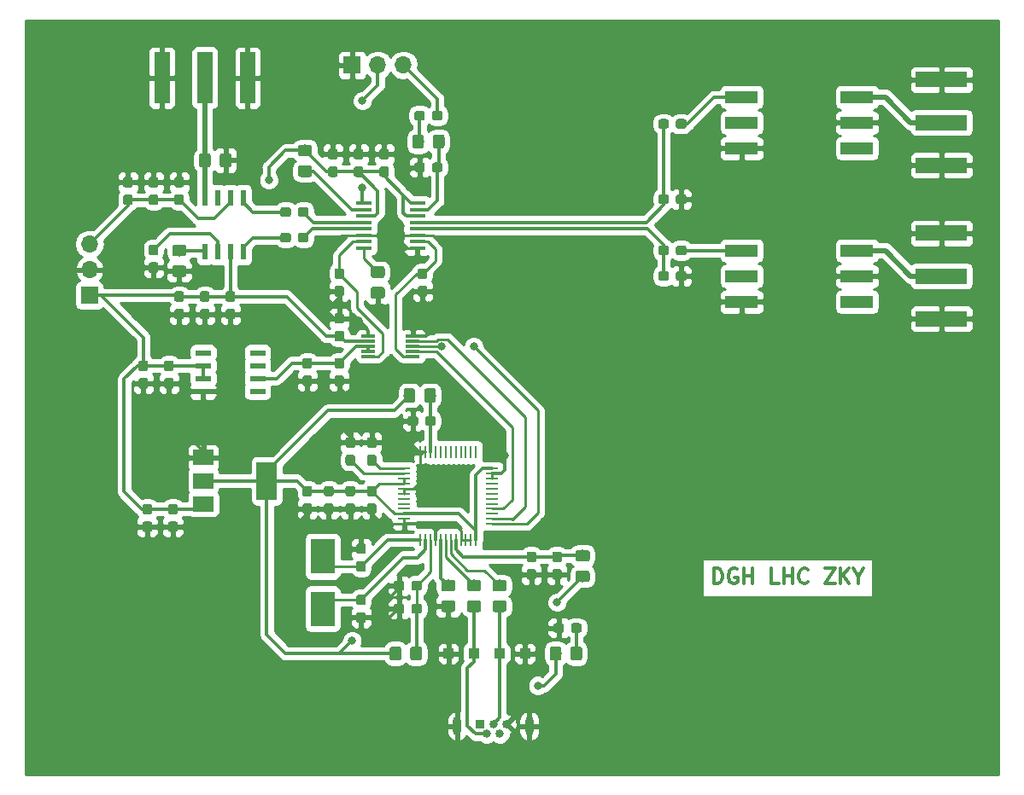
<source format=gbr>
G04 #@! TF.GenerationSoftware,KiCad,Pcbnew,(6.0.0-rc1-dev-1154-gcbd13c712)*
G04 #@! TF.CreationDate,2018-11-27T08:28:50+08:00*
G04 #@! TF.ProjectId,8330_EVA,38333330-5f45-4564-912e-6b696361645f,rev?*
G04 #@! TF.SameCoordinates,Original*
G04 #@! TF.FileFunction,Copper,L1,Top*
G04 #@! TF.FilePolarity,Positive*
%FSLAX46Y46*%
G04 Gerber Fmt 4.6, Leading zero omitted, Abs format (unit mm)*
G04 Created by KiCad (PCBNEW (6.0.0-rc1-dev-1154-gcbd13c712)) date 2018/11/27 8:28:50*
%MOMM*%
%LPD*%
G01*
G04 APERTURE LIST*
G04 #@! TA.AperFunction,NonConductor*
%ADD10C,0.300000*%
G04 #@! TD*
G04 #@! TA.AperFunction,Conductor*
%ADD11C,0.100000*%
G04 #@! TD*
G04 #@! TA.AperFunction,SMDPad,CuDef*
%ADD12C,0.950000*%
G04 #@! TD*
G04 #@! TA.AperFunction,SMDPad,CuDef*
%ADD13R,1.000000X1.000000*%
G04 #@! TD*
G04 #@! TA.AperFunction,SMDPad,CuDef*
%ADD14C,1.150000*%
G04 #@! TD*
G04 #@! TA.AperFunction,ComponentPad*
%ADD15R,0.840000X0.840000*%
G04 #@! TD*
G04 #@! TA.AperFunction,ComponentPad*
%ADD16C,0.840000*%
G04 #@! TD*
G04 #@! TA.AperFunction,ComponentPad*
%ADD17O,0.850000X1.850000*%
G04 #@! TD*
G04 #@! TA.AperFunction,SMDPad,CuDef*
%ADD18R,1.500000X5.080000*%
G04 #@! TD*
G04 #@! TA.AperFunction,ComponentPad*
%ADD19O,1.700000X1.700000*%
G04 #@! TD*
G04 #@! TA.AperFunction,ComponentPad*
%ADD20R,1.700000X1.700000*%
G04 #@! TD*
G04 #@! TA.AperFunction,SMDPad,CuDef*
%ADD21R,5.080000X1.500000*%
G04 #@! TD*
G04 #@! TA.AperFunction,SMDPad,CuDef*
%ADD22R,3.180000X1.270000*%
G04 #@! TD*
G04 #@! TA.AperFunction,SMDPad,CuDef*
%ADD23R,2.000000X3.800000*%
G04 #@! TD*
G04 #@! TA.AperFunction,SMDPad,CuDef*
%ADD24R,2.000000X1.500000*%
G04 #@! TD*
G04 #@! TA.AperFunction,SMDPad,CuDef*
%ADD25R,0.250000X1.300000*%
G04 #@! TD*
G04 #@! TA.AperFunction,SMDPad,CuDef*
%ADD26R,1.300000X0.250000*%
G04 #@! TD*
G04 #@! TA.AperFunction,SMDPad,CuDef*
%ADD27R,1.600000X0.410000*%
G04 #@! TD*
G04 #@! TA.AperFunction,SMDPad,CuDef*
%ADD28R,0.600000X1.550000*%
G04 #@! TD*
G04 #@! TA.AperFunction,SMDPad,CuDef*
%ADD29R,1.400000X0.300000*%
G04 #@! TD*
G04 #@! TA.AperFunction,SMDPad,CuDef*
%ADD30R,1.550000X0.600000*%
G04 #@! TD*
G04 #@! TA.AperFunction,SMDPad,CuDef*
%ADD31R,2.400000X3.500000*%
G04 #@! TD*
G04 #@! TA.AperFunction,ViaPad*
%ADD32C,0.800000*%
G04 #@! TD*
G04 #@! TA.AperFunction,Conductor*
%ADD33C,0.300000*%
G04 #@! TD*
G04 #@! TA.AperFunction,Conductor*
%ADD34C,0.250000*%
G04 #@! TD*
G04 #@! TA.AperFunction,Conductor*
%ADD35C,0.500000*%
G04 #@! TD*
G04 #@! TA.AperFunction,Conductor*
%ADD36C,0.254000*%
G04 #@! TD*
G04 APERTURE END LIST*
D10*
X175558571Y-109898571D02*
X175558571Y-108398571D01*
X175915714Y-108398571D01*
X176130000Y-108470000D01*
X176272857Y-108612857D01*
X176344285Y-108755714D01*
X176415714Y-109041428D01*
X176415714Y-109255714D01*
X176344285Y-109541428D01*
X176272857Y-109684285D01*
X176130000Y-109827142D01*
X175915714Y-109898571D01*
X175558571Y-109898571D01*
X177844285Y-108470000D02*
X177701428Y-108398571D01*
X177487142Y-108398571D01*
X177272857Y-108470000D01*
X177130000Y-108612857D01*
X177058571Y-108755714D01*
X176987142Y-109041428D01*
X176987142Y-109255714D01*
X177058571Y-109541428D01*
X177130000Y-109684285D01*
X177272857Y-109827142D01*
X177487142Y-109898571D01*
X177630000Y-109898571D01*
X177844285Y-109827142D01*
X177915714Y-109755714D01*
X177915714Y-109255714D01*
X177630000Y-109255714D01*
X178558571Y-109898571D02*
X178558571Y-108398571D01*
X178558571Y-109112857D02*
X179415714Y-109112857D01*
X179415714Y-109898571D02*
X179415714Y-108398571D01*
X181987142Y-109898571D02*
X181272857Y-109898571D01*
X181272857Y-108398571D01*
X182487142Y-109898571D02*
X182487142Y-108398571D01*
X182487142Y-109112857D02*
X183344285Y-109112857D01*
X183344285Y-109898571D02*
X183344285Y-108398571D01*
X184915714Y-109755714D02*
X184844285Y-109827142D01*
X184630000Y-109898571D01*
X184487142Y-109898571D01*
X184272857Y-109827142D01*
X184130000Y-109684285D01*
X184058571Y-109541428D01*
X183987142Y-109255714D01*
X183987142Y-109041428D01*
X184058571Y-108755714D01*
X184130000Y-108612857D01*
X184272857Y-108470000D01*
X184487142Y-108398571D01*
X184630000Y-108398571D01*
X184844285Y-108470000D01*
X184915714Y-108541428D01*
X186558571Y-108398571D02*
X187558571Y-108398571D01*
X186558571Y-109898571D01*
X187558571Y-109898571D01*
X188130000Y-109898571D02*
X188130000Y-108398571D01*
X188987142Y-109898571D02*
X188344285Y-109041428D01*
X188987142Y-108398571D02*
X188130000Y-109255714D01*
X189915714Y-109184285D02*
X189915714Y-109898571D01*
X189415714Y-108398571D02*
X189915714Y-109184285D01*
X190415714Y-108398571D01*
D11*
G04 #@! TO.N,Earth*
G04 #@! TO.C,C1*
G36*
X160485779Y-113826144D02*
X160508834Y-113829563D01*
X160531443Y-113835227D01*
X160553387Y-113843079D01*
X160574457Y-113853044D01*
X160594448Y-113865026D01*
X160613168Y-113878910D01*
X160630438Y-113894562D01*
X160646090Y-113911832D01*
X160659974Y-113930552D01*
X160671956Y-113950543D01*
X160681921Y-113971613D01*
X160689773Y-113993557D01*
X160695437Y-114016166D01*
X160698856Y-114039221D01*
X160700000Y-114062500D01*
X160700000Y-114537500D01*
X160698856Y-114560779D01*
X160695437Y-114583834D01*
X160689773Y-114606443D01*
X160681921Y-114628387D01*
X160671956Y-114649457D01*
X160659974Y-114669448D01*
X160646090Y-114688168D01*
X160630438Y-114705438D01*
X160613168Y-114721090D01*
X160594448Y-114734974D01*
X160574457Y-114746956D01*
X160553387Y-114756921D01*
X160531443Y-114764773D01*
X160508834Y-114770437D01*
X160485779Y-114773856D01*
X160462500Y-114775000D01*
X159887500Y-114775000D01*
X159864221Y-114773856D01*
X159841166Y-114770437D01*
X159818557Y-114764773D01*
X159796613Y-114756921D01*
X159775543Y-114746956D01*
X159755552Y-114734974D01*
X159736832Y-114721090D01*
X159719562Y-114705438D01*
X159703910Y-114688168D01*
X159690026Y-114669448D01*
X159678044Y-114649457D01*
X159668079Y-114628387D01*
X159660227Y-114606443D01*
X159654563Y-114583834D01*
X159651144Y-114560779D01*
X159650000Y-114537500D01*
X159650000Y-114062500D01*
X159651144Y-114039221D01*
X159654563Y-114016166D01*
X159660227Y-113993557D01*
X159668079Y-113971613D01*
X159678044Y-113950543D01*
X159690026Y-113930552D01*
X159703910Y-113911832D01*
X159719562Y-113894562D01*
X159736832Y-113878910D01*
X159755552Y-113865026D01*
X159775543Y-113853044D01*
X159796613Y-113843079D01*
X159818557Y-113835227D01*
X159841166Y-113829563D01*
X159864221Y-113826144D01*
X159887500Y-113825000D01*
X160462500Y-113825000D01*
X160485779Y-113826144D01*
X160485779Y-113826144D01*
G37*
D12*
G04 #@! TD*
G04 #@! TO.P,C1,1*
G04 #@! TO.N,Earth*
X160175000Y-114300000D03*
D11*
G04 #@! TO.N,Net-(C1-Pad2)*
G04 #@! TO.C,C1*
G36*
X162235779Y-113826144D02*
X162258834Y-113829563D01*
X162281443Y-113835227D01*
X162303387Y-113843079D01*
X162324457Y-113853044D01*
X162344448Y-113865026D01*
X162363168Y-113878910D01*
X162380438Y-113894562D01*
X162396090Y-113911832D01*
X162409974Y-113930552D01*
X162421956Y-113950543D01*
X162431921Y-113971613D01*
X162439773Y-113993557D01*
X162445437Y-114016166D01*
X162448856Y-114039221D01*
X162450000Y-114062500D01*
X162450000Y-114537500D01*
X162448856Y-114560779D01*
X162445437Y-114583834D01*
X162439773Y-114606443D01*
X162431921Y-114628387D01*
X162421956Y-114649457D01*
X162409974Y-114669448D01*
X162396090Y-114688168D01*
X162380438Y-114705438D01*
X162363168Y-114721090D01*
X162344448Y-114734974D01*
X162324457Y-114746956D01*
X162303387Y-114756921D01*
X162281443Y-114764773D01*
X162258834Y-114770437D01*
X162235779Y-114773856D01*
X162212500Y-114775000D01*
X161637500Y-114775000D01*
X161614221Y-114773856D01*
X161591166Y-114770437D01*
X161568557Y-114764773D01*
X161546613Y-114756921D01*
X161525543Y-114746956D01*
X161505552Y-114734974D01*
X161486832Y-114721090D01*
X161469562Y-114705438D01*
X161453910Y-114688168D01*
X161440026Y-114669448D01*
X161428044Y-114649457D01*
X161418079Y-114628387D01*
X161410227Y-114606443D01*
X161404563Y-114583834D01*
X161401144Y-114560779D01*
X161400000Y-114537500D01*
X161400000Y-114062500D01*
X161401144Y-114039221D01*
X161404563Y-114016166D01*
X161410227Y-113993557D01*
X161418079Y-113971613D01*
X161428044Y-113950543D01*
X161440026Y-113930552D01*
X161453910Y-113911832D01*
X161469562Y-113894562D01*
X161486832Y-113878910D01*
X161505552Y-113865026D01*
X161525543Y-113853044D01*
X161546613Y-113843079D01*
X161568557Y-113835227D01*
X161591166Y-113829563D01*
X161614221Y-113826144D01*
X161637500Y-113825000D01*
X162212500Y-113825000D01*
X162235779Y-113826144D01*
X162235779Y-113826144D01*
G37*
D12*
G04 #@! TD*
G04 #@! TO.P,C1,2*
G04 #@! TO.N,Net-(C1-Pad2)*
X161925000Y-114300000D03*
D11*
G04 #@! TO.N,Net-(C2-Pad1)*
G04 #@! TO.C,C2*
G36*
X140849779Y-107666144D02*
X140872834Y-107669563D01*
X140895443Y-107675227D01*
X140917387Y-107683079D01*
X140938457Y-107693044D01*
X140958448Y-107705026D01*
X140977168Y-107718910D01*
X140994438Y-107734562D01*
X141010090Y-107751832D01*
X141023974Y-107770552D01*
X141035956Y-107790543D01*
X141045921Y-107811613D01*
X141053773Y-107833557D01*
X141059437Y-107856166D01*
X141062856Y-107879221D01*
X141064000Y-107902500D01*
X141064000Y-108477500D01*
X141062856Y-108500779D01*
X141059437Y-108523834D01*
X141053773Y-108546443D01*
X141045921Y-108568387D01*
X141035956Y-108589457D01*
X141023974Y-108609448D01*
X141010090Y-108628168D01*
X140994438Y-108645438D01*
X140977168Y-108661090D01*
X140958448Y-108674974D01*
X140938457Y-108686956D01*
X140917387Y-108696921D01*
X140895443Y-108704773D01*
X140872834Y-108710437D01*
X140849779Y-108713856D01*
X140826500Y-108715000D01*
X140351500Y-108715000D01*
X140328221Y-108713856D01*
X140305166Y-108710437D01*
X140282557Y-108704773D01*
X140260613Y-108696921D01*
X140239543Y-108686956D01*
X140219552Y-108674974D01*
X140200832Y-108661090D01*
X140183562Y-108645438D01*
X140167910Y-108628168D01*
X140154026Y-108609448D01*
X140142044Y-108589457D01*
X140132079Y-108568387D01*
X140124227Y-108546443D01*
X140118563Y-108523834D01*
X140115144Y-108500779D01*
X140114000Y-108477500D01*
X140114000Y-107902500D01*
X140115144Y-107879221D01*
X140118563Y-107856166D01*
X140124227Y-107833557D01*
X140132079Y-107811613D01*
X140142044Y-107790543D01*
X140154026Y-107770552D01*
X140167910Y-107751832D01*
X140183562Y-107734562D01*
X140200832Y-107718910D01*
X140219552Y-107705026D01*
X140239543Y-107693044D01*
X140260613Y-107683079D01*
X140282557Y-107675227D01*
X140305166Y-107669563D01*
X140328221Y-107666144D01*
X140351500Y-107665000D01*
X140826500Y-107665000D01*
X140849779Y-107666144D01*
X140849779Y-107666144D01*
G37*
D12*
G04 #@! TD*
G04 #@! TO.P,C2,1*
G04 #@! TO.N,Net-(C2-Pad1)*
X140589000Y-108190000D03*
D11*
G04 #@! TO.N,Earth*
G04 #@! TO.C,C2*
G36*
X140849779Y-105916144D02*
X140872834Y-105919563D01*
X140895443Y-105925227D01*
X140917387Y-105933079D01*
X140938457Y-105943044D01*
X140958448Y-105955026D01*
X140977168Y-105968910D01*
X140994438Y-105984562D01*
X141010090Y-106001832D01*
X141023974Y-106020552D01*
X141035956Y-106040543D01*
X141045921Y-106061613D01*
X141053773Y-106083557D01*
X141059437Y-106106166D01*
X141062856Y-106129221D01*
X141064000Y-106152500D01*
X141064000Y-106727500D01*
X141062856Y-106750779D01*
X141059437Y-106773834D01*
X141053773Y-106796443D01*
X141045921Y-106818387D01*
X141035956Y-106839457D01*
X141023974Y-106859448D01*
X141010090Y-106878168D01*
X140994438Y-106895438D01*
X140977168Y-106911090D01*
X140958448Y-106924974D01*
X140938457Y-106936956D01*
X140917387Y-106946921D01*
X140895443Y-106954773D01*
X140872834Y-106960437D01*
X140849779Y-106963856D01*
X140826500Y-106965000D01*
X140351500Y-106965000D01*
X140328221Y-106963856D01*
X140305166Y-106960437D01*
X140282557Y-106954773D01*
X140260613Y-106946921D01*
X140239543Y-106936956D01*
X140219552Y-106924974D01*
X140200832Y-106911090D01*
X140183562Y-106895438D01*
X140167910Y-106878168D01*
X140154026Y-106859448D01*
X140142044Y-106839457D01*
X140132079Y-106818387D01*
X140124227Y-106796443D01*
X140118563Y-106773834D01*
X140115144Y-106750779D01*
X140114000Y-106727500D01*
X140114000Y-106152500D01*
X140115144Y-106129221D01*
X140118563Y-106106166D01*
X140124227Y-106083557D01*
X140132079Y-106061613D01*
X140142044Y-106040543D01*
X140154026Y-106020552D01*
X140167910Y-106001832D01*
X140183562Y-105984562D01*
X140200832Y-105968910D01*
X140219552Y-105955026D01*
X140239543Y-105943044D01*
X140260613Y-105933079D01*
X140282557Y-105925227D01*
X140305166Y-105919563D01*
X140328221Y-105916144D01*
X140351500Y-105915000D01*
X140826500Y-105915000D01*
X140849779Y-105916144D01*
X140849779Y-105916144D01*
G37*
D12*
G04 #@! TD*
G04 #@! TO.P,C2,2*
G04 #@! TO.N,Earth*
X140589000Y-106440000D03*
D11*
G04 #@! TO.N,Earth*
G04 #@! TO.C,C3*
G36*
X140849779Y-112746144D02*
X140872834Y-112749563D01*
X140895443Y-112755227D01*
X140917387Y-112763079D01*
X140938457Y-112773044D01*
X140958448Y-112785026D01*
X140977168Y-112798910D01*
X140994438Y-112814562D01*
X141010090Y-112831832D01*
X141023974Y-112850552D01*
X141035956Y-112870543D01*
X141045921Y-112891613D01*
X141053773Y-112913557D01*
X141059437Y-112936166D01*
X141062856Y-112959221D01*
X141064000Y-112982500D01*
X141064000Y-113557500D01*
X141062856Y-113580779D01*
X141059437Y-113603834D01*
X141053773Y-113626443D01*
X141045921Y-113648387D01*
X141035956Y-113669457D01*
X141023974Y-113689448D01*
X141010090Y-113708168D01*
X140994438Y-113725438D01*
X140977168Y-113741090D01*
X140958448Y-113754974D01*
X140938457Y-113766956D01*
X140917387Y-113776921D01*
X140895443Y-113784773D01*
X140872834Y-113790437D01*
X140849779Y-113793856D01*
X140826500Y-113795000D01*
X140351500Y-113795000D01*
X140328221Y-113793856D01*
X140305166Y-113790437D01*
X140282557Y-113784773D01*
X140260613Y-113776921D01*
X140239543Y-113766956D01*
X140219552Y-113754974D01*
X140200832Y-113741090D01*
X140183562Y-113725438D01*
X140167910Y-113708168D01*
X140154026Y-113689448D01*
X140142044Y-113669457D01*
X140132079Y-113648387D01*
X140124227Y-113626443D01*
X140118563Y-113603834D01*
X140115144Y-113580779D01*
X140114000Y-113557500D01*
X140114000Y-112982500D01*
X140115144Y-112959221D01*
X140118563Y-112936166D01*
X140124227Y-112913557D01*
X140132079Y-112891613D01*
X140142044Y-112870543D01*
X140154026Y-112850552D01*
X140167910Y-112831832D01*
X140183562Y-112814562D01*
X140200832Y-112798910D01*
X140219552Y-112785026D01*
X140239543Y-112773044D01*
X140260613Y-112763079D01*
X140282557Y-112755227D01*
X140305166Y-112749563D01*
X140328221Y-112746144D01*
X140351500Y-112745000D01*
X140826500Y-112745000D01*
X140849779Y-112746144D01*
X140849779Y-112746144D01*
G37*
D12*
G04 #@! TD*
G04 #@! TO.P,C3,2*
G04 #@! TO.N,Earth*
X140589000Y-113270000D03*
D11*
G04 #@! TO.N,Net-(C3-Pad1)*
G04 #@! TO.C,C3*
G36*
X140849779Y-110996144D02*
X140872834Y-110999563D01*
X140895443Y-111005227D01*
X140917387Y-111013079D01*
X140938457Y-111023044D01*
X140958448Y-111035026D01*
X140977168Y-111048910D01*
X140994438Y-111064562D01*
X141010090Y-111081832D01*
X141023974Y-111100552D01*
X141035956Y-111120543D01*
X141045921Y-111141613D01*
X141053773Y-111163557D01*
X141059437Y-111186166D01*
X141062856Y-111209221D01*
X141064000Y-111232500D01*
X141064000Y-111807500D01*
X141062856Y-111830779D01*
X141059437Y-111853834D01*
X141053773Y-111876443D01*
X141045921Y-111898387D01*
X141035956Y-111919457D01*
X141023974Y-111939448D01*
X141010090Y-111958168D01*
X140994438Y-111975438D01*
X140977168Y-111991090D01*
X140958448Y-112004974D01*
X140938457Y-112016956D01*
X140917387Y-112026921D01*
X140895443Y-112034773D01*
X140872834Y-112040437D01*
X140849779Y-112043856D01*
X140826500Y-112045000D01*
X140351500Y-112045000D01*
X140328221Y-112043856D01*
X140305166Y-112040437D01*
X140282557Y-112034773D01*
X140260613Y-112026921D01*
X140239543Y-112016956D01*
X140219552Y-112004974D01*
X140200832Y-111991090D01*
X140183562Y-111975438D01*
X140167910Y-111958168D01*
X140154026Y-111939448D01*
X140142044Y-111919457D01*
X140132079Y-111898387D01*
X140124227Y-111876443D01*
X140118563Y-111853834D01*
X140115144Y-111830779D01*
X140114000Y-111807500D01*
X140114000Y-111232500D01*
X140115144Y-111209221D01*
X140118563Y-111186166D01*
X140124227Y-111163557D01*
X140132079Y-111141613D01*
X140142044Y-111120543D01*
X140154026Y-111100552D01*
X140167910Y-111081832D01*
X140183562Y-111064562D01*
X140200832Y-111048910D01*
X140219552Y-111035026D01*
X140239543Y-111023044D01*
X140260613Y-111013079D01*
X140282557Y-111005227D01*
X140305166Y-110999563D01*
X140328221Y-110996144D01*
X140351500Y-110995000D01*
X140826500Y-110995000D01*
X140849779Y-110996144D01*
X140849779Y-110996144D01*
G37*
D12*
G04 #@! TD*
G04 #@! TO.P,C3,1*
G04 #@! TO.N,Net-(C3-Pad1)*
X140589000Y-111520000D03*
D11*
G04 #@! TO.N,Earth*
G04 #@! TO.C,C4*
G36*
X139777425Y-101951144D02*
X139800480Y-101954563D01*
X139823089Y-101960227D01*
X139845033Y-101968079D01*
X139866103Y-101978044D01*
X139886094Y-101990026D01*
X139904814Y-102003910D01*
X139922084Y-102019562D01*
X139937736Y-102036832D01*
X139951620Y-102055552D01*
X139963602Y-102075543D01*
X139973567Y-102096613D01*
X139981419Y-102118557D01*
X139987083Y-102141166D01*
X139990502Y-102164221D01*
X139991646Y-102187500D01*
X139991646Y-102762500D01*
X139990502Y-102785779D01*
X139987083Y-102808834D01*
X139981419Y-102831443D01*
X139973567Y-102853387D01*
X139963602Y-102874457D01*
X139951620Y-102894448D01*
X139937736Y-102913168D01*
X139922084Y-102930438D01*
X139904814Y-102946090D01*
X139886094Y-102959974D01*
X139866103Y-102971956D01*
X139845033Y-102981921D01*
X139823089Y-102989773D01*
X139800480Y-102995437D01*
X139777425Y-102998856D01*
X139754146Y-103000000D01*
X139279146Y-103000000D01*
X139255867Y-102998856D01*
X139232812Y-102995437D01*
X139210203Y-102989773D01*
X139188259Y-102981921D01*
X139167189Y-102971956D01*
X139147198Y-102959974D01*
X139128478Y-102946090D01*
X139111208Y-102930438D01*
X139095556Y-102913168D01*
X139081672Y-102894448D01*
X139069690Y-102874457D01*
X139059725Y-102853387D01*
X139051873Y-102831443D01*
X139046209Y-102808834D01*
X139042790Y-102785779D01*
X139041646Y-102762500D01*
X139041646Y-102187500D01*
X139042790Y-102164221D01*
X139046209Y-102141166D01*
X139051873Y-102118557D01*
X139059725Y-102096613D01*
X139069690Y-102075543D01*
X139081672Y-102055552D01*
X139095556Y-102036832D01*
X139111208Y-102019562D01*
X139128478Y-102003910D01*
X139147198Y-101990026D01*
X139167189Y-101978044D01*
X139188259Y-101968079D01*
X139210203Y-101960227D01*
X139232812Y-101954563D01*
X139255867Y-101951144D01*
X139279146Y-101950000D01*
X139754146Y-101950000D01*
X139777425Y-101951144D01*
X139777425Y-101951144D01*
G37*
D12*
G04 #@! TD*
G04 #@! TO.P,C4,2*
G04 #@! TO.N,Earth*
X139516646Y-102475000D03*
D11*
G04 #@! TO.N,/USB2SPI/VCCIO*
G04 #@! TO.C,C4*
G36*
X139777425Y-100201144D02*
X139800480Y-100204563D01*
X139823089Y-100210227D01*
X139845033Y-100218079D01*
X139866103Y-100228044D01*
X139886094Y-100240026D01*
X139904814Y-100253910D01*
X139922084Y-100269562D01*
X139937736Y-100286832D01*
X139951620Y-100305552D01*
X139963602Y-100325543D01*
X139973567Y-100346613D01*
X139981419Y-100368557D01*
X139987083Y-100391166D01*
X139990502Y-100414221D01*
X139991646Y-100437500D01*
X139991646Y-101012500D01*
X139990502Y-101035779D01*
X139987083Y-101058834D01*
X139981419Y-101081443D01*
X139973567Y-101103387D01*
X139963602Y-101124457D01*
X139951620Y-101144448D01*
X139937736Y-101163168D01*
X139922084Y-101180438D01*
X139904814Y-101196090D01*
X139886094Y-101209974D01*
X139866103Y-101221956D01*
X139845033Y-101231921D01*
X139823089Y-101239773D01*
X139800480Y-101245437D01*
X139777425Y-101248856D01*
X139754146Y-101250000D01*
X139279146Y-101250000D01*
X139255867Y-101248856D01*
X139232812Y-101245437D01*
X139210203Y-101239773D01*
X139188259Y-101231921D01*
X139167189Y-101221956D01*
X139147198Y-101209974D01*
X139128478Y-101196090D01*
X139111208Y-101180438D01*
X139095556Y-101163168D01*
X139081672Y-101144448D01*
X139069690Y-101124457D01*
X139059725Y-101103387D01*
X139051873Y-101081443D01*
X139046209Y-101058834D01*
X139042790Y-101035779D01*
X139041646Y-101012500D01*
X139041646Y-100437500D01*
X139042790Y-100414221D01*
X139046209Y-100391166D01*
X139051873Y-100368557D01*
X139059725Y-100346613D01*
X139069690Y-100325543D01*
X139081672Y-100305552D01*
X139095556Y-100286832D01*
X139111208Y-100269562D01*
X139128478Y-100253910D01*
X139147198Y-100240026D01*
X139167189Y-100228044D01*
X139188259Y-100218079D01*
X139210203Y-100210227D01*
X139232812Y-100204563D01*
X139255867Y-100201144D01*
X139279146Y-100200000D01*
X139754146Y-100200000D01*
X139777425Y-100201144D01*
X139777425Y-100201144D01*
G37*
D12*
G04 #@! TD*
G04 #@! TO.P,C4,1*
G04 #@! TO.N,/USB2SPI/VCCIO*
X139516646Y-100725000D03*
D11*
G04 #@! TO.N,Earth*
G04 #@! TO.C,C5*
G36*
X144660554Y-111921144D02*
X144683609Y-111924563D01*
X144706218Y-111930227D01*
X144728162Y-111938079D01*
X144749232Y-111948044D01*
X144769223Y-111960026D01*
X144787943Y-111973910D01*
X144805213Y-111989562D01*
X144820865Y-112006832D01*
X144834749Y-112025552D01*
X144846731Y-112045543D01*
X144856696Y-112066613D01*
X144864548Y-112088557D01*
X144870212Y-112111166D01*
X144873631Y-112134221D01*
X144874775Y-112157500D01*
X144874775Y-112632500D01*
X144873631Y-112655779D01*
X144870212Y-112678834D01*
X144864548Y-112701443D01*
X144856696Y-112723387D01*
X144846731Y-112744457D01*
X144834749Y-112764448D01*
X144820865Y-112783168D01*
X144805213Y-112800438D01*
X144787943Y-112816090D01*
X144769223Y-112829974D01*
X144749232Y-112841956D01*
X144728162Y-112851921D01*
X144706218Y-112859773D01*
X144683609Y-112865437D01*
X144660554Y-112868856D01*
X144637275Y-112870000D01*
X144062275Y-112870000D01*
X144038996Y-112868856D01*
X144015941Y-112865437D01*
X143993332Y-112859773D01*
X143971388Y-112851921D01*
X143950318Y-112841956D01*
X143930327Y-112829974D01*
X143911607Y-112816090D01*
X143894337Y-112800438D01*
X143878685Y-112783168D01*
X143864801Y-112764448D01*
X143852819Y-112744457D01*
X143842854Y-112723387D01*
X143835002Y-112701443D01*
X143829338Y-112678834D01*
X143825919Y-112655779D01*
X143824775Y-112632500D01*
X143824775Y-112157500D01*
X143825919Y-112134221D01*
X143829338Y-112111166D01*
X143835002Y-112088557D01*
X143842854Y-112066613D01*
X143852819Y-112045543D01*
X143864801Y-112025552D01*
X143878685Y-112006832D01*
X143894337Y-111989562D01*
X143911607Y-111973910D01*
X143930327Y-111960026D01*
X143950318Y-111948044D01*
X143971388Y-111938079D01*
X143993332Y-111930227D01*
X144015941Y-111924563D01*
X144038996Y-111921144D01*
X144062275Y-111920000D01*
X144637275Y-111920000D01*
X144660554Y-111921144D01*
X144660554Y-111921144D01*
G37*
D12*
G04 #@! TD*
G04 #@! TO.P,C5,2*
G04 #@! TO.N,Earth*
X144349775Y-112395000D03*
D11*
G04 #@! TO.N,/USB2SPI/VPHY*
G04 #@! TO.C,C5*
G36*
X146410554Y-111921144D02*
X146433609Y-111924563D01*
X146456218Y-111930227D01*
X146478162Y-111938079D01*
X146499232Y-111948044D01*
X146519223Y-111960026D01*
X146537943Y-111973910D01*
X146555213Y-111989562D01*
X146570865Y-112006832D01*
X146584749Y-112025552D01*
X146596731Y-112045543D01*
X146606696Y-112066613D01*
X146614548Y-112088557D01*
X146620212Y-112111166D01*
X146623631Y-112134221D01*
X146624775Y-112157500D01*
X146624775Y-112632500D01*
X146623631Y-112655779D01*
X146620212Y-112678834D01*
X146614548Y-112701443D01*
X146606696Y-112723387D01*
X146596731Y-112744457D01*
X146584749Y-112764448D01*
X146570865Y-112783168D01*
X146555213Y-112800438D01*
X146537943Y-112816090D01*
X146519223Y-112829974D01*
X146499232Y-112841956D01*
X146478162Y-112851921D01*
X146456218Y-112859773D01*
X146433609Y-112865437D01*
X146410554Y-112868856D01*
X146387275Y-112870000D01*
X145812275Y-112870000D01*
X145788996Y-112868856D01*
X145765941Y-112865437D01*
X145743332Y-112859773D01*
X145721388Y-112851921D01*
X145700318Y-112841956D01*
X145680327Y-112829974D01*
X145661607Y-112816090D01*
X145644337Y-112800438D01*
X145628685Y-112783168D01*
X145614801Y-112764448D01*
X145602819Y-112744457D01*
X145592854Y-112723387D01*
X145585002Y-112701443D01*
X145579338Y-112678834D01*
X145575919Y-112655779D01*
X145574775Y-112632500D01*
X145574775Y-112157500D01*
X145575919Y-112134221D01*
X145579338Y-112111166D01*
X145585002Y-112088557D01*
X145592854Y-112066613D01*
X145602819Y-112045543D01*
X145614801Y-112025552D01*
X145628685Y-112006832D01*
X145644337Y-111989562D01*
X145661607Y-111973910D01*
X145680327Y-111960026D01*
X145700318Y-111948044D01*
X145721388Y-111938079D01*
X145743332Y-111930227D01*
X145765941Y-111924563D01*
X145788996Y-111921144D01*
X145812275Y-111920000D01*
X146387275Y-111920000D01*
X146410554Y-111921144D01*
X146410554Y-111921144D01*
G37*
D12*
G04 #@! TD*
G04 #@! TO.P,C5,1*
G04 #@! TO.N,/USB2SPI/VPHY*
X146099775Y-112395000D03*
D11*
G04 #@! TO.N,Earth*
G04 #@! TO.C,C6*
G36*
X157740779Y-108465192D02*
X157763834Y-108468611D01*
X157786443Y-108474275D01*
X157808387Y-108482127D01*
X157829457Y-108492092D01*
X157849448Y-108504074D01*
X157868168Y-108517958D01*
X157885438Y-108533610D01*
X157901090Y-108550880D01*
X157914974Y-108569600D01*
X157926956Y-108589591D01*
X157936921Y-108610661D01*
X157944773Y-108632605D01*
X157950437Y-108655214D01*
X157953856Y-108678269D01*
X157955000Y-108701548D01*
X157955000Y-109276548D01*
X157953856Y-109299827D01*
X157950437Y-109322882D01*
X157944773Y-109345491D01*
X157936921Y-109367435D01*
X157926956Y-109388505D01*
X157914974Y-109408496D01*
X157901090Y-109427216D01*
X157885438Y-109444486D01*
X157868168Y-109460138D01*
X157849448Y-109474022D01*
X157829457Y-109486004D01*
X157808387Y-109495969D01*
X157786443Y-109503821D01*
X157763834Y-109509485D01*
X157740779Y-109512904D01*
X157717500Y-109514048D01*
X157242500Y-109514048D01*
X157219221Y-109512904D01*
X157196166Y-109509485D01*
X157173557Y-109503821D01*
X157151613Y-109495969D01*
X157130543Y-109486004D01*
X157110552Y-109474022D01*
X157091832Y-109460138D01*
X157074562Y-109444486D01*
X157058910Y-109427216D01*
X157045026Y-109408496D01*
X157033044Y-109388505D01*
X157023079Y-109367435D01*
X157015227Y-109345491D01*
X157009563Y-109322882D01*
X157006144Y-109299827D01*
X157005000Y-109276548D01*
X157005000Y-108701548D01*
X157006144Y-108678269D01*
X157009563Y-108655214D01*
X157015227Y-108632605D01*
X157023079Y-108610661D01*
X157033044Y-108589591D01*
X157045026Y-108569600D01*
X157058910Y-108550880D01*
X157074562Y-108533610D01*
X157091832Y-108517958D01*
X157110552Y-108504074D01*
X157130543Y-108492092D01*
X157151613Y-108482127D01*
X157173557Y-108474275D01*
X157196166Y-108468611D01*
X157219221Y-108465192D01*
X157242500Y-108464048D01*
X157717500Y-108464048D01*
X157740779Y-108465192D01*
X157740779Y-108465192D01*
G37*
D12*
G04 #@! TD*
G04 #@! TO.P,C6,2*
G04 #@! TO.N,Earth*
X157480000Y-108989048D03*
D11*
G04 #@! TO.N,/USB2SPI/VPLL*
G04 #@! TO.C,C6*
G36*
X157740779Y-106715192D02*
X157763834Y-106718611D01*
X157786443Y-106724275D01*
X157808387Y-106732127D01*
X157829457Y-106742092D01*
X157849448Y-106754074D01*
X157868168Y-106767958D01*
X157885438Y-106783610D01*
X157901090Y-106800880D01*
X157914974Y-106819600D01*
X157926956Y-106839591D01*
X157936921Y-106860661D01*
X157944773Y-106882605D01*
X157950437Y-106905214D01*
X157953856Y-106928269D01*
X157955000Y-106951548D01*
X157955000Y-107526548D01*
X157953856Y-107549827D01*
X157950437Y-107572882D01*
X157944773Y-107595491D01*
X157936921Y-107617435D01*
X157926956Y-107638505D01*
X157914974Y-107658496D01*
X157901090Y-107677216D01*
X157885438Y-107694486D01*
X157868168Y-107710138D01*
X157849448Y-107724022D01*
X157829457Y-107736004D01*
X157808387Y-107745969D01*
X157786443Y-107753821D01*
X157763834Y-107759485D01*
X157740779Y-107762904D01*
X157717500Y-107764048D01*
X157242500Y-107764048D01*
X157219221Y-107762904D01*
X157196166Y-107759485D01*
X157173557Y-107753821D01*
X157151613Y-107745969D01*
X157130543Y-107736004D01*
X157110552Y-107724022D01*
X157091832Y-107710138D01*
X157074562Y-107694486D01*
X157058910Y-107677216D01*
X157045026Y-107658496D01*
X157033044Y-107638505D01*
X157023079Y-107617435D01*
X157015227Y-107595491D01*
X157009563Y-107572882D01*
X157006144Y-107549827D01*
X157005000Y-107526548D01*
X157005000Y-106951548D01*
X157006144Y-106928269D01*
X157009563Y-106905214D01*
X157015227Y-106882605D01*
X157023079Y-106860661D01*
X157033044Y-106839591D01*
X157045026Y-106819600D01*
X157058910Y-106800880D01*
X157074562Y-106783610D01*
X157091832Y-106767958D01*
X157110552Y-106754074D01*
X157130543Y-106742092D01*
X157151613Y-106732127D01*
X157173557Y-106724275D01*
X157196166Y-106718611D01*
X157219221Y-106715192D01*
X157242500Y-106714048D01*
X157717500Y-106714048D01*
X157740779Y-106715192D01*
X157740779Y-106715192D01*
G37*
D12*
G04 #@! TD*
G04 #@! TO.P,C6,1*
G04 #@! TO.N,/USB2SPI/VPLL*
X157480000Y-107239048D03*
D11*
G04 #@! TO.N,/USB2SPI/VCCIO*
G04 #@! TO.C,C7*
G36*
X137646602Y-100201144D02*
X137669657Y-100204563D01*
X137692266Y-100210227D01*
X137714210Y-100218079D01*
X137735280Y-100228044D01*
X137755271Y-100240026D01*
X137773991Y-100253910D01*
X137791261Y-100269562D01*
X137806913Y-100286832D01*
X137820797Y-100305552D01*
X137832779Y-100325543D01*
X137842744Y-100346613D01*
X137850596Y-100368557D01*
X137856260Y-100391166D01*
X137859679Y-100414221D01*
X137860823Y-100437500D01*
X137860823Y-101012500D01*
X137859679Y-101035779D01*
X137856260Y-101058834D01*
X137850596Y-101081443D01*
X137842744Y-101103387D01*
X137832779Y-101124457D01*
X137820797Y-101144448D01*
X137806913Y-101163168D01*
X137791261Y-101180438D01*
X137773991Y-101196090D01*
X137755271Y-101209974D01*
X137735280Y-101221956D01*
X137714210Y-101231921D01*
X137692266Y-101239773D01*
X137669657Y-101245437D01*
X137646602Y-101248856D01*
X137623323Y-101250000D01*
X137148323Y-101250000D01*
X137125044Y-101248856D01*
X137101989Y-101245437D01*
X137079380Y-101239773D01*
X137057436Y-101231921D01*
X137036366Y-101221956D01*
X137016375Y-101209974D01*
X136997655Y-101196090D01*
X136980385Y-101180438D01*
X136964733Y-101163168D01*
X136950849Y-101144448D01*
X136938867Y-101124457D01*
X136928902Y-101103387D01*
X136921050Y-101081443D01*
X136915386Y-101058834D01*
X136911967Y-101035779D01*
X136910823Y-101012500D01*
X136910823Y-100437500D01*
X136911967Y-100414221D01*
X136915386Y-100391166D01*
X136921050Y-100368557D01*
X136928902Y-100346613D01*
X136938867Y-100325543D01*
X136950849Y-100305552D01*
X136964733Y-100286832D01*
X136980385Y-100269562D01*
X136997655Y-100253910D01*
X137016375Y-100240026D01*
X137036366Y-100228044D01*
X137057436Y-100218079D01*
X137079380Y-100210227D01*
X137101989Y-100204563D01*
X137125044Y-100201144D01*
X137148323Y-100200000D01*
X137623323Y-100200000D01*
X137646602Y-100201144D01*
X137646602Y-100201144D01*
G37*
D12*
G04 #@! TD*
G04 #@! TO.P,C7,1*
G04 #@! TO.N,/USB2SPI/VCCIO*
X137385823Y-100725000D03*
D11*
G04 #@! TO.N,Earth*
G04 #@! TO.C,C7*
G36*
X137646602Y-101951144D02*
X137669657Y-101954563D01*
X137692266Y-101960227D01*
X137714210Y-101968079D01*
X137735280Y-101978044D01*
X137755271Y-101990026D01*
X137773991Y-102003910D01*
X137791261Y-102019562D01*
X137806913Y-102036832D01*
X137820797Y-102055552D01*
X137832779Y-102075543D01*
X137842744Y-102096613D01*
X137850596Y-102118557D01*
X137856260Y-102141166D01*
X137859679Y-102164221D01*
X137860823Y-102187500D01*
X137860823Y-102762500D01*
X137859679Y-102785779D01*
X137856260Y-102808834D01*
X137850596Y-102831443D01*
X137842744Y-102853387D01*
X137832779Y-102874457D01*
X137820797Y-102894448D01*
X137806913Y-102913168D01*
X137791261Y-102930438D01*
X137773991Y-102946090D01*
X137755271Y-102959974D01*
X137735280Y-102971956D01*
X137714210Y-102981921D01*
X137692266Y-102989773D01*
X137669657Y-102995437D01*
X137646602Y-102998856D01*
X137623323Y-103000000D01*
X137148323Y-103000000D01*
X137125044Y-102998856D01*
X137101989Y-102995437D01*
X137079380Y-102989773D01*
X137057436Y-102981921D01*
X137036366Y-102971956D01*
X137016375Y-102959974D01*
X136997655Y-102946090D01*
X136980385Y-102930438D01*
X136964733Y-102913168D01*
X136950849Y-102894448D01*
X136938867Y-102874457D01*
X136928902Y-102853387D01*
X136921050Y-102831443D01*
X136915386Y-102808834D01*
X136911967Y-102785779D01*
X136910823Y-102762500D01*
X136910823Y-102187500D01*
X136911967Y-102164221D01*
X136915386Y-102141166D01*
X136921050Y-102118557D01*
X136928902Y-102096613D01*
X136938867Y-102075543D01*
X136950849Y-102055552D01*
X136964733Y-102036832D01*
X136980385Y-102019562D01*
X136997655Y-102003910D01*
X137016375Y-101990026D01*
X137036366Y-101978044D01*
X137057436Y-101968079D01*
X137079380Y-101960227D01*
X137101989Y-101954563D01*
X137125044Y-101951144D01*
X137148323Y-101950000D01*
X137623323Y-101950000D01*
X137646602Y-101951144D01*
X137646602Y-101951144D01*
G37*
D12*
G04 #@! TD*
G04 #@! TO.P,C7,2*
G04 #@! TO.N,Earth*
X137385823Y-102475000D03*
D11*
G04 #@! TO.N,/USB2SPI/VCORE*
G04 #@! TO.C,C8*
G36*
X139777425Y-97128687D02*
X139800480Y-97132106D01*
X139823089Y-97137770D01*
X139845033Y-97145622D01*
X139866103Y-97155587D01*
X139886094Y-97167569D01*
X139904814Y-97181453D01*
X139922084Y-97197105D01*
X139937736Y-97214375D01*
X139951620Y-97233095D01*
X139963602Y-97253086D01*
X139973567Y-97274156D01*
X139981419Y-97296100D01*
X139987083Y-97318709D01*
X139990502Y-97341764D01*
X139991646Y-97365043D01*
X139991646Y-97940043D01*
X139990502Y-97963322D01*
X139987083Y-97986377D01*
X139981419Y-98008986D01*
X139973567Y-98030930D01*
X139963602Y-98052000D01*
X139951620Y-98071991D01*
X139937736Y-98090711D01*
X139922084Y-98107981D01*
X139904814Y-98123633D01*
X139886094Y-98137517D01*
X139866103Y-98149499D01*
X139845033Y-98159464D01*
X139823089Y-98167316D01*
X139800480Y-98172980D01*
X139777425Y-98176399D01*
X139754146Y-98177543D01*
X139279146Y-98177543D01*
X139255867Y-98176399D01*
X139232812Y-98172980D01*
X139210203Y-98167316D01*
X139188259Y-98159464D01*
X139167189Y-98149499D01*
X139147198Y-98137517D01*
X139128478Y-98123633D01*
X139111208Y-98107981D01*
X139095556Y-98090711D01*
X139081672Y-98071991D01*
X139069690Y-98052000D01*
X139059725Y-98030930D01*
X139051873Y-98008986D01*
X139046209Y-97986377D01*
X139042790Y-97963322D01*
X139041646Y-97940043D01*
X139041646Y-97365043D01*
X139042790Y-97341764D01*
X139046209Y-97318709D01*
X139051873Y-97296100D01*
X139059725Y-97274156D01*
X139069690Y-97253086D01*
X139081672Y-97233095D01*
X139095556Y-97214375D01*
X139111208Y-97197105D01*
X139128478Y-97181453D01*
X139147198Y-97167569D01*
X139167189Y-97155587D01*
X139188259Y-97145622D01*
X139210203Y-97137770D01*
X139232812Y-97132106D01*
X139255867Y-97128687D01*
X139279146Y-97127543D01*
X139754146Y-97127543D01*
X139777425Y-97128687D01*
X139777425Y-97128687D01*
G37*
D12*
G04 #@! TD*
G04 #@! TO.P,C8,1*
G04 #@! TO.N,/USB2SPI/VCORE*
X139516646Y-97652543D03*
D11*
G04 #@! TO.N,Earth*
G04 #@! TO.C,C8*
G36*
X139777425Y-95378687D02*
X139800480Y-95382106D01*
X139823089Y-95387770D01*
X139845033Y-95395622D01*
X139866103Y-95405587D01*
X139886094Y-95417569D01*
X139904814Y-95431453D01*
X139922084Y-95447105D01*
X139937736Y-95464375D01*
X139951620Y-95483095D01*
X139963602Y-95503086D01*
X139973567Y-95524156D01*
X139981419Y-95546100D01*
X139987083Y-95568709D01*
X139990502Y-95591764D01*
X139991646Y-95615043D01*
X139991646Y-96190043D01*
X139990502Y-96213322D01*
X139987083Y-96236377D01*
X139981419Y-96258986D01*
X139973567Y-96280930D01*
X139963602Y-96302000D01*
X139951620Y-96321991D01*
X139937736Y-96340711D01*
X139922084Y-96357981D01*
X139904814Y-96373633D01*
X139886094Y-96387517D01*
X139866103Y-96399499D01*
X139845033Y-96409464D01*
X139823089Y-96417316D01*
X139800480Y-96422980D01*
X139777425Y-96426399D01*
X139754146Y-96427543D01*
X139279146Y-96427543D01*
X139255867Y-96426399D01*
X139232812Y-96422980D01*
X139210203Y-96417316D01*
X139188259Y-96409464D01*
X139167189Y-96399499D01*
X139147198Y-96387517D01*
X139128478Y-96373633D01*
X139111208Y-96357981D01*
X139095556Y-96340711D01*
X139081672Y-96321991D01*
X139069690Y-96302000D01*
X139059725Y-96280930D01*
X139051873Y-96258986D01*
X139046209Y-96236377D01*
X139042790Y-96213322D01*
X139041646Y-96190043D01*
X139041646Y-95615043D01*
X139042790Y-95591764D01*
X139046209Y-95568709D01*
X139051873Y-95546100D01*
X139059725Y-95524156D01*
X139069690Y-95503086D01*
X139081672Y-95483095D01*
X139095556Y-95464375D01*
X139111208Y-95447105D01*
X139128478Y-95431453D01*
X139147198Y-95417569D01*
X139167189Y-95405587D01*
X139188259Y-95395622D01*
X139210203Y-95387770D01*
X139232812Y-95382106D01*
X139255867Y-95378687D01*
X139279146Y-95377543D01*
X139754146Y-95377543D01*
X139777425Y-95378687D01*
X139777425Y-95378687D01*
G37*
D12*
G04 #@! TD*
G04 #@! TO.P,C8,2*
G04 #@! TO.N,Earth*
X139516646Y-95902543D03*
D11*
G04 #@! TO.N,/USB2SPI/VPHY*
G04 #@! TO.C,C9*
G36*
X146410554Y-109638687D02*
X146433609Y-109642106D01*
X146456218Y-109647770D01*
X146478162Y-109655622D01*
X146499232Y-109665587D01*
X146519223Y-109677569D01*
X146537943Y-109691453D01*
X146555213Y-109707105D01*
X146570865Y-109724375D01*
X146584749Y-109743095D01*
X146596731Y-109763086D01*
X146606696Y-109784156D01*
X146614548Y-109806100D01*
X146620212Y-109828709D01*
X146623631Y-109851764D01*
X146624775Y-109875043D01*
X146624775Y-110350043D01*
X146623631Y-110373322D01*
X146620212Y-110396377D01*
X146614548Y-110418986D01*
X146606696Y-110440930D01*
X146596731Y-110462000D01*
X146584749Y-110481991D01*
X146570865Y-110500711D01*
X146555213Y-110517981D01*
X146537943Y-110533633D01*
X146519223Y-110547517D01*
X146499232Y-110559499D01*
X146478162Y-110569464D01*
X146456218Y-110577316D01*
X146433609Y-110582980D01*
X146410554Y-110586399D01*
X146387275Y-110587543D01*
X145812275Y-110587543D01*
X145788996Y-110586399D01*
X145765941Y-110582980D01*
X145743332Y-110577316D01*
X145721388Y-110569464D01*
X145700318Y-110559499D01*
X145680327Y-110547517D01*
X145661607Y-110533633D01*
X145644337Y-110517981D01*
X145628685Y-110500711D01*
X145614801Y-110481991D01*
X145602819Y-110462000D01*
X145592854Y-110440930D01*
X145585002Y-110418986D01*
X145579338Y-110396377D01*
X145575919Y-110373322D01*
X145574775Y-110350043D01*
X145574775Y-109875043D01*
X145575919Y-109851764D01*
X145579338Y-109828709D01*
X145585002Y-109806100D01*
X145592854Y-109784156D01*
X145602819Y-109763086D01*
X145614801Y-109743095D01*
X145628685Y-109724375D01*
X145644337Y-109707105D01*
X145661607Y-109691453D01*
X145680327Y-109677569D01*
X145700318Y-109665587D01*
X145721388Y-109655622D01*
X145743332Y-109647770D01*
X145765941Y-109642106D01*
X145788996Y-109638687D01*
X145812275Y-109637543D01*
X146387275Y-109637543D01*
X146410554Y-109638687D01*
X146410554Y-109638687D01*
G37*
D12*
G04 #@! TD*
G04 #@! TO.P,C9,1*
G04 #@! TO.N,/USB2SPI/VPHY*
X146099775Y-110112543D03*
D11*
G04 #@! TO.N,Earth*
G04 #@! TO.C,C9*
G36*
X144660554Y-109638687D02*
X144683609Y-109642106D01*
X144706218Y-109647770D01*
X144728162Y-109655622D01*
X144749232Y-109665587D01*
X144769223Y-109677569D01*
X144787943Y-109691453D01*
X144805213Y-109707105D01*
X144820865Y-109724375D01*
X144834749Y-109743095D01*
X144846731Y-109763086D01*
X144856696Y-109784156D01*
X144864548Y-109806100D01*
X144870212Y-109828709D01*
X144873631Y-109851764D01*
X144874775Y-109875043D01*
X144874775Y-110350043D01*
X144873631Y-110373322D01*
X144870212Y-110396377D01*
X144864548Y-110418986D01*
X144856696Y-110440930D01*
X144846731Y-110462000D01*
X144834749Y-110481991D01*
X144820865Y-110500711D01*
X144805213Y-110517981D01*
X144787943Y-110533633D01*
X144769223Y-110547517D01*
X144749232Y-110559499D01*
X144728162Y-110569464D01*
X144706218Y-110577316D01*
X144683609Y-110582980D01*
X144660554Y-110586399D01*
X144637275Y-110587543D01*
X144062275Y-110587543D01*
X144038996Y-110586399D01*
X144015941Y-110582980D01*
X143993332Y-110577316D01*
X143971388Y-110569464D01*
X143950318Y-110559499D01*
X143930327Y-110547517D01*
X143911607Y-110533633D01*
X143894337Y-110517981D01*
X143878685Y-110500711D01*
X143864801Y-110481991D01*
X143852819Y-110462000D01*
X143842854Y-110440930D01*
X143835002Y-110418986D01*
X143829338Y-110396377D01*
X143825919Y-110373322D01*
X143824775Y-110350043D01*
X143824775Y-109875043D01*
X143825919Y-109851764D01*
X143829338Y-109828709D01*
X143835002Y-109806100D01*
X143842854Y-109784156D01*
X143852819Y-109763086D01*
X143864801Y-109743095D01*
X143878685Y-109724375D01*
X143894337Y-109707105D01*
X143911607Y-109691453D01*
X143930327Y-109677569D01*
X143950318Y-109665587D01*
X143971388Y-109655622D01*
X143993332Y-109647770D01*
X144015941Y-109642106D01*
X144038996Y-109638687D01*
X144062275Y-109637543D01*
X144637275Y-109637543D01*
X144660554Y-109638687D01*
X144660554Y-109638687D01*
G37*
D12*
G04 #@! TD*
G04 #@! TO.P,C9,2*
G04 #@! TO.N,Earth*
X144349775Y-110112543D03*
D11*
G04 #@! TO.N,/USB2SPI/VPLL*
G04 #@! TO.C,C10*
G36*
X160280779Y-106715192D02*
X160303834Y-106718611D01*
X160326443Y-106724275D01*
X160348387Y-106732127D01*
X160369457Y-106742092D01*
X160389448Y-106754074D01*
X160408168Y-106767958D01*
X160425438Y-106783610D01*
X160441090Y-106800880D01*
X160454974Y-106819600D01*
X160466956Y-106839591D01*
X160476921Y-106860661D01*
X160484773Y-106882605D01*
X160490437Y-106905214D01*
X160493856Y-106928269D01*
X160495000Y-106951548D01*
X160495000Y-107526548D01*
X160493856Y-107549827D01*
X160490437Y-107572882D01*
X160484773Y-107595491D01*
X160476921Y-107617435D01*
X160466956Y-107638505D01*
X160454974Y-107658496D01*
X160441090Y-107677216D01*
X160425438Y-107694486D01*
X160408168Y-107710138D01*
X160389448Y-107724022D01*
X160369457Y-107736004D01*
X160348387Y-107745969D01*
X160326443Y-107753821D01*
X160303834Y-107759485D01*
X160280779Y-107762904D01*
X160257500Y-107764048D01*
X159782500Y-107764048D01*
X159759221Y-107762904D01*
X159736166Y-107759485D01*
X159713557Y-107753821D01*
X159691613Y-107745969D01*
X159670543Y-107736004D01*
X159650552Y-107724022D01*
X159631832Y-107710138D01*
X159614562Y-107694486D01*
X159598910Y-107677216D01*
X159585026Y-107658496D01*
X159573044Y-107638505D01*
X159563079Y-107617435D01*
X159555227Y-107595491D01*
X159549563Y-107572882D01*
X159546144Y-107549827D01*
X159545000Y-107526548D01*
X159545000Y-106951548D01*
X159546144Y-106928269D01*
X159549563Y-106905214D01*
X159555227Y-106882605D01*
X159563079Y-106860661D01*
X159573044Y-106839591D01*
X159585026Y-106819600D01*
X159598910Y-106800880D01*
X159614562Y-106783610D01*
X159631832Y-106767958D01*
X159650552Y-106754074D01*
X159670543Y-106742092D01*
X159691613Y-106732127D01*
X159713557Y-106724275D01*
X159736166Y-106718611D01*
X159759221Y-106715192D01*
X159782500Y-106714048D01*
X160257500Y-106714048D01*
X160280779Y-106715192D01*
X160280779Y-106715192D01*
G37*
D12*
G04 #@! TD*
G04 #@! TO.P,C10,1*
G04 #@! TO.N,/USB2SPI/VPLL*
X160020000Y-107239048D03*
D11*
G04 #@! TO.N,Earth*
G04 #@! TO.C,C10*
G36*
X160280779Y-108465192D02*
X160303834Y-108468611D01*
X160326443Y-108474275D01*
X160348387Y-108482127D01*
X160369457Y-108492092D01*
X160389448Y-108504074D01*
X160408168Y-108517958D01*
X160425438Y-108533610D01*
X160441090Y-108550880D01*
X160454974Y-108569600D01*
X160466956Y-108589591D01*
X160476921Y-108610661D01*
X160484773Y-108632605D01*
X160490437Y-108655214D01*
X160493856Y-108678269D01*
X160495000Y-108701548D01*
X160495000Y-109276548D01*
X160493856Y-109299827D01*
X160490437Y-109322882D01*
X160484773Y-109345491D01*
X160476921Y-109367435D01*
X160466956Y-109388505D01*
X160454974Y-109408496D01*
X160441090Y-109427216D01*
X160425438Y-109444486D01*
X160408168Y-109460138D01*
X160389448Y-109474022D01*
X160369457Y-109486004D01*
X160348387Y-109495969D01*
X160326443Y-109503821D01*
X160303834Y-109509485D01*
X160280779Y-109512904D01*
X160257500Y-109514048D01*
X159782500Y-109514048D01*
X159759221Y-109512904D01*
X159736166Y-109509485D01*
X159713557Y-109503821D01*
X159691613Y-109495969D01*
X159670543Y-109486004D01*
X159650552Y-109474022D01*
X159631832Y-109460138D01*
X159614562Y-109444486D01*
X159598910Y-109427216D01*
X159585026Y-109408496D01*
X159573044Y-109388505D01*
X159563079Y-109367435D01*
X159555227Y-109345491D01*
X159549563Y-109322882D01*
X159546144Y-109299827D01*
X159545000Y-109276548D01*
X159545000Y-108701548D01*
X159546144Y-108678269D01*
X159549563Y-108655214D01*
X159555227Y-108632605D01*
X159563079Y-108610661D01*
X159573044Y-108589591D01*
X159585026Y-108569600D01*
X159598910Y-108550880D01*
X159614562Y-108533610D01*
X159631832Y-108517958D01*
X159650552Y-108504074D01*
X159670543Y-108492092D01*
X159691613Y-108482127D01*
X159713557Y-108474275D01*
X159736166Y-108468611D01*
X159759221Y-108465192D01*
X159782500Y-108464048D01*
X160257500Y-108464048D01*
X160280779Y-108465192D01*
X160280779Y-108465192D01*
G37*
D12*
G04 #@! TD*
G04 #@! TO.P,C10,2*
G04 #@! TO.N,Earth*
X160020000Y-108989048D03*
D11*
G04 #@! TO.N,Earth*
G04 #@! TO.C,C11*
G36*
X141908250Y-101951144D02*
X141931305Y-101954563D01*
X141953914Y-101960227D01*
X141975858Y-101968079D01*
X141996928Y-101978044D01*
X142016919Y-101990026D01*
X142035639Y-102003910D01*
X142052909Y-102019562D01*
X142068561Y-102036832D01*
X142082445Y-102055552D01*
X142094427Y-102075543D01*
X142104392Y-102096613D01*
X142112244Y-102118557D01*
X142117908Y-102141166D01*
X142121327Y-102164221D01*
X142122471Y-102187500D01*
X142122471Y-102762500D01*
X142121327Y-102785779D01*
X142117908Y-102808834D01*
X142112244Y-102831443D01*
X142104392Y-102853387D01*
X142094427Y-102874457D01*
X142082445Y-102894448D01*
X142068561Y-102913168D01*
X142052909Y-102930438D01*
X142035639Y-102946090D01*
X142016919Y-102959974D01*
X141996928Y-102971956D01*
X141975858Y-102981921D01*
X141953914Y-102989773D01*
X141931305Y-102995437D01*
X141908250Y-102998856D01*
X141884971Y-103000000D01*
X141409971Y-103000000D01*
X141386692Y-102998856D01*
X141363637Y-102995437D01*
X141341028Y-102989773D01*
X141319084Y-102981921D01*
X141298014Y-102971956D01*
X141278023Y-102959974D01*
X141259303Y-102946090D01*
X141242033Y-102930438D01*
X141226381Y-102913168D01*
X141212497Y-102894448D01*
X141200515Y-102874457D01*
X141190550Y-102853387D01*
X141182698Y-102831443D01*
X141177034Y-102808834D01*
X141173615Y-102785779D01*
X141172471Y-102762500D01*
X141172471Y-102187500D01*
X141173615Y-102164221D01*
X141177034Y-102141166D01*
X141182698Y-102118557D01*
X141190550Y-102096613D01*
X141200515Y-102075543D01*
X141212497Y-102055552D01*
X141226381Y-102036832D01*
X141242033Y-102019562D01*
X141259303Y-102003910D01*
X141278023Y-101990026D01*
X141298014Y-101978044D01*
X141319084Y-101968079D01*
X141341028Y-101960227D01*
X141363637Y-101954563D01*
X141386692Y-101951144D01*
X141409971Y-101950000D01*
X141884971Y-101950000D01*
X141908250Y-101951144D01*
X141908250Y-101951144D01*
G37*
D12*
G04 #@! TD*
G04 #@! TO.P,C11,2*
G04 #@! TO.N,Earth*
X141647471Y-102475000D03*
D11*
G04 #@! TO.N,/USB2SPI/VCCIO*
G04 #@! TO.C,C11*
G36*
X141908250Y-100201144D02*
X141931305Y-100204563D01*
X141953914Y-100210227D01*
X141975858Y-100218079D01*
X141996928Y-100228044D01*
X142016919Y-100240026D01*
X142035639Y-100253910D01*
X142052909Y-100269562D01*
X142068561Y-100286832D01*
X142082445Y-100305552D01*
X142094427Y-100325543D01*
X142104392Y-100346613D01*
X142112244Y-100368557D01*
X142117908Y-100391166D01*
X142121327Y-100414221D01*
X142122471Y-100437500D01*
X142122471Y-101012500D01*
X142121327Y-101035779D01*
X142117908Y-101058834D01*
X142112244Y-101081443D01*
X142104392Y-101103387D01*
X142094427Y-101124457D01*
X142082445Y-101144448D01*
X142068561Y-101163168D01*
X142052909Y-101180438D01*
X142035639Y-101196090D01*
X142016919Y-101209974D01*
X141996928Y-101221956D01*
X141975858Y-101231921D01*
X141953914Y-101239773D01*
X141931305Y-101245437D01*
X141908250Y-101248856D01*
X141884971Y-101250000D01*
X141409971Y-101250000D01*
X141386692Y-101248856D01*
X141363637Y-101245437D01*
X141341028Y-101239773D01*
X141319084Y-101231921D01*
X141298014Y-101221956D01*
X141278023Y-101209974D01*
X141259303Y-101196090D01*
X141242033Y-101180438D01*
X141226381Y-101163168D01*
X141212497Y-101144448D01*
X141200515Y-101124457D01*
X141190550Y-101103387D01*
X141182698Y-101081443D01*
X141177034Y-101058834D01*
X141173615Y-101035779D01*
X141172471Y-101012500D01*
X141172471Y-100437500D01*
X141173615Y-100414221D01*
X141177034Y-100391166D01*
X141182698Y-100368557D01*
X141190550Y-100346613D01*
X141200515Y-100325543D01*
X141212497Y-100305552D01*
X141226381Y-100286832D01*
X141242033Y-100269562D01*
X141259303Y-100253910D01*
X141278023Y-100240026D01*
X141298014Y-100228044D01*
X141319084Y-100218079D01*
X141341028Y-100210227D01*
X141363637Y-100204563D01*
X141386692Y-100201144D01*
X141409971Y-100200000D01*
X141884971Y-100200000D01*
X141908250Y-100201144D01*
X141908250Y-100201144D01*
G37*
D12*
G04 #@! TD*
G04 #@! TO.P,C11,1*
G04 #@! TO.N,/USB2SPI/VCCIO*
X141647471Y-100725000D03*
D11*
G04 #@! TO.N,Earth*
G04 #@! TO.C,C12*
G36*
X141908250Y-95378687D02*
X141931305Y-95382106D01*
X141953914Y-95387770D01*
X141975858Y-95395622D01*
X141996928Y-95405587D01*
X142016919Y-95417569D01*
X142035639Y-95431453D01*
X142052909Y-95447105D01*
X142068561Y-95464375D01*
X142082445Y-95483095D01*
X142094427Y-95503086D01*
X142104392Y-95524156D01*
X142112244Y-95546100D01*
X142117908Y-95568709D01*
X142121327Y-95591764D01*
X142122471Y-95615043D01*
X142122471Y-96190043D01*
X142121327Y-96213322D01*
X142117908Y-96236377D01*
X142112244Y-96258986D01*
X142104392Y-96280930D01*
X142094427Y-96302000D01*
X142082445Y-96321991D01*
X142068561Y-96340711D01*
X142052909Y-96357981D01*
X142035639Y-96373633D01*
X142016919Y-96387517D01*
X141996928Y-96399499D01*
X141975858Y-96409464D01*
X141953914Y-96417316D01*
X141931305Y-96422980D01*
X141908250Y-96426399D01*
X141884971Y-96427543D01*
X141409971Y-96427543D01*
X141386692Y-96426399D01*
X141363637Y-96422980D01*
X141341028Y-96417316D01*
X141319084Y-96409464D01*
X141298014Y-96399499D01*
X141278023Y-96387517D01*
X141259303Y-96373633D01*
X141242033Y-96357981D01*
X141226381Y-96340711D01*
X141212497Y-96321991D01*
X141200515Y-96302000D01*
X141190550Y-96280930D01*
X141182698Y-96258986D01*
X141177034Y-96236377D01*
X141173615Y-96213322D01*
X141172471Y-96190043D01*
X141172471Y-95615043D01*
X141173615Y-95591764D01*
X141177034Y-95568709D01*
X141182698Y-95546100D01*
X141190550Y-95524156D01*
X141200515Y-95503086D01*
X141212497Y-95483095D01*
X141226381Y-95464375D01*
X141242033Y-95447105D01*
X141259303Y-95431453D01*
X141278023Y-95417569D01*
X141298014Y-95405587D01*
X141319084Y-95395622D01*
X141341028Y-95387770D01*
X141363637Y-95382106D01*
X141386692Y-95378687D01*
X141409971Y-95377543D01*
X141884971Y-95377543D01*
X141908250Y-95378687D01*
X141908250Y-95378687D01*
G37*
D12*
G04 #@! TD*
G04 #@! TO.P,C12,2*
G04 #@! TO.N,Earth*
X141647471Y-95902543D03*
D11*
G04 #@! TO.N,/USB2SPI/VCCA*
G04 #@! TO.C,C12*
G36*
X141908250Y-97128687D02*
X141931305Y-97132106D01*
X141953914Y-97137770D01*
X141975858Y-97145622D01*
X141996928Y-97155587D01*
X142016919Y-97167569D01*
X142035639Y-97181453D01*
X142052909Y-97197105D01*
X142068561Y-97214375D01*
X142082445Y-97233095D01*
X142094427Y-97253086D01*
X142104392Y-97274156D01*
X142112244Y-97296100D01*
X142117908Y-97318709D01*
X142121327Y-97341764D01*
X142122471Y-97365043D01*
X142122471Y-97940043D01*
X142121327Y-97963322D01*
X142117908Y-97986377D01*
X142112244Y-98008986D01*
X142104392Y-98030930D01*
X142094427Y-98052000D01*
X142082445Y-98071991D01*
X142068561Y-98090711D01*
X142052909Y-98107981D01*
X142035639Y-98123633D01*
X142016919Y-98137517D01*
X141996928Y-98149499D01*
X141975858Y-98159464D01*
X141953914Y-98167316D01*
X141931305Y-98172980D01*
X141908250Y-98176399D01*
X141884971Y-98177543D01*
X141409971Y-98177543D01*
X141386692Y-98176399D01*
X141363637Y-98172980D01*
X141341028Y-98167316D01*
X141319084Y-98159464D01*
X141298014Y-98149499D01*
X141278023Y-98137517D01*
X141259303Y-98123633D01*
X141242033Y-98107981D01*
X141226381Y-98090711D01*
X141212497Y-98071991D01*
X141200515Y-98052000D01*
X141190550Y-98030930D01*
X141182698Y-98008986D01*
X141177034Y-97986377D01*
X141173615Y-97963322D01*
X141172471Y-97940043D01*
X141172471Y-97365043D01*
X141173615Y-97341764D01*
X141177034Y-97318709D01*
X141182698Y-97296100D01*
X141190550Y-97274156D01*
X141200515Y-97253086D01*
X141212497Y-97233095D01*
X141226381Y-97214375D01*
X141242033Y-97197105D01*
X141259303Y-97181453D01*
X141278023Y-97167569D01*
X141298014Y-97155587D01*
X141319084Y-97145622D01*
X141341028Y-97137770D01*
X141363637Y-97132106D01*
X141386692Y-97128687D01*
X141409971Y-97127543D01*
X141884971Y-97127543D01*
X141908250Y-97128687D01*
X141908250Y-97128687D01*
G37*
D12*
G04 #@! TD*
G04 #@! TO.P,C12,1*
G04 #@! TO.N,/USB2SPI/VCCA*
X141647471Y-97652543D03*
D11*
G04 #@! TO.N,/USB2SPI/RST*
G04 #@! TO.C,C13*
G36*
X147787489Y-93286192D02*
X147810544Y-93289611D01*
X147833153Y-93295275D01*
X147855097Y-93303127D01*
X147876167Y-93313092D01*
X147896158Y-93325074D01*
X147914878Y-93338958D01*
X147932148Y-93354610D01*
X147947800Y-93371880D01*
X147961684Y-93390600D01*
X147973666Y-93410591D01*
X147983631Y-93431661D01*
X147991483Y-93453605D01*
X147997147Y-93476214D01*
X148000566Y-93499269D01*
X148001710Y-93522548D01*
X148001710Y-93997548D01*
X148000566Y-94020827D01*
X147997147Y-94043882D01*
X147991483Y-94066491D01*
X147983631Y-94088435D01*
X147973666Y-94109505D01*
X147961684Y-94129496D01*
X147947800Y-94148216D01*
X147932148Y-94165486D01*
X147914878Y-94181138D01*
X147896158Y-94195022D01*
X147876167Y-94207004D01*
X147855097Y-94216969D01*
X147833153Y-94224821D01*
X147810544Y-94230485D01*
X147787489Y-94233904D01*
X147764210Y-94235048D01*
X147189210Y-94235048D01*
X147165931Y-94233904D01*
X147142876Y-94230485D01*
X147120267Y-94224821D01*
X147098323Y-94216969D01*
X147077253Y-94207004D01*
X147057262Y-94195022D01*
X147038542Y-94181138D01*
X147021272Y-94165486D01*
X147005620Y-94148216D01*
X146991736Y-94129496D01*
X146979754Y-94109505D01*
X146969789Y-94088435D01*
X146961937Y-94066491D01*
X146956273Y-94043882D01*
X146952854Y-94020827D01*
X146951710Y-93997548D01*
X146951710Y-93522548D01*
X146952854Y-93499269D01*
X146956273Y-93476214D01*
X146961937Y-93453605D01*
X146969789Y-93431661D01*
X146979754Y-93410591D01*
X146991736Y-93390600D01*
X147005620Y-93371880D01*
X147021272Y-93354610D01*
X147038542Y-93338958D01*
X147057262Y-93325074D01*
X147077253Y-93313092D01*
X147098323Y-93303127D01*
X147120267Y-93295275D01*
X147142876Y-93289611D01*
X147165931Y-93286192D01*
X147189210Y-93285048D01*
X147764210Y-93285048D01*
X147787489Y-93286192D01*
X147787489Y-93286192D01*
G37*
D12*
G04 #@! TD*
G04 #@! TO.P,C13,1*
G04 #@! TO.N,/USB2SPI/RST*
X147476710Y-93760048D03*
D11*
G04 #@! TO.N,Earth*
G04 #@! TO.C,C13*
G36*
X146037489Y-93286192D02*
X146060544Y-93289611D01*
X146083153Y-93295275D01*
X146105097Y-93303127D01*
X146126167Y-93313092D01*
X146146158Y-93325074D01*
X146164878Y-93338958D01*
X146182148Y-93354610D01*
X146197800Y-93371880D01*
X146211684Y-93390600D01*
X146223666Y-93410591D01*
X146233631Y-93431661D01*
X146241483Y-93453605D01*
X146247147Y-93476214D01*
X146250566Y-93499269D01*
X146251710Y-93522548D01*
X146251710Y-93997548D01*
X146250566Y-94020827D01*
X146247147Y-94043882D01*
X146241483Y-94066491D01*
X146233631Y-94088435D01*
X146223666Y-94109505D01*
X146211684Y-94129496D01*
X146197800Y-94148216D01*
X146182148Y-94165486D01*
X146164878Y-94181138D01*
X146146158Y-94195022D01*
X146126167Y-94207004D01*
X146105097Y-94216969D01*
X146083153Y-94224821D01*
X146060544Y-94230485D01*
X146037489Y-94233904D01*
X146014210Y-94235048D01*
X145439210Y-94235048D01*
X145415931Y-94233904D01*
X145392876Y-94230485D01*
X145370267Y-94224821D01*
X145348323Y-94216969D01*
X145327253Y-94207004D01*
X145307262Y-94195022D01*
X145288542Y-94181138D01*
X145271272Y-94165486D01*
X145255620Y-94148216D01*
X145241736Y-94129496D01*
X145229754Y-94109505D01*
X145219789Y-94088435D01*
X145211937Y-94066491D01*
X145206273Y-94043882D01*
X145202854Y-94020827D01*
X145201710Y-93997548D01*
X145201710Y-93522548D01*
X145202854Y-93499269D01*
X145206273Y-93476214D01*
X145211937Y-93453605D01*
X145219789Y-93431661D01*
X145229754Y-93410591D01*
X145241736Y-93390600D01*
X145255620Y-93371880D01*
X145271272Y-93354610D01*
X145288542Y-93338958D01*
X145307262Y-93325074D01*
X145327253Y-93313092D01*
X145348323Y-93303127D01*
X145370267Y-93295275D01*
X145392876Y-93289611D01*
X145415931Y-93286192D01*
X145439210Y-93285048D01*
X146014210Y-93285048D01*
X146037489Y-93286192D01*
X146037489Y-93286192D01*
G37*
D12*
G04 #@! TD*
G04 #@! TO.P,C13,2*
G04 #@! TO.N,Earth*
X145726710Y-93760048D03*
D11*
G04 #@! TO.N,/DAC/VCC_+5V*
G04 #@! TO.C,C14*
G36*
X122193477Y-101973679D02*
X122216532Y-101977098D01*
X122239141Y-101982762D01*
X122261085Y-101990614D01*
X122282155Y-102000579D01*
X122302146Y-102012561D01*
X122320866Y-102026445D01*
X122338136Y-102042097D01*
X122353788Y-102059367D01*
X122367672Y-102078087D01*
X122379654Y-102098078D01*
X122389619Y-102119148D01*
X122397471Y-102141092D01*
X122403135Y-102163701D01*
X122406554Y-102186756D01*
X122407698Y-102210035D01*
X122407698Y-102785035D01*
X122406554Y-102808314D01*
X122403135Y-102831369D01*
X122397471Y-102853978D01*
X122389619Y-102875922D01*
X122379654Y-102896992D01*
X122367672Y-102916983D01*
X122353788Y-102935703D01*
X122338136Y-102952973D01*
X122320866Y-102968625D01*
X122302146Y-102982509D01*
X122282155Y-102994491D01*
X122261085Y-103004456D01*
X122239141Y-103012308D01*
X122216532Y-103017972D01*
X122193477Y-103021391D01*
X122170198Y-103022535D01*
X121695198Y-103022535D01*
X121671919Y-103021391D01*
X121648864Y-103017972D01*
X121626255Y-103012308D01*
X121604311Y-103004456D01*
X121583241Y-102994491D01*
X121563250Y-102982509D01*
X121544530Y-102968625D01*
X121527260Y-102952973D01*
X121511608Y-102935703D01*
X121497724Y-102916983D01*
X121485742Y-102896992D01*
X121475777Y-102875922D01*
X121467925Y-102853978D01*
X121462261Y-102831369D01*
X121458842Y-102808314D01*
X121457698Y-102785035D01*
X121457698Y-102210035D01*
X121458842Y-102186756D01*
X121462261Y-102163701D01*
X121467925Y-102141092D01*
X121475777Y-102119148D01*
X121485742Y-102098078D01*
X121497724Y-102078087D01*
X121511608Y-102059367D01*
X121527260Y-102042097D01*
X121544530Y-102026445D01*
X121563250Y-102012561D01*
X121583241Y-102000579D01*
X121604311Y-101990614D01*
X121626255Y-101982762D01*
X121648864Y-101977098D01*
X121671919Y-101973679D01*
X121695198Y-101972535D01*
X122170198Y-101972535D01*
X122193477Y-101973679D01*
X122193477Y-101973679D01*
G37*
D12*
G04 #@! TD*
G04 #@! TO.P,C14,1*
G04 #@! TO.N,/DAC/VCC_+5V*
X121932698Y-102497535D03*
D11*
G04 #@! TO.N,Earth*
G04 #@! TO.C,C14*
G36*
X122193477Y-103723679D02*
X122216532Y-103727098D01*
X122239141Y-103732762D01*
X122261085Y-103740614D01*
X122282155Y-103750579D01*
X122302146Y-103762561D01*
X122320866Y-103776445D01*
X122338136Y-103792097D01*
X122353788Y-103809367D01*
X122367672Y-103828087D01*
X122379654Y-103848078D01*
X122389619Y-103869148D01*
X122397471Y-103891092D01*
X122403135Y-103913701D01*
X122406554Y-103936756D01*
X122407698Y-103960035D01*
X122407698Y-104535035D01*
X122406554Y-104558314D01*
X122403135Y-104581369D01*
X122397471Y-104603978D01*
X122389619Y-104625922D01*
X122379654Y-104646992D01*
X122367672Y-104666983D01*
X122353788Y-104685703D01*
X122338136Y-104702973D01*
X122320866Y-104718625D01*
X122302146Y-104732509D01*
X122282155Y-104744491D01*
X122261085Y-104754456D01*
X122239141Y-104762308D01*
X122216532Y-104767972D01*
X122193477Y-104771391D01*
X122170198Y-104772535D01*
X121695198Y-104772535D01*
X121671919Y-104771391D01*
X121648864Y-104767972D01*
X121626255Y-104762308D01*
X121604311Y-104754456D01*
X121583241Y-104744491D01*
X121563250Y-104732509D01*
X121544530Y-104718625D01*
X121527260Y-104702973D01*
X121511608Y-104685703D01*
X121497724Y-104666983D01*
X121485742Y-104646992D01*
X121475777Y-104625922D01*
X121467925Y-104603978D01*
X121462261Y-104581369D01*
X121458842Y-104558314D01*
X121457698Y-104535035D01*
X121457698Y-103960035D01*
X121458842Y-103936756D01*
X121462261Y-103913701D01*
X121467925Y-103891092D01*
X121475777Y-103869148D01*
X121485742Y-103848078D01*
X121497724Y-103828087D01*
X121511608Y-103809367D01*
X121527260Y-103792097D01*
X121544530Y-103776445D01*
X121563250Y-103762561D01*
X121583241Y-103750579D01*
X121604311Y-103740614D01*
X121626255Y-103732762D01*
X121648864Y-103727098D01*
X121671919Y-103723679D01*
X121695198Y-103722535D01*
X122170198Y-103722535D01*
X122193477Y-103723679D01*
X122193477Y-103723679D01*
G37*
D12*
G04 #@! TD*
G04 #@! TO.P,C14,2*
G04 #@! TO.N,Earth*
X121932698Y-104247535D03*
D11*
G04 #@! TO.N,Earth*
G04 #@! TO.C,C15*
G36*
X119653477Y-103723679D02*
X119676532Y-103727098D01*
X119699141Y-103732762D01*
X119721085Y-103740614D01*
X119742155Y-103750579D01*
X119762146Y-103762561D01*
X119780866Y-103776445D01*
X119798136Y-103792097D01*
X119813788Y-103809367D01*
X119827672Y-103828087D01*
X119839654Y-103848078D01*
X119849619Y-103869148D01*
X119857471Y-103891092D01*
X119863135Y-103913701D01*
X119866554Y-103936756D01*
X119867698Y-103960035D01*
X119867698Y-104535035D01*
X119866554Y-104558314D01*
X119863135Y-104581369D01*
X119857471Y-104603978D01*
X119849619Y-104625922D01*
X119839654Y-104646992D01*
X119827672Y-104666983D01*
X119813788Y-104685703D01*
X119798136Y-104702973D01*
X119780866Y-104718625D01*
X119762146Y-104732509D01*
X119742155Y-104744491D01*
X119721085Y-104754456D01*
X119699141Y-104762308D01*
X119676532Y-104767972D01*
X119653477Y-104771391D01*
X119630198Y-104772535D01*
X119155198Y-104772535D01*
X119131919Y-104771391D01*
X119108864Y-104767972D01*
X119086255Y-104762308D01*
X119064311Y-104754456D01*
X119043241Y-104744491D01*
X119023250Y-104732509D01*
X119004530Y-104718625D01*
X118987260Y-104702973D01*
X118971608Y-104685703D01*
X118957724Y-104666983D01*
X118945742Y-104646992D01*
X118935777Y-104625922D01*
X118927925Y-104603978D01*
X118922261Y-104581369D01*
X118918842Y-104558314D01*
X118917698Y-104535035D01*
X118917698Y-103960035D01*
X118918842Y-103936756D01*
X118922261Y-103913701D01*
X118927925Y-103891092D01*
X118935777Y-103869148D01*
X118945742Y-103848078D01*
X118957724Y-103828087D01*
X118971608Y-103809367D01*
X118987260Y-103792097D01*
X119004530Y-103776445D01*
X119023250Y-103762561D01*
X119043241Y-103750579D01*
X119064311Y-103740614D01*
X119086255Y-103732762D01*
X119108864Y-103727098D01*
X119131919Y-103723679D01*
X119155198Y-103722535D01*
X119630198Y-103722535D01*
X119653477Y-103723679D01*
X119653477Y-103723679D01*
G37*
D12*
G04 #@! TD*
G04 #@! TO.P,C15,2*
G04 #@! TO.N,Earth*
X119392698Y-104247535D03*
D11*
G04 #@! TO.N,/DAC/VCC_+5V*
G04 #@! TO.C,C15*
G36*
X119653477Y-101973679D02*
X119676532Y-101977098D01*
X119699141Y-101982762D01*
X119721085Y-101990614D01*
X119742155Y-102000579D01*
X119762146Y-102012561D01*
X119780866Y-102026445D01*
X119798136Y-102042097D01*
X119813788Y-102059367D01*
X119827672Y-102078087D01*
X119839654Y-102098078D01*
X119849619Y-102119148D01*
X119857471Y-102141092D01*
X119863135Y-102163701D01*
X119866554Y-102186756D01*
X119867698Y-102210035D01*
X119867698Y-102785035D01*
X119866554Y-102808314D01*
X119863135Y-102831369D01*
X119857471Y-102853978D01*
X119849619Y-102875922D01*
X119839654Y-102896992D01*
X119827672Y-102916983D01*
X119813788Y-102935703D01*
X119798136Y-102952973D01*
X119780866Y-102968625D01*
X119762146Y-102982509D01*
X119742155Y-102994491D01*
X119721085Y-103004456D01*
X119699141Y-103012308D01*
X119676532Y-103017972D01*
X119653477Y-103021391D01*
X119630198Y-103022535D01*
X119155198Y-103022535D01*
X119131919Y-103021391D01*
X119108864Y-103017972D01*
X119086255Y-103012308D01*
X119064311Y-103004456D01*
X119043241Y-102994491D01*
X119023250Y-102982509D01*
X119004530Y-102968625D01*
X118987260Y-102952973D01*
X118971608Y-102935703D01*
X118957724Y-102916983D01*
X118945742Y-102896992D01*
X118935777Y-102875922D01*
X118927925Y-102853978D01*
X118922261Y-102831369D01*
X118918842Y-102808314D01*
X118917698Y-102785035D01*
X118917698Y-102210035D01*
X118918842Y-102186756D01*
X118922261Y-102163701D01*
X118927925Y-102141092D01*
X118935777Y-102119148D01*
X118945742Y-102098078D01*
X118957724Y-102078087D01*
X118971608Y-102059367D01*
X118987260Y-102042097D01*
X119004530Y-102026445D01*
X119023250Y-102012561D01*
X119043241Y-102000579D01*
X119064311Y-101990614D01*
X119086255Y-101982762D01*
X119108864Y-101977098D01*
X119131919Y-101973679D01*
X119155198Y-101972535D01*
X119630198Y-101972535D01*
X119653477Y-101973679D01*
X119653477Y-101973679D01*
G37*
D12*
G04 #@! TD*
G04 #@! TO.P,C15,1*
G04 #@! TO.N,/DAC/VCC_+5V*
X119392698Y-102497535D03*
D11*
G04 #@! TO.N,Earth*
G04 #@! TO.C,C16*
G36*
X135515779Y-101951144D02*
X135538834Y-101954563D01*
X135561443Y-101960227D01*
X135583387Y-101968079D01*
X135604457Y-101978044D01*
X135624448Y-101990026D01*
X135643168Y-102003910D01*
X135660438Y-102019562D01*
X135676090Y-102036832D01*
X135689974Y-102055552D01*
X135701956Y-102075543D01*
X135711921Y-102096613D01*
X135719773Y-102118557D01*
X135725437Y-102141166D01*
X135728856Y-102164221D01*
X135730000Y-102187500D01*
X135730000Y-102762500D01*
X135728856Y-102785779D01*
X135725437Y-102808834D01*
X135719773Y-102831443D01*
X135711921Y-102853387D01*
X135701956Y-102874457D01*
X135689974Y-102894448D01*
X135676090Y-102913168D01*
X135660438Y-102930438D01*
X135643168Y-102946090D01*
X135624448Y-102959974D01*
X135604457Y-102971956D01*
X135583387Y-102981921D01*
X135561443Y-102989773D01*
X135538834Y-102995437D01*
X135515779Y-102998856D01*
X135492500Y-103000000D01*
X135017500Y-103000000D01*
X134994221Y-102998856D01*
X134971166Y-102995437D01*
X134948557Y-102989773D01*
X134926613Y-102981921D01*
X134905543Y-102971956D01*
X134885552Y-102959974D01*
X134866832Y-102946090D01*
X134849562Y-102930438D01*
X134833910Y-102913168D01*
X134820026Y-102894448D01*
X134808044Y-102874457D01*
X134798079Y-102853387D01*
X134790227Y-102831443D01*
X134784563Y-102808834D01*
X134781144Y-102785779D01*
X134780000Y-102762500D01*
X134780000Y-102187500D01*
X134781144Y-102164221D01*
X134784563Y-102141166D01*
X134790227Y-102118557D01*
X134798079Y-102096613D01*
X134808044Y-102075543D01*
X134820026Y-102055552D01*
X134833910Y-102036832D01*
X134849562Y-102019562D01*
X134866832Y-102003910D01*
X134885552Y-101990026D01*
X134905543Y-101978044D01*
X134926613Y-101968079D01*
X134948557Y-101960227D01*
X134971166Y-101954563D01*
X134994221Y-101951144D01*
X135017500Y-101950000D01*
X135492500Y-101950000D01*
X135515779Y-101951144D01*
X135515779Y-101951144D01*
G37*
D12*
G04 #@! TD*
G04 #@! TO.P,C16,2*
G04 #@! TO.N,Earth*
X135255000Y-102475000D03*
D11*
G04 #@! TO.N,/USB2SPI/VCCIO*
G04 #@! TO.C,C16*
G36*
X135515779Y-100201144D02*
X135538834Y-100204563D01*
X135561443Y-100210227D01*
X135583387Y-100218079D01*
X135604457Y-100228044D01*
X135624448Y-100240026D01*
X135643168Y-100253910D01*
X135660438Y-100269562D01*
X135676090Y-100286832D01*
X135689974Y-100305552D01*
X135701956Y-100325543D01*
X135711921Y-100346613D01*
X135719773Y-100368557D01*
X135725437Y-100391166D01*
X135728856Y-100414221D01*
X135730000Y-100437500D01*
X135730000Y-101012500D01*
X135728856Y-101035779D01*
X135725437Y-101058834D01*
X135719773Y-101081443D01*
X135711921Y-101103387D01*
X135701956Y-101124457D01*
X135689974Y-101144448D01*
X135676090Y-101163168D01*
X135660438Y-101180438D01*
X135643168Y-101196090D01*
X135624448Y-101209974D01*
X135604457Y-101221956D01*
X135583387Y-101231921D01*
X135561443Y-101239773D01*
X135538834Y-101245437D01*
X135515779Y-101248856D01*
X135492500Y-101250000D01*
X135017500Y-101250000D01*
X134994221Y-101248856D01*
X134971166Y-101245437D01*
X134948557Y-101239773D01*
X134926613Y-101231921D01*
X134905543Y-101221956D01*
X134885552Y-101209974D01*
X134866832Y-101196090D01*
X134849562Y-101180438D01*
X134833910Y-101163168D01*
X134820026Y-101144448D01*
X134808044Y-101124457D01*
X134798079Y-101103387D01*
X134790227Y-101081443D01*
X134784563Y-101058834D01*
X134781144Y-101035779D01*
X134780000Y-101012500D01*
X134780000Y-100437500D01*
X134781144Y-100414221D01*
X134784563Y-100391166D01*
X134790227Y-100368557D01*
X134798079Y-100346613D01*
X134808044Y-100325543D01*
X134820026Y-100305552D01*
X134833910Y-100286832D01*
X134849562Y-100269562D01*
X134866832Y-100253910D01*
X134885552Y-100240026D01*
X134905543Y-100228044D01*
X134926613Y-100218079D01*
X134948557Y-100210227D01*
X134971166Y-100204563D01*
X134994221Y-100201144D01*
X135017500Y-100200000D01*
X135492500Y-100200000D01*
X135515779Y-100201144D01*
X135515779Y-100201144D01*
G37*
D12*
G04 #@! TD*
G04 #@! TO.P,C16,1*
G04 #@! TO.N,/USB2SPI/VCCIO*
X135255000Y-100725000D03*
D11*
G04 #@! TO.N,Earth*
G04 #@! TO.C,C17*
G36*
X146699979Y-68106144D02*
X146723034Y-68109563D01*
X146745643Y-68115227D01*
X146767587Y-68123079D01*
X146788657Y-68133044D01*
X146808648Y-68145026D01*
X146827368Y-68158910D01*
X146844638Y-68174562D01*
X146860290Y-68191832D01*
X146874174Y-68210552D01*
X146886156Y-68230543D01*
X146896121Y-68251613D01*
X146903973Y-68273557D01*
X146909637Y-68296166D01*
X146913056Y-68319221D01*
X146914200Y-68342500D01*
X146914200Y-68817500D01*
X146913056Y-68840779D01*
X146909637Y-68863834D01*
X146903973Y-68886443D01*
X146896121Y-68908387D01*
X146886156Y-68929457D01*
X146874174Y-68949448D01*
X146860290Y-68968168D01*
X146844638Y-68985438D01*
X146827368Y-69001090D01*
X146808648Y-69014974D01*
X146788657Y-69026956D01*
X146767587Y-69036921D01*
X146745643Y-69044773D01*
X146723034Y-69050437D01*
X146699979Y-69053856D01*
X146676700Y-69055000D01*
X146101700Y-69055000D01*
X146078421Y-69053856D01*
X146055366Y-69050437D01*
X146032757Y-69044773D01*
X146010813Y-69036921D01*
X145989743Y-69026956D01*
X145969752Y-69014974D01*
X145951032Y-69001090D01*
X145933762Y-68985438D01*
X145918110Y-68968168D01*
X145904226Y-68949448D01*
X145892244Y-68929457D01*
X145882279Y-68908387D01*
X145874427Y-68886443D01*
X145868763Y-68863834D01*
X145865344Y-68840779D01*
X145864200Y-68817500D01*
X145864200Y-68342500D01*
X145865344Y-68319221D01*
X145868763Y-68296166D01*
X145874427Y-68273557D01*
X145882279Y-68251613D01*
X145892244Y-68230543D01*
X145904226Y-68210552D01*
X145918110Y-68191832D01*
X145933762Y-68174562D01*
X145951032Y-68158910D01*
X145969752Y-68145026D01*
X145989743Y-68133044D01*
X146010813Y-68123079D01*
X146032757Y-68115227D01*
X146055366Y-68109563D01*
X146078421Y-68106144D01*
X146101700Y-68105000D01*
X146676700Y-68105000D01*
X146699979Y-68106144D01*
X146699979Y-68106144D01*
G37*
D12*
G04 #@! TD*
G04 #@! TO.P,C17,2*
G04 #@! TO.N,Earth*
X146389200Y-68580000D03*
D11*
G04 #@! TO.N,/VCA/CNTR*
G04 #@! TO.C,C17*
G36*
X148449979Y-68106144D02*
X148473034Y-68109563D01*
X148495643Y-68115227D01*
X148517587Y-68123079D01*
X148538657Y-68133044D01*
X148558648Y-68145026D01*
X148577368Y-68158910D01*
X148594638Y-68174562D01*
X148610290Y-68191832D01*
X148624174Y-68210552D01*
X148636156Y-68230543D01*
X148646121Y-68251613D01*
X148653973Y-68273557D01*
X148659637Y-68296166D01*
X148663056Y-68319221D01*
X148664200Y-68342500D01*
X148664200Y-68817500D01*
X148663056Y-68840779D01*
X148659637Y-68863834D01*
X148653973Y-68886443D01*
X148646121Y-68908387D01*
X148636156Y-68929457D01*
X148624174Y-68949448D01*
X148610290Y-68968168D01*
X148594638Y-68985438D01*
X148577368Y-69001090D01*
X148558648Y-69014974D01*
X148538657Y-69026956D01*
X148517587Y-69036921D01*
X148495643Y-69044773D01*
X148473034Y-69050437D01*
X148449979Y-69053856D01*
X148426700Y-69055000D01*
X147851700Y-69055000D01*
X147828421Y-69053856D01*
X147805366Y-69050437D01*
X147782757Y-69044773D01*
X147760813Y-69036921D01*
X147739743Y-69026956D01*
X147719752Y-69014974D01*
X147701032Y-69001090D01*
X147683762Y-68985438D01*
X147668110Y-68968168D01*
X147654226Y-68949448D01*
X147642244Y-68929457D01*
X147632279Y-68908387D01*
X147624427Y-68886443D01*
X147618763Y-68863834D01*
X147615344Y-68840779D01*
X147614200Y-68817500D01*
X147614200Y-68342500D01*
X147615344Y-68319221D01*
X147618763Y-68296166D01*
X147624427Y-68273557D01*
X147632279Y-68251613D01*
X147642244Y-68230543D01*
X147654226Y-68210552D01*
X147668110Y-68191832D01*
X147683762Y-68174562D01*
X147701032Y-68158910D01*
X147719752Y-68145026D01*
X147739743Y-68133044D01*
X147760813Y-68123079D01*
X147782757Y-68115227D01*
X147805366Y-68109563D01*
X147828421Y-68106144D01*
X147851700Y-68105000D01*
X148426700Y-68105000D01*
X148449979Y-68106144D01*
X148449979Y-68106144D01*
G37*
D12*
G04 #@! TD*
G04 #@! TO.P,C17,1*
G04 #@! TO.N,/VCA/CNTR*
X148139200Y-68580000D03*
D11*
G04 #@! TO.N,Net-(C18-Pad2)*
G04 #@! TO.C,C18*
G36*
X135170779Y-72551144D02*
X135193834Y-72554563D01*
X135216443Y-72560227D01*
X135238387Y-72568079D01*
X135259457Y-72578044D01*
X135279448Y-72590026D01*
X135298168Y-72603910D01*
X135315438Y-72619562D01*
X135331090Y-72636832D01*
X135344974Y-72655552D01*
X135356956Y-72675543D01*
X135366921Y-72696613D01*
X135374773Y-72718557D01*
X135380437Y-72741166D01*
X135383856Y-72764221D01*
X135385000Y-72787500D01*
X135385000Y-73262500D01*
X135383856Y-73285779D01*
X135380437Y-73308834D01*
X135374773Y-73331443D01*
X135366921Y-73353387D01*
X135356956Y-73374457D01*
X135344974Y-73394448D01*
X135331090Y-73413168D01*
X135315438Y-73430438D01*
X135298168Y-73446090D01*
X135279448Y-73459974D01*
X135259457Y-73471956D01*
X135238387Y-73481921D01*
X135216443Y-73489773D01*
X135193834Y-73495437D01*
X135170779Y-73498856D01*
X135147500Y-73500000D01*
X134572500Y-73500000D01*
X134549221Y-73498856D01*
X134526166Y-73495437D01*
X134503557Y-73489773D01*
X134481613Y-73481921D01*
X134460543Y-73471956D01*
X134440552Y-73459974D01*
X134421832Y-73446090D01*
X134404562Y-73430438D01*
X134388910Y-73413168D01*
X134375026Y-73394448D01*
X134363044Y-73374457D01*
X134353079Y-73353387D01*
X134345227Y-73331443D01*
X134339563Y-73308834D01*
X134336144Y-73285779D01*
X134335000Y-73262500D01*
X134335000Y-72787500D01*
X134336144Y-72764221D01*
X134339563Y-72741166D01*
X134345227Y-72718557D01*
X134353079Y-72696613D01*
X134363044Y-72675543D01*
X134375026Y-72655552D01*
X134388910Y-72636832D01*
X134404562Y-72619562D01*
X134421832Y-72603910D01*
X134440552Y-72590026D01*
X134460543Y-72578044D01*
X134481613Y-72568079D01*
X134503557Y-72560227D01*
X134526166Y-72554563D01*
X134549221Y-72551144D01*
X134572500Y-72550000D01*
X135147500Y-72550000D01*
X135170779Y-72551144D01*
X135170779Y-72551144D01*
G37*
D12*
G04 #@! TD*
G04 #@! TO.P,C18,2*
G04 #@! TO.N,Net-(C18-Pad2)*
X134860000Y-73025000D03*
D11*
G04 #@! TO.N,/VCA/SingleToDifferential/OutHI*
G04 #@! TO.C,C18*
G36*
X133420779Y-72551144D02*
X133443834Y-72554563D01*
X133466443Y-72560227D01*
X133488387Y-72568079D01*
X133509457Y-72578044D01*
X133529448Y-72590026D01*
X133548168Y-72603910D01*
X133565438Y-72619562D01*
X133581090Y-72636832D01*
X133594974Y-72655552D01*
X133606956Y-72675543D01*
X133616921Y-72696613D01*
X133624773Y-72718557D01*
X133630437Y-72741166D01*
X133633856Y-72764221D01*
X133635000Y-72787500D01*
X133635000Y-73262500D01*
X133633856Y-73285779D01*
X133630437Y-73308834D01*
X133624773Y-73331443D01*
X133616921Y-73353387D01*
X133606956Y-73374457D01*
X133594974Y-73394448D01*
X133581090Y-73413168D01*
X133565438Y-73430438D01*
X133548168Y-73446090D01*
X133529448Y-73459974D01*
X133509457Y-73471956D01*
X133488387Y-73481921D01*
X133466443Y-73489773D01*
X133443834Y-73495437D01*
X133420779Y-73498856D01*
X133397500Y-73500000D01*
X132822500Y-73500000D01*
X132799221Y-73498856D01*
X132776166Y-73495437D01*
X132753557Y-73489773D01*
X132731613Y-73481921D01*
X132710543Y-73471956D01*
X132690552Y-73459974D01*
X132671832Y-73446090D01*
X132654562Y-73430438D01*
X132638910Y-73413168D01*
X132625026Y-73394448D01*
X132613044Y-73374457D01*
X132603079Y-73353387D01*
X132595227Y-73331443D01*
X132589563Y-73308834D01*
X132586144Y-73285779D01*
X132585000Y-73262500D01*
X132585000Y-72787500D01*
X132586144Y-72764221D01*
X132589563Y-72741166D01*
X132595227Y-72718557D01*
X132603079Y-72696613D01*
X132613044Y-72675543D01*
X132625026Y-72655552D01*
X132638910Y-72636832D01*
X132654562Y-72619562D01*
X132671832Y-72603910D01*
X132690552Y-72590026D01*
X132710543Y-72578044D01*
X132731613Y-72568079D01*
X132753557Y-72560227D01*
X132776166Y-72554563D01*
X132799221Y-72551144D01*
X132822500Y-72550000D01*
X133397500Y-72550000D01*
X133420779Y-72551144D01*
X133420779Y-72551144D01*
G37*
D12*
G04 #@! TD*
G04 #@! TO.P,C18,1*
G04 #@! TO.N,/VCA/SingleToDifferential/OutHI*
X133110000Y-73025000D03*
D11*
G04 #@! TO.N,/VCA/SingleToDifferential/OutLO*
G04 #@! TO.C,C19*
G36*
X133420779Y-75091144D02*
X133443834Y-75094563D01*
X133466443Y-75100227D01*
X133488387Y-75108079D01*
X133509457Y-75118044D01*
X133529448Y-75130026D01*
X133548168Y-75143910D01*
X133565438Y-75159562D01*
X133581090Y-75176832D01*
X133594974Y-75195552D01*
X133606956Y-75215543D01*
X133616921Y-75236613D01*
X133624773Y-75258557D01*
X133630437Y-75281166D01*
X133633856Y-75304221D01*
X133635000Y-75327500D01*
X133635000Y-75802500D01*
X133633856Y-75825779D01*
X133630437Y-75848834D01*
X133624773Y-75871443D01*
X133616921Y-75893387D01*
X133606956Y-75914457D01*
X133594974Y-75934448D01*
X133581090Y-75953168D01*
X133565438Y-75970438D01*
X133548168Y-75986090D01*
X133529448Y-75999974D01*
X133509457Y-76011956D01*
X133488387Y-76021921D01*
X133466443Y-76029773D01*
X133443834Y-76035437D01*
X133420779Y-76038856D01*
X133397500Y-76040000D01*
X132822500Y-76040000D01*
X132799221Y-76038856D01*
X132776166Y-76035437D01*
X132753557Y-76029773D01*
X132731613Y-76021921D01*
X132710543Y-76011956D01*
X132690552Y-75999974D01*
X132671832Y-75986090D01*
X132654562Y-75970438D01*
X132638910Y-75953168D01*
X132625026Y-75934448D01*
X132613044Y-75914457D01*
X132603079Y-75893387D01*
X132595227Y-75871443D01*
X132589563Y-75848834D01*
X132586144Y-75825779D01*
X132585000Y-75802500D01*
X132585000Y-75327500D01*
X132586144Y-75304221D01*
X132589563Y-75281166D01*
X132595227Y-75258557D01*
X132603079Y-75236613D01*
X132613044Y-75215543D01*
X132625026Y-75195552D01*
X132638910Y-75176832D01*
X132654562Y-75159562D01*
X132671832Y-75143910D01*
X132690552Y-75130026D01*
X132710543Y-75118044D01*
X132731613Y-75108079D01*
X132753557Y-75100227D01*
X132776166Y-75094563D01*
X132799221Y-75091144D01*
X132822500Y-75090000D01*
X133397500Y-75090000D01*
X133420779Y-75091144D01*
X133420779Y-75091144D01*
G37*
D12*
G04 #@! TD*
G04 #@! TO.P,C19,1*
G04 #@! TO.N,/VCA/SingleToDifferential/OutLO*
X133110000Y-75565000D03*
D11*
G04 #@! TO.N,Net-(C19-Pad2)*
G04 #@! TO.C,C19*
G36*
X135170779Y-75091144D02*
X135193834Y-75094563D01*
X135216443Y-75100227D01*
X135238387Y-75108079D01*
X135259457Y-75118044D01*
X135279448Y-75130026D01*
X135298168Y-75143910D01*
X135315438Y-75159562D01*
X135331090Y-75176832D01*
X135344974Y-75195552D01*
X135356956Y-75215543D01*
X135366921Y-75236613D01*
X135374773Y-75258557D01*
X135380437Y-75281166D01*
X135383856Y-75304221D01*
X135385000Y-75327500D01*
X135385000Y-75802500D01*
X135383856Y-75825779D01*
X135380437Y-75848834D01*
X135374773Y-75871443D01*
X135366921Y-75893387D01*
X135356956Y-75914457D01*
X135344974Y-75934448D01*
X135331090Y-75953168D01*
X135315438Y-75970438D01*
X135298168Y-75986090D01*
X135279448Y-75999974D01*
X135259457Y-76011956D01*
X135238387Y-76021921D01*
X135216443Y-76029773D01*
X135193834Y-76035437D01*
X135170779Y-76038856D01*
X135147500Y-76040000D01*
X134572500Y-76040000D01*
X134549221Y-76038856D01*
X134526166Y-76035437D01*
X134503557Y-76029773D01*
X134481613Y-76021921D01*
X134460543Y-76011956D01*
X134440552Y-75999974D01*
X134421832Y-75986090D01*
X134404562Y-75970438D01*
X134388910Y-75953168D01*
X134375026Y-75934448D01*
X134363044Y-75914457D01*
X134353079Y-75893387D01*
X134345227Y-75871443D01*
X134339563Y-75848834D01*
X134336144Y-75825779D01*
X134335000Y-75802500D01*
X134335000Y-75327500D01*
X134336144Y-75304221D01*
X134339563Y-75281166D01*
X134345227Y-75258557D01*
X134353079Y-75236613D01*
X134363044Y-75215543D01*
X134375026Y-75195552D01*
X134388910Y-75176832D01*
X134404562Y-75159562D01*
X134421832Y-75143910D01*
X134440552Y-75130026D01*
X134460543Y-75118044D01*
X134481613Y-75108079D01*
X134503557Y-75100227D01*
X134526166Y-75094563D01*
X134549221Y-75091144D01*
X134572500Y-75090000D01*
X135147500Y-75090000D01*
X135170779Y-75091144D01*
X135170779Y-75091144D01*
G37*
D12*
G04 #@! TD*
G04 #@! TO.P,C19,2*
G04 #@! TO.N,Net-(C19-Pad2)*
X134860000Y-75565000D03*
D11*
G04 #@! TO.N,Earth*
G04 #@! TO.C,C20*
G36*
X143135779Y-66746144D02*
X143158834Y-66749563D01*
X143181443Y-66755227D01*
X143203387Y-66763079D01*
X143224457Y-66773044D01*
X143244448Y-66785026D01*
X143263168Y-66798910D01*
X143280438Y-66814562D01*
X143296090Y-66831832D01*
X143309974Y-66850552D01*
X143321956Y-66870543D01*
X143331921Y-66891613D01*
X143339773Y-66913557D01*
X143345437Y-66936166D01*
X143348856Y-66959221D01*
X143350000Y-66982500D01*
X143350000Y-67557500D01*
X143348856Y-67580779D01*
X143345437Y-67603834D01*
X143339773Y-67626443D01*
X143331921Y-67648387D01*
X143321956Y-67669457D01*
X143309974Y-67689448D01*
X143296090Y-67708168D01*
X143280438Y-67725438D01*
X143263168Y-67741090D01*
X143244448Y-67754974D01*
X143224457Y-67766956D01*
X143203387Y-67776921D01*
X143181443Y-67784773D01*
X143158834Y-67790437D01*
X143135779Y-67793856D01*
X143112500Y-67795000D01*
X142637500Y-67795000D01*
X142614221Y-67793856D01*
X142591166Y-67790437D01*
X142568557Y-67784773D01*
X142546613Y-67776921D01*
X142525543Y-67766956D01*
X142505552Y-67754974D01*
X142486832Y-67741090D01*
X142469562Y-67725438D01*
X142453910Y-67708168D01*
X142440026Y-67689448D01*
X142428044Y-67669457D01*
X142418079Y-67648387D01*
X142410227Y-67626443D01*
X142404563Y-67603834D01*
X142401144Y-67580779D01*
X142400000Y-67557500D01*
X142400000Y-66982500D01*
X142401144Y-66959221D01*
X142404563Y-66936166D01*
X142410227Y-66913557D01*
X142418079Y-66891613D01*
X142428044Y-66870543D01*
X142440026Y-66850552D01*
X142453910Y-66831832D01*
X142469562Y-66814562D01*
X142486832Y-66798910D01*
X142505552Y-66785026D01*
X142525543Y-66773044D01*
X142546613Y-66763079D01*
X142568557Y-66755227D01*
X142591166Y-66749563D01*
X142614221Y-66746144D01*
X142637500Y-66745000D01*
X143112500Y-66745000D01*
X143135779Y-66746144D01*
X143135779Y-66746144D01*
G37*
D12*
G04 #@! TD*
G04 #@! TO.P,C20,2*
G04 #@! TO.N,Earth*
X142875000Y-67270000D03*
D11*
G04 #@! TO.N,/DAC/VCC_+5V*
G04 #@! TO.C,C20*
G36*
X143135779Y-68496144D02*
X143158834Y-68499563D01*
X143181443Y-68505227D01*
X143203387Y-68513079D01*
X143224457Y-68523044D01*
X143244448Y-68535026D01*
X143263168Y-68548910D01*
X143280438Y-68564562D01*
X143296090Y-68581832D01*
X143309974Y-68600552D01*
X143321956Y-68620543D01*
X143331921Y-68641613D01*
X143339773Y-68663557D01*
X143345437Y-68686166D01*
X143348856Y-68709221D01*
X143350000Y-68732500D01*
X143350000Y-69307500D01*
X143348856Y-69330779D01*
X143345437Y-69353834D01*
X143339773Y-69376443D01*
X143331921Y-69398387D01*
X143321956Y-69419457D01*
X143309974Y-69439448D01*
X143296090Y-69458168D01*
X143280438Y-69475438D01*
X143263168Y-69491090D01*
X143244448Y-69504974D01*
X143224457Y-69516956D01*
X143203387Y-69526921D01*
X143181443Y-69534773D01*
X143158834Y-69540437D01*
X143135779Y-69543856D01*
X143112500Y-69545000D01*
X142637500Y-69545000D01*
X142614221Y-69543856D01*
X142591166Y-69540437D01*
X142568557Y-69534773D01*
X142546613Y-69526921D01*
X142525543Y-69516956D01*
X142505552Y-69504974D01*
X142486832Y-69491090D01*
X142469562Y-69475438D01*
X142453910Y-69458168D01*
X142440026Y-69439448D01*
X142428044Y-69419457D01*
X142418079Y-69398387D01*
X142410227Y-69376443D01*
X142404563Y-69353834D01*
X142401144Y-69330779D01*
X142400000Y-69307500D01*
X142400000Y-68732500D01*
X142401144Y-68709221D01*
X142404563Y-68686166D01*
X142410227Y-68663557D01*
X142418079Y-68641613D01*
X142428044Y-68620543D01*
X142440026Y-68600552D01*
X142453910Y-68581832D01*
X142469562Y-68564562D01*
X142486832Y-68548910D01*
X142505552Y-68535026D01*
X142525543Y-68523044D01*
X142546613Y-68513079D01*
X142568557Y-68505227D01*
X142591166Y-68499563D01*
X142614221Y-68496144D01*
X142637500Y-68495000D01*
X143112500Y-68495000D01*
X143135779Y-68496144D01*
X143135779Y-68496144D01*
G37*
D12*
G04 #@! TD*
G04 #@! TO.P,C20,1*
G04 #@! TO.N,/DAC/VCC_+5V*
X142875000Y-69020000D03*
D11*
G04 #@! TO.N,Earth*
G04 #@! TO.C,C21*
G36*
X140595779Y-66746144D02*
X140618834Y-66749563D01*
X140641443Y-66755227D01*
X140663387Y-66763079D01*
X140684457Y-66773044D01*
X140704448Y-66785026D01*
X140723168Y-66798910D01*
X140740438Y-66814562D01*
X140756090Y-66831832D01*
X140769974Y-66850552D01*
X140781956Y-66870543D01*
X140791921Y-66891613D01*
X140799773Y-66913557D01*
X140805437Y-66936166D01*
X140808856Y-66959221D01*
X140810000Y-66982500D01*
X140810000Y-67557500D01*
X140808856Y-67580779D01*
X140805437Y-67603834D01*
X140799773Y-67626443D01*
X140791921Y-67648387D01*
X140781956Y-67669457D01*
X140769974Y-67689448D01*
X140756090Y-67708168D01*
X140740438Y-67725438D01*
X140723168Y-67741090D01*
X140704448Y-67754974D01*
X140684457Y-67766956D01*
X140663387Y-67776921D01*
X140641443Y-67784773D01*
X140618834Y-67790437D01*
X140595779Y-67793856D01*
X140572500Y-67795000D01*
X140097500Y-67795000D01*
X140074221Y-67793856D01*
X140051166Y-67790437D01*
X140028557Y-67784773D01*
X140006613Y-67776921D01*
X139985543Y-67766956D01*
X139965552Y-67754974D01*
X139946832Y-67741090D01*
X139929562Y-67725438D01*
X139913910Y-67708168D01*
X139900026Y-67689448D01*
X139888044Y-67669457D01*
X139878079Y-67648387D01*
X139870227Y-67626443D01*
X139864563Y-67603834D01*
X139861144Y-67580779D01*
X139860000Y-67557500D01*
X139860000Y-66982500D01*
X139861144Y-66959221D01*
X139864563Y-66936166D01*
X139870227Y-66913557D01*
X139878079Y-66891613D01*
X139888044Y-66870543D01*
X139900026Y-66850552D01*
X139913910Y-66831832D01*
X139929562Y-66814562D01*
X139946832Y-66798910D01*
X139965552Y-66785026D01*
X139985543Y-66773044D01*
X140006613Y-66763079D01*
X140028557Y-66755227D01*
X140051166Y-66749563D01*
X140074221Y-66746144D01*
X140097500Y-66745000D01*
X140572500Y-66745000D01*
X140595779Y-66746144D01*
X140595779Y-66746144D01*
G37*
D12*
G04 #@! TD*
G04 #@! TO.P,C21,2*
G04 #@! TO.N,Earth*
X140335000Y-67270000D03*
D11*
G04 #@! TO.N,/DAC/VCC_+5V*
G04 #@! TO.C,C21*
G36*
X140595779Y-68496144D02*
X140618834Y-68499563D01*
X140641443Y-68505227D01*
X140663387Y-68513079D01*
X140684457Y-68523044D01*
X140704448Y-68535026D01*
X140723168Y-68548910D01*
X140740438Y-68564562D01*
X140756090Y-68581832D01*
X140769974Y-68600552D01*
X140781956Y-68620543D01*
X140791921Y-68641613D01*
X140799773Y-68663557D01*
X140805437Y-68686166D01*
X140808856Y-68709221D01*
X140810000Y-68732500D01*
X140810000Y-69307500D01*
X140808856Y-69330779D01*
X140805437Y-69353834D01*
X140799773Y-69376443D01*
X140791921Y-69398387D01*
X140781956Y-69419457D01*
X140769974Y-69439448D01*
X140756090Y-69458168D01*
X140740438Y-69475438D01*
X140723168Y-69491090D01*
X140704448Y-69504974D01*
X140684457Y-69516956D01*
X140663387Y-69526921D01*
X140641443Y-69534773D01*
X140618834Y-69540437D01*
X140595779Y-69543856D01*
X140572500Y-69545000D01*
X140097500Y-69545000D01*
X140074221Y-69543856D01*
X140051166Y-69540437D01*
X140028557Y-69534773D01*
X140006613Y-69526921D01*
X139985543Y-69516956D01*
X139965552Y-69504974D01*
X139946832Y-69491090D01*
X139929562Y-69475438D01*
X139913910Y-69458168D01*
X139900026Y-69439448D01*
X139888044Y-69419457D01*
X139878079Y-69398387D01*
X139870227Y-69376443D01*
X139864563Y-69353834D01*
X139861144Y-69330779D01*
X139860000Y-69307500D01*
X139860000Y-68732500D01*
X139861144Y-68709221D01*
X139864563Y-68686166D01*
X139870227Y-68663557D01*
X139878079Y-68641613D01*
X139888044Y-68620543D01*
X139900026Y-68600552D01*
X139913910Y-68581832D01*
X139929562Y-68564562D01*
X139946832Y-68548910D01*
X139965552Y-68535026D01*
X139985543Y-68523044D01*
X140006613Y-68513079D01*
X140028557Y-68505227D01*
X140051166Y-68499563D01*
X140074221Y-68496144D01*
X140097500Y-68495000D01*
X140572500Y-68495000D01*
X140595779Y-68496144D01*
X140595779Y-68496144D01*
G37*
D12*
G04 #@! TD*
G04 #@! TO.P,C21,1*
G04 #@! TO.N,/DAC/VCC_+5V*
X140335000Y-69020000D03*
D11*
G04 #@! TO.N,Earth*
G04 #@! TO.C,C22*
G36*
X138055779Y-66746144D02*
X138078834Y-66749563D01*
X138101443Y-66755227D01*
X138123387Y-66763079D01*
X138144457Y-66773044D01*
X138164448Y-66785026D01*
X138183168Y-66798910D01*
X138200438Y-66814562D01*
X138216090Y-66831832D01*
X138229974Y-66850552D01*
X138241956Y-66870543D01*
X138251921Y-66891613D01*
X138259773Y-66913557D01*
X138265437Y-66936166D01*
X138268856Y-66959221D01*
X138270000Y-66982500D01*
X138270000Y-67557500D01*
X138268856Y-67580779D01*
X138265437Y-67603834D01*
X138259773Y-67626443D01*
X138251921Y-67648387D01*
X138241956Y-67669457D01*
X138229974Y-67689448D01*
X138216090Y-67708168D01*
X138200438Y-67725438D01*
X138183168Y-67741090D01*
X138164448Y-67754974D01*
X138144457Y-67766956D01*
X138123387Y-67776921D01*
X138101443Y-67784773D01*
X138078834Y-67790437D01*
X138055779Y-67793856D01*
X138032500Y-67795000D01*
X137557500Y-67795000D01*
X137534221Y-67793856D01*
X137511166Y-67790437D01*
X137488557Y-67784773D01*
X137466613Y-67776921D01*
X137445543Y-67766956D01*
X137425552Y-67754974D01*
X137406832Y-67741090D01*
X137389562Y-67725438D01*
X137373910Y-67708168D01*
X137360026Y-67689448D01*
X137348044Y-67669457D01*
X137338079Y-67648387D01*
X137330227Y-67626443D01*
X137324563Y-67603834D01*
X137321144Y-67580779D01*
X137320000Y-67557500D01*
X137320000Y-66982500D01*
X137321144Y-66959221D01*
X137324563Y-66936166D01*
X137330227Y-66913557D01*
X137338079Y-66891613D01*
X137348044Y-66870543D01*
X137360026Y-66850552D01*
X137373910Y-66831832D01*
X137389562Y-66814562D01*
X137406832Y-66798910D01*
X137425552Y-66785026D01*
X137445543Y-66773044D01*
X137466613Y-66763079D01*
X137488557Y-66755227D01*
X137511166Y-66749563D01*
X137534221Y-66746144D01*
X137557500Y-66745000D01*
X138032500Y-66745000D01*
X138055779Y-66746144D01*
X138055779Y-66746144D01*
G37*
D12*
G04 #@! TD*
G04 #@! TO.P,C22,2*
G04 #@! TO.N,Earth*
X137795000Y-67270000D03*
D11*
G04 #@! TO.N,/DAC/VCC_+5V*
G04 #@! TO.C,C22*
G36*
X138055779Y-68496144D02*
X138078834Y-68499563D01*
X138101443Y-68505227D01*
X138123387Y-68513079D01*
X138144457Y-68523044D01*
X138164448Y-68535026D01*
X138183168Y-68548910D01*
X138200438Y-68564562D01*
X138216090Y-68581832D01*
X138229974Y-68600552D01*
X138241956Y-68620543D01*
X138251921Y-68641613D01*
X138259773Y-68663557D01*
X138265437Y-68686166D01*
X138268856Y-68709221D01*
X138270000Y-68732500D01*
X138270000Y-69307500D01*
X138268856Y-69330779D01*
X138265437Y-69353834D01*
X138259773Y-69376443D01*
X138251921Y-69398387D01*
X138241956Y-69419457D01*
X138229974Y-69439448D01*
X138216090Y-69458168D01*
X138200438Y-69475438D01*
X138183168Y-69491090D01*
X138164448Y-69504974D01*
X138144457Y-69516956D01*
X138123387Y-69526921D01*
X138101443Y-69534773D01*
X138078834Y-69540437D01*
X138055779Y-69543856D01*
X138032500Y-69545000D01*
X137557500Y-69545000D01*
X137534221Y-69543856D01*
X137511166Y-69540437D01*
X137488557Y-69534773D01*
X137466613Y-69526921D01*
X137445543Y-69516956D01*
X137425552Y-69504974D01*
X137406832Y-69491090D01*
X137389562Y-69475438D01*
X137373910Y-69458168D01*
X137360026Y-69439448D01*
X137348044Y-69419457D01*
X137338079Y-69398387D01*
X137330227Y-69376443D01*
X137324563Y-69353834D01*
X137321144Y-69330779D01*
X137320000Y-69307500D01*
X137320000Y-68732500D01*
X137321144Y-68709221D01*
X137324563Y-68686166D01*
X137330227Y-68663557D01*
X137338079Y-68641613D01*
X137348044Y-68620543D01*
X137360026Y-68600552D01*
X137373910Y-68581832D01*
X137389562Y-68564562D01*
X137406832Y-68548910D01*
X137425552Y-68535026D01*
X137445543Y-68523044D01*
X137466613Y-68513079D01*
X137488557Y-68505227D01*
X137511166Y-68499563D01*
X137534221Y-68496144D01*
X137557500Y-68495000D01*
X138032500Y-68495000D01*
X138055779Y-68496144D01*
X138055779Y-68496144D01*
G37*
D12*
G04 #@! TD*
G04 #@! TO.P,C22,1*
G04 #@! TO.N,/DAC/VCC_+5V*
X137795000Y-69020000D03*
D11*
G04 #@! TO.N,Earth*
G04 #@! TO.C,C23*
G36*
X138690779Y-80361144D02*
X138713834Y-80364563D01*
X138736443Y-80370227D01*
X138758387Y-80378079D01*
X138779457Y-80388044D01*
X138799448Y-80400026D01*
X138818168Y-80413910D01*
X138835438Y-80429562D01*
X138851090Y-80446832D01*
X138864974Y-80465552D01*
X138876956Y-80485543D01*
X138886921Y-80506613D01*
X138894773Y-80528557D01*
X138900437Y-80551166D01*
X138903856Y-80574221D01*
X138905000Y-80597500D01*
X138905000Y-81172500D01*
X138903856Y-81195779D01*
X138900437Y-81218834D01*
X138894773Y-81241443D01*
X138886921Y-81263387D01*
X138876956Y-81284457D01*
X138864974Y-81304448D01*
X138851090Y-81323168D01*
X138835438Y-81340438D01*
X138818168Y-81356090D01*
X138799448Y-81369974D01*
X138779457Y-81381956D01*
X138758387Y-81391921D01*
X138736443Y-81399773D01*
X138713834Y-81405437D01*
X138690779Y-81408856D01*
X138667500Y-81410000D01*
X138192500Y-81410000D01*
X138169221Y-81408856D01*
X138146166Y-81405437D01*
X138123557Y-81399773D01*
X138101613Y-81391921D01*
X138080543Y-81381956D01*
X138060552Y-81369974D01*
X138041832Y-81356090D01*
X138024562Y-81340438D01*
X138008910Y-81323168D01*
X137995026Y-81304448D01*
X137983044Y-81284457D01*
X137973079Y-81263387D01*
X137965227Y-81241443D01*
X137959563Y-81218834D01*
X137956144Y-81195779D01*
X137955000Y-81172500D01*
X137955000Y-80597500D01*
X137956144Y-80574221D01*
X137959563Y-80551166D01*
X137965227Y-80528557D01*
X137973079Y-80506613D01*
X137983044Y-80485543D01*
X137995026Y-80465552D01*
X138008910Y-80446832D01*
X138024562Y-80429562D01*
X138041832Y-80413910D01*
X138060552Y-80400026D01*
X138080543Y-80388044D01*
X138101613Y-80378079D01*
X138123557Y-80370227D01*
X138146166Y-80364563D01*
X138169221Y-80361144D01*
X138192500Y-80360000D01*
X138667500Y-80360000D01*
X138690779Y-80361144D01*
X138690779Y-80361144D01*
G37*
D12*
G04 #@! TD*
G04 #@! TO.P,C23,2*
G04 #@! TO.N,Earth*
X138430000Y-80885000D03*
D11*
G04 #@! TO.N,/DAC/ChannelA*
G04 #@! TO.C,C23*
G36*
X138690779Y-78611144D02*
X138713834Y-78614563D01*
X138736443Y-78620227D01*
X138758387Y-78628079D01*
X138779457Y-78638044D01*
X138799448Y-78650026D01*
X138818168Y-78663910D01*
X138835438Y-78679562D01*
X138851090Y-78696832D01*
X138864974Y-78715552D01*
X138876956Y-78735543D01*
X138886921Y-78756613D01*
X138894773Y-78778557D01*
X138900437Y-78801166D01*
X138903856Y-78824221D01*
X138905000Y-78847500D01*
X138905000Y-79422500D01*
X138903856Y-79445779D01*
X138900437Y-79468834D01*
X138894773Y-79491443D01*
X138886921Y-79513387D01*
X138876956Y-79534457D01*
X138864974Y-79554448D01*
X138851090Y-79573168D01*
X138835438Y-79590438D01*
X138818168Y-79606090D01*
X138799448Y-79619974D01*
X138779457Y-79631956D01*
X138758387Y-79641921D01*
X138736443Y-79649773D01*
X138713834Y-79655437D01*
X138690779Y-79658856D01*
X138667500Y-79660000D01*
X138192500Y-79660000D01*
X138169221Y-79658856D01*
X138146166Y-79655437D01*
X138123557Y-79649773D01*
X138101613Y-79641921D01*
X138080543Y-79631956D01*
X138060552Y-79619974D01*
X138041832Y-79606090D01*
X138024562Y-79590438D01*
X138008910Y-79573168D01*
X137995026Y-79554448D01*
X137983044Y-79534457D01*
X137973079Y-79513387D01*
X137965227Y-79491443D01*
X137959563Y-79468834D01*
X137956144Y-79445779D01*
X137955000Y-79422500D01*
X137955000Y-78847500D01*
X137956144Y-78824221D01*
X137959563Y-78801166D01*
X137965227Y-78778557D01*
X137973079Y-78756613D01*
X137983044Y-78735543D01*
X137995026Y-78715552D01*
X138008910Y-78696832D01*
X138024562Y-78679562D01*
X138041832Y-78663910D01*
X138060552Y-78650026D01*
X138080543Y-78638044D01*
X138101613Y-78628079D01*
X138123557Y-78620227D01*
X138146166Y-78614563D01*
X138169221Y-78611144D01*
X138192500Y-78610000D01*
X138667500Y-78610000D01*
X138690779Y-78611144D01*
X138690779Y-78611144D01*
G37*
D12*
G04 #@! TD*
G04 #@! TO.P,C23,1*
G04 #@! TO.N,/DAC/ChannelA*
X138430000Y-79135000D03*
D11*
G04 #@! TO.N,/DAC/ChannelB*
G04 #@! TO.C,C24*
G36*
X146945779Y-78611144D02*
X146968834Y-78614563D01*
X146991443Y-78620227D01*
X147013387Y-78628079D01*
X147034457Y-78638044D01*
X147054448Y-78650026D01*
X147073168Y-78663910D01*
X147090438Y-78679562D01*
X147106090Y-78696832D01*
X147119974Y-78715552D01*
X147131956Y-78735543D01*
X147141921Y-78756613D01*
X147149773Y-78778557D01*
X147155437Y-78801166D01*
X147158856Y-78824221D01*
X147160000Y-78847500D01*
X147160000Y-79422500D01*
X147158856Y-79445779D01*
X147155437Y-79468834D01*
X147149773Y-79491443D01*
X147141921Y-79513387D01*
X147131956Y-79534457D01*
X147119974Y-79554448D01*
X147106090Y-79573168D01*
X147090438Y-79590438D01*
X147073168Y-79606090D01*
X147054448Y-79619974D01*
X147034457Y-79631956D01*
X147013387Y-79641921D01*
X146991443Y-79649773D01*
X146968834Y-79655437D01*
X146945779Y-79658856D01*
X146922500Y-79660000D01*
X146447500Y-79660000D01*
X146424221Y-79658856D01*
X146401166Y-79655437D01*
X146378557Y-79649773D01*
X146356613Y-79641921D01*
X146335543Y-79631956D01*
X146315552Y-79619974D01*
X146296832Y-79606090D01*
X146279562Y-79590438D01*
X146263910Y-79573168D01*
X146250026Y-79554448D01*
X146238044Y-79534457D01*
X146228079Y-79513387D01*
X146220227Y-79491443D01*
X146214563Y-79468834D01*
X146211144Y-79445779D01*
X146210000Y-79422500D01*
X146210000Y-78847500D01*
X146211144Y-78824221D01*
X146214563Y-78801166D01*
X146220227Y-78778557D01*
X146228079Y-78756613D01*
X146238044Y-78735543D01*
X146250026Y-78715552D01*
X146263910Y-78696832D01*
X146279562Y-78679562D01*
X146296832Y-78663910D01*
X146315552Y-78650026D01*
X146335543Y-78638044D01*
X146356613Y-78628079D01*
X146378557Y-78620227D01*
X146401166Y-78614563D01*
X146424221Y-78611144D01*
X146447500Y-78610000D01*
X146922500Y-78610000D01*
X146945779Y-78611144D01*
X146945779Y-78611144D01*
G37*
D12*
G04 #@! TD*
G04 #@! TO.P,C24,1*
G04 #@! TO.N,/DAC/ChannelB*
X146685000Y-79135000D03*
D11*
G04 #@! TO.N,Earth*
G04 #@! TO.C,C24*
G36*
X146945779Y-80361144D02*
X146968834Y-80364563D01*
X146991443Y-80370227D01*
X147013387Y-80378079D01*
X147034457Y-80388044D01*
X147054448Y-80400026D01*
X147073168Y-80413910D01*
X147090438Y-80429562D01*
X147106090Y-80446832D01*
X147119974Y-80465552D01*
X147131956Y-80485543D01*
X147141921Y-80506613D01*
X147149773Y-80528557D01*
X147155437Y-80551166D01*
X147158856Y-80574221D01*
X147160000Y-80597500D01*
X147160000Y-81172500D01*
X147158856Y-81195779D01*
X147155437Y-81218834D01*
X147149773Y-81241443D01*
X147141921Y-81263387D01*
X147131956Y-81284457D01*
X147119974Y-81304448D01*
X147106090Y-81323168D01*
X147090438Y-81340438D01*
X147073168Y-81356090D01*
X147054448Y-81369974D01*
X147034457Y-81381956D01*
X147013387Y-81391921D01*
X146991443Y-81399773D01*
X146968834Y-81405437D01*
X146945779Y-81408856D01*
X146922500Y-81410000D01*
X146447500Y-81410000D01*
X146424221Y-81408856D01*
X146401166Y-81405437D01*
X146378557Y-81399773D01*
X146356613Y-81391921D01*
X146335543Y-81381956D01*
X146315552Y-81369974D01*
X146296832Y-81356090D01*
X146279562Y-81340438D01*
X146263910Y-81323168D01*
X146250026Y-81304448D01*
X146238044Y-81284457D01*
X146228079Y-81263387D01*
X146220227Y-81241443D01*
X146214563Y-81218834D01*
X146211144Y-81195779D01*
X146210000Y-81172500D01*
X146210000Y-80597500D01*
X146211144Y-80574221D01*
X146214563Y-80551166D01*
X146220227Y-80528557D01*
X146228079Y-80506613D01*
X146238044Y-80485543D01*
X146250026Y-80465552D01*
X146263910Y-80446832D01*
X146279562Y-80429562D01*
X146296832Y-80413910D01*
X146315552Y-80400026D01*
X146335543Y-80388044D01*
X146356613Y-80378079D01*
X146378557Y-80370227D01*
X146401166Y-80364563D01*
X146424221Y-80361144D01*
X146447500Y-80360000D01*
X146922500Y-80360000D01*
X146945779Y-80361144D01*
X146945779Y-80361144D01*
G37*
D12*
G04 #@! TD*
G04 #@! TO.P,C24,2*
G04 #@! TO.N,Earth*
X146685000Y-80885000D03*
D11*
G04 #@! TO.N,Net-(C25-Pad1)*
G04 #@! TO.C,C25*
G36*
X148449979Y-62989081D02*
X148473034Y-62992500D01*
X148495643Y-62998164D01*
X148517587Y-63006016D01*
X148538657Y-63015981D01*
X148558648Y-63027963D01*
X148577368Y-63041847D01*
X148594638Y-63057499D01*
X148610290Y-63074769D01*
X148624174Y-63093489D01*
X148636156Y-63113480D01*
X148646121Y-63134550D01*
X148653973Y-63156494D01*
X148659637Y-63179103D01*
X148663056Y-63202158D01*
X148664200Y-63225437D01*
X148664200Y-63700437D01*
X148663056Y-63723716D01*
X148659637Y-63746771D01*
X148653973Y-63769380D01*
X148646121Y-63791324D01*
X148636156Y-63812394D01*
X148624174Y-63832385D01*
X148610290Y-63851105D01*
X148594638Y-63868375D01*
X148577368Y-63884027D01*
X148558648Y-63897911D01*
X148538657Y-63909893D01*
X148517587Y-63919858D01*
X148495643Y-63927710D01*
X148473034Y-63933374D01*
X148449979Y-63936793D01*
X148426700Y-63937937D01*
X147851700Y-63937937D01*
X147828421Y-63936793D01*
X147805366Y-63933374D01*
X147782757Y-63927710D01*
X147760813Y-63919858D01*
X147739743Y-63909893D01*
X147719752Y-63897911D01*
X147701032Y-63884027D01*
X147683762Y-63868375D01*
X147668110Y-63851105D01*
X147654226Y-63832385D01*
X147642244Y-63812394D01*
X147632279Y-63791324D01*
X147624427Y-63769380D01*
X147618763Y-63746771D01*
X147615344Y-63723716D01*
X147614200Y-63700437D01*
X147614200Y-63225437D01*
X147615344Y-63202158D01*
X147618763Y-63179103D01*
X147624427Y-63156494D01*
X147632279Y-63134550D01*
X147642244Y-63113480D01*
X147654226Y-63093489D01*
X147668110Y-63074769D01*
X147683762Y-63057499D01*
X147701032Y-63041847D01*
X147719752Y-63027963D01*
X147739743Y-63015981D01*
X147760813Y-63006016D01*
X147782757Y-62998164D01*
X147805366Y-62992500D01*
X147828421Y-62989081D01*
X147851700Y-62987937D01*
X148426700Y-62987937D01*
X148449979Y-62989081D01*
X148449979Y-62989081D01*
G37*
D12*
G04 #@! TD*
G04 #@! TO.P,C25,1*
G04 #@! TO.N,Net-(C25-Pad1)*
X148139200Y-63462937D03*
D11*
G04 #@! TO.N,Net-(C25-Pad2)*
G04 #@! TO.C,C25*
G36*
X146699979Y-62989081D02*
X146723034Y-62992500D01*
X146745643Y-62998164D01*
X146767587Y-63006016D01*
X146788657Y-63015981D01*
X146808648Y-63027963D01*
X146827368Y-63041847D01*
X146844638Y-63057499D01*
X146860290Y-63074769D01*
X146874174Y-63093489D01*
X146886156Y-63113480D01*
X146896121Y-63134550D01*
X146903973Y-63156494D01*
X146909637Y-63179103D01*
X146913056Y-63202158D01*
X146914200Y-63225437D01*
X146914200Y-63700437D01*
X146913056Y-63723716D01*
X146909637Y-63746771D01*
X146903973Y-63769380D01*
X146896121Y-63791324D01*
X146886156Y-63812394D01*
X146874174Y-63832385D01*
X146860290Y-63851105D01*
X146844638Y-63868375D01*
X146827368Y-63884027D01*
X146808648Y-63897911D01*
X146788657Y-63909893D01*
X146767587Y-63919858D01*
X146745643Y-63927710D01*
X146723034Y-63933374D01*
X146699979Y-63936793D01*
X146676700Y-63937937D01*
X146101700Y-63937937D01*
X146078421Y-63936793D01*
X146055366Y-63933374D01*
X146032757Y-63927710D01*
X146010813Y-63919858D01*
X145989743Y-63909893D01*
X145969752Y-63897911D01*
X145951032Y-63884027D01*
X145933762Y-63868375D01*
X145918110Y-63851105D01*
X145904226Y-63832385D01*
X145892244Y-63812394D01*
X145882279Y-63791324D01*
X145874427Y-63769380D01*
X145868763Y-63746771D01*
X145865344Y-63723716D01*
X145864200Y-63700437D01*
X145864200Y-63225437D01*
X145865344Y-63202158D01*
X145868763Y-63179103D01*
X145874427Y-63156494D01*
X145882279Y-63134550D01*
X145892244Y-63113480D01*
X145904226Y-63093489D01*
X145918110Y-63074769D01*
X145933762Y-63057499D01*
X145951032Y-63041847D01*
X145969752Y-63027963D01*
X145989743Y-63015981D01*
X146010813Y-63006016D01*
X146032757Y-62998164D01*
X146055366Y-62992500D01*
X146078421Y-62989081D01*
X146101700Y-62987937D01*
X146676700Y-62987937D01*
X146699979Y-62989081D01*
X146699979Y-62989081D01*
G37*
D12*
G04 #@! TD*
G04 #@! TO.P,C25,2*
G04 #@! TO.N,Net-(C25-Pad2)*
X146389200Y-63462937D03*
D11*
G04 #@! TO.N,Earth*
G04 #@! TO.C,C26*
G36*
X172635779Y-71281144D02*
X172658834Y-71284563D01*
X172681443Y-71290227D01*
X172703387Y-71298079D01*
X172724457Y-71308044D01*
X172744448Y-71320026D01*
X172763168Y-71333910D01*
X172780438Y-71349562D01*
X172796090Y-71366832D01*
X172809974Y-71385552D01*
X172821956Y-71405543D01*
X172831921Y-71426613D01*
X172839773Y-71448557D01*
X172845437Y-71471166D01*
X172848856Y-71494221D01*
X172850000Y-71517500D01*
X172850000Y-71992500D01*
X172848856Y-72015779D01*
X172845437Y-72038834D01*
X172839773Y-72061443D01*
X172831921Y-72083387D01*
X172821956Y-72104457D01*
X172809974Y-72124448D01*
X172796090Y-72143168D01*
X172780438Y-72160438D01*
X172763168Y-72176090D01*
X172744448Y-72189974D01*
X172724457Y-72201956D01*
X172703387Y-72211921D01*
X172681443Y-72219773D01*
X172658834Y-72225437D01*
X172635779Y-72228856D01*
X172612500Y-72230000D01*
X172037500Y-72230000D01*
X172014221Y-72228856D01*
X171991166Y-72225437D01*
X171968557Y-72219773D01*
X171946613Y-72211921D01*
X171925543Y-72201956D01*
X171905552Y-72189974D01*
X171886832Y-72176090D01*
X171869562Y-72160438D01*
X171853910Y-72143168D01*
X171840026Y-72124448D01*
X171828044Y-72104457D01*
X171818079Y-72083387D01*
X171810227Y-72061443D01*
X171804563Y-72038834D01*
X171801144Y-72015779D01*
X171800000Y-71992500D01*
X171800000Y-71517500D01*
X171801144Y-71494221D01*
X171804563Y-71471166D01*
X171810227Y-71448557D01*
X171818079Y-71426613D01*
X171828044Y-71405543D01*
X171840026Y-71385552D01*
X171853910Y-71366832D01*
X171869562Y-71349562D01*
X171886832Y-71333910D01*
X171905552Y-71320026D01*
X171925543Y-71308044D01*
X171946613Y-71298079D01*
X171968557Y-71290227D01*
X171991166Y-71284563D01*
X172014221Y-71281144D01*
X172037500Y-71280000D01*
X172612500Y-71280000D01*
X172635779Y-71281144D01*
X172635779Y-71281144D01*
G37*
D12*
G04 #@! TD*
G04 #@! TO.P,C26,1*
G04 #@! TO.N,Earth*
X172325000Y-71755000D03*
D11*
G04 #@! TO.N,Net-(C26-Pad2)*
G04 #@! TO.C,C26*
G36*
X170885779Y-71281144D02*
X170908834Y-71284563D01*
X170931443Y-71290227D01*
X170953387Y-71298079D01*
X170974457Y-71308044D01*
X170994448Y-71320026D01*
X171013168Y-71333910D01*
X171030438Y-71349562D01*
X171046090Y-71366832D01*
X171059974Y-71385552D01*
X171071956Y-71405543D01*
X171081921Y-71426613D01*
X171089773Y-71448557D01*
X171095437Y-71471166D01*
X171098856Y-71494221D01*
X171100000Y-71517500D01*
X171100000Y-71992500D01*
X171098856Y-72015779D01*
X171095437Y-72038834D01*
X171089773Y-72061443D01*
X171081921Y-72083387D01*
X171071956Y-72104457D01*
X171059974Y-72124448D01*
X171046090Y-72143168D01*
X171030438Y-72160438D01*
X171013168Y-72176090D01*
X170994448Y-72189974D01*
X170974457Y-72201956D01*
X170953387Y-72211921D01*
X170931443Y-72219773D01*
X170908834Y-72225437D01*
X170885779Y-72228856D01*
X170862500Y-72230000D01*
X170287500Y-72230000D01*
X170264221Y-72228856D01*
X170241166Y-72225437D01*
X170218557Y-72219773D01*
X170196613Y-72211921D01*
X170175543Y-72201956D01*
X170155552Y-72189974D01*
X170136832Y-72176090D01*
X170119562Y-72160438D01*
X170103910Y-72143168D01*
X170090026Y-72124448D01*
X170078044Y-72104457D01*
X170068079Y-72083387D01*
X170060227Y-72061443D01*
X170054563Y-72038834D01*
X170051144Y-72015779D01*
X170050000Y-71992500D01*
X170050000Y-71517500D01*
X170051144Y-71494221D01*
X170054563Y-71471166D01*
X170060227Y-71448557D01*
X170068079Y-71426613D01*
X170078044Y-71405543D01*
X170090026Y-71385552D01*
X170103910Y-71366832D01*
X170119562Y-71349562D01*
X170136832Y-71333910D01*
X170155552Y-71320026D01*
X170175543Y-71308044D01*
X170196613Y-71298079D01*
X170218557Y-71290227D01*
X170241166Y-71284563D01*
X170264221Y-71281144D01*
X170287500Y-71280000D01*
X170862500Y-71280000D01*
X170885779Y-71281144D01*
X170885779Y-71281144D01*
G37*
D12*
G04 #@! TD*
G04 #@! TO.P,C26,2*
G04 #@! TO.N,Net-(C26-Pad2)*
X170575000Y-71755000D03*
D11*
G04 #@! TO.N,Earth*
G04 #@! TO.C,C27*
G36*
X172635779Y-78901144D02*
X172658834Y-78904563D01*
X172681443Y-78910227D01*
X172703387Y-78918079D01*
X172724457Y-78928044D01*
X172744448Y-78940026D01*
X172763168Y-78953910D01*
X172780438Y-78969562D01*
X172796090Y-78986832D01*
X172809974Y-79005552D01*
X172821956Y-79025543D01*
X172831921Y-79046613D01*
X172839773Y-79068557D01*
X172845437Y-79091166D01*
X172848856Y-79114221D01*
X172850000Y-79137500D01*
X172850000Y-79612500D01*
X172848856Y-79635779D01*
X172845437Y-79658834D01*
X172839773Y-79681443D01*
X172831921Y-79703387D01*
X172821956Y-79724457D01*
X172809974Y-79744448D01*
X172796090Y-79763168D01*
X172780438Y-79780438D01*
X172763168Y-79796090D01*
X172744448Y-79809974D01*
X172724457Y-79821956D01*
X172703387Y-79831921D01*
X172681443Y-79839773D01*
X172658834Y-79845437D01*
X172635779Y-79848856D01*
X172612500Y-79850000D01*
X172037500Y-79850000D01*
X172014221Y-79848856D01*
X171991166Y-79845437D01*
X171968557Y-79839773D01*
X171946613Y-79831921D01*
X171925543Y-79821956D01*
X171905552Y-79809974D01*
X171886832Y-79796090D01*
X171869562Y-79780438D01*
X171853910Y-79763168D01*
X171840026Y-79744448D01*
X171828044Y-79724457D01*
X171818079Y-79703387D01*
X171810227Y-79681443D01*
X171804563Y-79658834D01*
X171801144Y-79635779D01*
X171800000Y-79612500D01*
X171800000Y-79137500D01*
X171801144Y-79114221D01*
X171804563Y-79091166D01*
X171810227Y-79068557D01*
X171818079Y-79046613D01*
X171828044Y-79025543D01*
X171840026Y-79005552D01*
X171853910Y-78986832D01*
X171869562Y-78969562D01*
X171886832Y-78953910D01*
X171905552Y-78940026D01*
X171925543Y-78928044D01*
X171946613Y-78918079D01*
X171968557Y-78910227D01*
X171991166Y-78904563D01*
X172014221Y-78901144D01*
X172037500Y-78900000D01*
X172612500Y-78900000D01*
X172635779Y-78901144D01*
X172635779Y-78901144D01*
G37*
D12*
G04 #@! TD*
G04 #@! TO.P,C27,2*
G04 #@! TO.N,Earth*
X172325000Y-79375000D03*
D11*
G04 #@! TO.N,Net-(C27-Pad1)*
G04 #@! TO.C,C27*
G36*
X170885779Y-78901144D02*
X170908834Y-78904563D01*
X170931443Y-78910227D01*
X170953387Y-78918079D01*
X170974457Y-78928044D01*
X170994448Y-78940026D01*
X171013168Y-78953910D01*
X171030438Y-78969562D01*
X171046090Y-78986832D01*
X171059974Y-79005552D01*
X171071956Y-79025543D01*
X171081921Y-79046613D01*
X171089773Y-79068557D01*
X171095437Y-79091166D01*
X171098856Y-79114221D01*
X171100000Y-79137500D01*
X171100000Y-79612500D01*
X171098856Y-79635779D01*
X171095437Y-79658834D01*
X171089773Y-79681443D01*
X171081921Y-79703387D01*
X171071956Y-79724457D01*
X171059974Y-79744448D01*
X171046090Y-79763168D01*
X171030438Y-79780438D01*
X171013168Y-79796090D01*
X170994448Y-79809974D01*
X170974457Y-79821956D01*
X170953387Y-79831921D01*
X170931443Y-79839773D01*
X170908834Y-79845437D01*
X170885779Y-79848856D01*
X170862500Y-79850000D01*
X170287500Y-79850000D01*
X170264221Y-79848856D01*
X170241166Y-79845437D01*
X170218557Y-79839773D01*
X170196613Y-79831921D01*
X170175543Y-79821956D01*
X170155552Y-79809974D01*
X170136832Y-79796090D01*
X170119562Y-79780438D01*
X170103910Y-79763168D01*
X170090026Y-79744448D01*
X170078044Y-79724457D01*
X170068079Y-79703387D01*
X170060227Y-79681443D01*
X170054563Y-79658834D01*
X170051144Y-79635779D01*
X170050000Y-79612500D01*
X170050000Y-79137500D01*
X170051144Y-79114221D01*
X170054563Y-79091166D01*
X170060227Y-79068557D01*
X170068079Y-79046613D01*
X170078044Y-79025543D01*
X170090026Y-79005552D01*
X170103910Y-78986832D01*
X170119562Y-78969562D01*
X170136832Y-78953910D01*
X170155552Y-78940026D01*
X170175543Y-78928044D01*
X170196613Y-78918079D01*
X170218557Y-78910227D01*
X170241166Y-78904563D01*
X170264221Y-78901144D01*
X170287500Y-78900000D01*
X170862500Y-78900000D01*
X170885779Y-78901144D01*
X170885779Y-78901144D01*
G37*
D12*
G04 #@! TD*
G04 #@! TO.P,C27,1*
G04 #@! TO.N,Net-(C27-Pad1)*
X170575000Y-79375000D03*
D11*
G04 #@! TO.N,Net-(C26-Pad2)*
G04 #@! TO.C,C28*
G36*
X170885779Y-63788144D02*
X170908834Y-63791563D01*
X170931443Y-63797227D01*
X170953387Y-63805079D01*
X170974457Y-63815044D01*
X170994448Y-63827026D01*
X171013168Y-63840910D01*
X171030438Y-63856562D01*
X171046090Y-63873832D01*
X171059974Y-63892552D01*
X171071956Y-63912543D01*
X171081921Y-63933613D01*
X171089773Y-63955557D01*
X171095437Y-63978166D01*
X171098856Y-64001221D01*
X171100000Y-64024500D01*
X171100000Y-64499500D01*
X171098856Y-64522779D01*
X171095437Y-64545834D01*
X171089773Y-64568443D01*
X171081921Y-64590387D01*
X171071956Y-64611457D01*
X171059974Y-64631448D01*
X171046090Y-64650168D01*
X171030438Y-64667438D01*
X171013168Y-64683090D01*
X170994448Y-64696974D01*
X170974457Y-64708956D01*
X170953387Y-64718921D01*
X170931443Y-64726773D01*
X170908834Y-64732437D01*
X170885779Y-64735856D01*
X170862500Y-64737000D01*
X170287500Y-64737000D01*
X170264221Y-64735856D01*
X170241166Y-64732437D01*
X170218557Y-64726773D01*
X170196613Y-64718921D01*
X170175543Y-64708956D01*
X170155552Y-64696974D01*
X170136832Y-64683090D01*
X170119562Y-64667438D01*
X170103910Y-64650168D01*
X170090026Y-64631448D01*
X170078044Y-64611457D01*
X170068079Y-64590387D01*
X170060227Y-64568443D01*
X170054563Y-64545834D01*
X170051144Y-64522779D01*
X170050000Y-64499500D01*
X170050000Y-64024500D01*
X170051144Y-64001221D01*
X170054563Y-63978166D01*
X170060227Y-63955557D01*
X170068079Y-63933613D01*
X170078044Y-63912543D01*
X170090026Y-63892552D01*
X170103910Y-63873832D01*
X170119562Y-63856562D01*
X170136832Y-63840910D01*
X170155552Y-63827026D01*
X170175543Y-63815044D01*
X170196613Y-63805079D01*
X170218557Y-63797227D01*
X170241166Y-63791563D01*
X170264221Y-63788144D01*
X170287500Y-63787000D01*
X170862500Y-63787000D01*
X170885779Y-63788144D01*
X170885779Y-63788144D01*
G37*
D12*
G04 #@! TD*
G04 #@! TO.P,C28,2*
G04 #@! TO.N,Net-(C26-Pad2)*
X170575000Y-64262000D03*
D11*
G04 #@! TO.N,Net-(C28-Pad1)*
G04 #@! TO.C,C28*
G36*
X172635779Y-63788144D02*
X172658834Y-63791563D01*
X172681443Y-63797227D01*
X172703387Y-63805079D01*
X172724457Y-63815044D01*
X172744448Y-63827026D01*
X172763168Y-63840910D01*
X172780438Y-63856562D01*
X172796090Y-63873832D01*
X172809974Y-63892552D01*
X172821956Y-63912543D01*
X172831921Y-63933613D01*
X172839773Y-63955557D01*
X172845437Y-63978166D01*
X172848856Y-64001221D01*
X172850000Y-64024500D01*
X172850000Y-64499500D01*
X172848856Y-64522779D01*
X172845437Y-64545834D01*
X172839773Y-64568443D01*
X172831921Y-64590387D01*
X172821956Y-64611457D01*
X172809974Y-64631448D01*
X172796090Y-64650168D01*
X172780438Y-64667438D01*
X172763168Y-64683090D01*
X172744448Y-64696974D01*
X172724457Y-64708956D01*
X172703387Y-64718921D01*
X172681443Y-64726773D01*
X172658834Y-64732437D01*
X172635779Y-64735856D01*
X172612500Y-64737000D01*
X172037500Y-64737000D01*
X172014221Y-64735856D01*
X171991166Y-64732437D01*
X171968557Y-64726773D01*
X171946613Y-64718921D01*
X171925543Y-64708956D01*
X171905552Y-64696974D01*
X171886832Y-64683090D01*
X171869562Y-64667438D01*
X171853910Y-64650168D01*
X171840026Y-64631448D01*
X171828044Y-64611457D01*
X171818079Y-64590387D01*
X171810227Y-64568443D01*
X171804563Y-64545834D01*
X171801144Y-64522779D01*
X171800000Y-64499500D01*
X171800000Y-64024500D01*
X171801144Y-64001221D01*
X171804563Y-63978166D01*
X171810227Y-63955557D01*
X171818079Y-63933613D01*
X171828044Y-63912543D01*
X171840026Y-63892552D01*
X171853910Y-63873832D01*
X171869562Y-63856562D01*
X171886832Y-63840910D01*
X171905552Y-63827026D01*
X171925543Y-63815044D01*
X171946613Y-63805079D01*
X171968557Y-63797227D01*
X171991166Y-63791563D01*
X172014221Y-63788144D01*
X172037500Y-63787000D01*
X172612500Y-63787000D01*
X172635779Y-63788144D01*
X172635779Y-63788144D01*
G37*
D12*
G04 #@! TD*
G04 #@! TO.P,C28,1*
G04 #@! TO.N,Net-(C28-Pad1)*
X172325000Y-64262000D03*
D11*
G04 #@! TO.N,Net-(C29-Pad1)*
G04 #@! TO.C,C29*
G36*
X172635779Y-76361144D02*
X172658834Y-76364563D01*
X172681443Y-76370227D01*
X172703387Y-76378079D01*
X172724457Y-76388044D01*
X172744448Y-76400026D01*
X172763168Y-76413910D01*
X172780438Y-76429562D01*
X172796090Y-76446832D01*
X172809974Y-76465552D01*
X172821956Y-76485543D01*
X172831921Y-76506613D01*
X172839773Y-76528557D01*
X172845437Y-76551166D01*
X172848856Y-76574221D01*
X172850000Y-76597500D01*
X172850000Y-77072500D01*
X172848856Y-77095779D01*
X172845437Y-77118834D01*
X172839773Y-77141443D01*
X172831921Y-77163387D01*
X172821956Y-77184457D01*
X172809974Y-77204448D01*
X172796090Y-77223168D01*
X172780438Y-77240438D01*
X172763168Y-77256090D01*
X172744448Y-77269974D01*
X172724457Y-77281956D01*
X172703387Y-77291921D01*
X172681443Y-77299773D01*
X172658834Y-77305437D01*
X172635779Y-77308856D01*
X172612500Y-77310000D01*
X172037500Y-77310000D01*
X172014221Y-77308856D01*
X171991166Y-77305437D01*
X171968557Y-77299773D01*
X171946613Y-77291921D01*
X171925543Y-77281956D01*
X171905552Y-77269974D01*
X171886832Y-77256090D01*
X171869562Y-77240438D01*
X171853910Y-77223168D01*
X171840026Y-77204448D01*
X171828044Y-77184457D01*
X171818079Y-77163387D01*
X171810227Y-77141443D01*
X171804563Y-77118834D01*
X171801144Y-77095779D01*
X171800000Y-77072500D01*
X171800000Y-76597500D01*
X171801144Y-76574221D01*
X171804563Y-76551166D01*
X171810227Y-76528557D01*
X171818079Y-76506613D01*
X171828044Y-76485543D01*
X171840026Y-76465552D01*
X171853910Y-76446832D01*
X171869562Y-76429562D01*
X171886832Y-76413910D01*
X171905552Y-76400026D01*
X171925543Y-76388044D01*
X171946613Y-76378079D01*
X171968557Y-76370227D01*
X171991166Y-76364563D01*
X172014221Y-76361144D01*
X172037500Y-76360000D01*
X172612500Y-76360000D01*
X172635779Y-76361144D01*
X172635779Y-76361144D01*
G37*
D12*
G04 #@! TD*
G04 #@! TO.P,C29,1*
G04 #@! TO.N,Net-(C29-Pad1)*
X172325000Y-76835000D03*
D11*
G04 #@! TO.N,Net-(C27-Pad1)*
G04 #@! TO.C,C29*
G36*
X170885779Y-76361144D02*
X170908834Y-76364563D01*
X170931443Y-76370227D01*
X170953387Y-76378079D01*
X170974457Y-76388044D01*
X170994448Y-76400026D01*
X171013168Y-76413910D01*
X171030438Y-76429562D01*
X171046090Y-76446832D01*
X171059974Y-76465552D01*
X171071956Y-76485543D01*
X171081921Y-76506613D01*
X171089773Y-76528557D01*
X171095437Y-76551166D01*
X171098856Y-76574221D01*
X171100000Y-76597500D01*
X171100000Y-77072500D01*
X171098856Y-77095779D01*
X171095437Y-77118834D01*
X171089773Y-77141443D01*
X171081921Y-77163387D01*
X171071956Y-77184457D01*
X171059974Y-77204448D01*
X171046090Y-77223168D01*
X171030438Y-77240438D01*
X171013168Y-77256090D01*
X170994448Y-77269974D01*
X170974457Y-77281956D01*
X170953387Y-77291921D01*
X170931443Y-77299773D01*
X170908834Y-77305437D01*
X170885779Y-77308856D01*
X170862500Y-77310000D01*
X170287500Y-77310000D01*
X170264221Y-77308856D01*
X170241166Y-77305437D01*
X170218557Y-77299773D01*
X170196613Y-77291921D01*
X170175543Y-77281956D01*
X170155552Y-77269974D01*
X170136832Y-77256090D01*
X170119562Y-77240438D01*
X170103910Y-77223168D01*
X170090026Y-77204448D01*
X170078044Y-77184457D01*
X170068079Y-77163387D01*
X170060227Y-77141443D01*
X170054563Y-77118834D01*
X170051144Y-77095779D01*
X170050000Y-77072500D01*
X170050000Y-76597500D01*
X170051144Y-76574221D01*
X170054563Y-76551166D01*
X170060227Y-76528557D01*
X170068079Y-76506613D01*
X170078044Y-76485543D01*
X170090026Y-76465552D01*
X170103910Y-76446832D01*
X170119562Y-76429562D01*
X170136832Y-76413910D01*
X170155552Y-76400026D01*
X170175543Y-76388044D01*
X170196613Y-76378079D01*
X170218557Y-76370227D01*
X170241166Y-76364563D01*
X170264221Y-76361144D01*
X170287500Y-76360000D01*
X170862500Y-76360000D01*
X170885779Y-76361144D01*
X170885779Y-76361144D01*
G37*
D12*
G04 #@! TD*
G04 #@! TO.P,C29,2*
G04 #@! TO.N,Net-(C27-Pad1)*
X170575000Y-76835000D03*
D11*
G04 #@! TO.N,/DAC/VCC_+5V*
G04 #@! TO.C,C30*
G36*
X125355779Y-80883144D02*
X125378834Y-80886563D01*
X125401443Y-80892227D01*
X125423387Y-80900079D01*
X125444457Y-80910044D01*
X125464448Y-80922026D01*
X125483168Y-80935910D01*
X125500438Y-80951562D01*
X125516090Y-80968832D01*
X125529974Y-80987552D01*
X125541956Y-81007543D01*
X125551921Y-81028613D01*
X125559773Y-81050557D01*
X125565437Y-81073166D01*
X125568856Y-81096221D01*
X125570000Y-81119500D01*
X125570000Y-81694500D01*
X125568856Y-81717779D01*
X125565437Y-81740834D01*
X125559773Y-81763443D01*
X125551921Y-81785387D01*
X125541956Y-81806457D01*
X125529974Y-81826448D01*
X125516090Y-81845168D01*
X125500438Y-81862438D01*
X125483168Y-81878090D01*
X125464448Y-81891974D01*
X125444457Y-81903956D01*
X125423387Y-81913921D01*
X125401443Y-81921773D01*
X125378834Y-81927437D01*
X125355779Y-81930856D01*
X125332500Y-81932000D01*
X124857500Y-81932000D01*
X124834221Y-81930856D01*
X124811166Y-81927437D01*
X124788557Y-81921773D01*
X124766613Y-81913921D01*
X124745543Y-81903956D01*
X124725552Y-81891974D01*
X124706832Y-81878090D01*
X124689562Y-81862438D01*
X124673910Y-81845168D01*
X124660026Y-81826448D01*
X124648044Y-81806457D01*
X124638079Y-81785387D01*
X124630227Y-81763443D01*
X124624563Y-81740834D01*
X124621144Y-81717779D01*
X124620000Y-81694500D01*
X124620000Y-81119500D01*
X124621144Y-81096221D01*
X124624563Y-81073166D01*
X124630227Y-81050557D01*
X124638079Y-81028613D01*
X124648044Y-81007543D01*
X124660026Y-80987552D01*
X124673910Y-80968832D01*
X124689562Y-80951562D01*
X124706832Y-80935910D01*
X124725552Y-80922026D01*
X124745543Y-80910044D01*
X124766613Y-80900079D01*
X124788557Y-80892227D01*
X124811166Y-80886563D01*
X124834221Y-80883144D01*
X124857500Y-80882000D01*
X125332500Y-80882000D01*
X125355779Y-80883144D01*
X125355779Y-80883144D01*
G37*
D12*
G04 #@! TD*
G04 #@! TO.P,C30,2*
G04 #@! TO.N,/DAC/VCC_+5V*
X125095000Y-81407000D03*
D11*
G04 #@! TO.N,Earth*
G04 #@! TO.C,C30*
G36*
X125355779Y-82633144D02*
X125378834Y-82636563D01*
X125401443Y-82642227D01*
X125423387Y-82650079D01*
X125444457Y-82660044D01*
X125464448Y-82672026D01*
X125483168Y-82685910D01*
X125500438Y-82701562D01*
X125516090Y-82718832D01*
X125529974Y-82737552D01*
X125541956Y-82757543D01*
X125551921Y-82778613D01*
X125559773Y-82800557D01*
X125565437Y-82823166D01*
X125568856Y-82846221D01*
X125570000Y-82869500D01*
X125570000Y-83444500D01*
X125568856Y-83467779D01*
X125565437Y-83490834D01*
X125559773Y-83513443D01*
X125551921Y-83535387D01*
X125541956Y-83556457D01*
X125529974Y-83576448D01*
X125516090Y-83595168D01*
X125500438Y-83612438D01*
X125483168Y-83628090D01*
X125464448Y-83641974D01*
X125444457Y-83653956D01*
X125423387Y-83663921D01*
X125401443Y-83671773D01*
X125378834Y-83677437D01*
X125355779Y-83680856D01*
X125332500Y-83682000D01*
X124857500Y-83682000D01*
X124834221Y-83680856D01*
X124811166Y-83677437D01*
X124788557Y-83671773D01*
X124766613Y-83663921D01*
X124745543Y-83653956D01*
X124725552Y-83641974D01*
X124706832Y-83628090D01*
X124689562Y-83612438D01*
X124673910Y-83595168D01*
X124660026Y-83576448D01*
X124648044Y-83556457D01*
X124638079Y-83535387D01*
X124630227Y-83513443D01*
X124624563Y-83490834D01*
X124621144Y-83467779D01*
X124620000Y-83444500D01*
X124620000Y-82869500D01*
X124621144Y-82846221D01*
X124624563Y-82823166D01*
X124630227Y-82800557D01*
X124638079Y-82778613D01*
X124648044Y-82757543D01*
X124660026Y-82737552D01*
X124673910Y-82718832D01*
X124689562Y-82701562D01*
X124706832Y-82685910D01*
X124725552Y-82672026D01*
X124745543Y-82660044D01*
X124766613Y-82650079D01*
X124788557Y-82642227D01*
X124811166Y-82636563D01*
X124834221Y-82633144D01*
X124857500Y-82632000D01*
X125332500Y-82632000D01*
X125355779Y-82633144D01*
X125355779Y-82633144D01*
G37*
D12*
G04 #@! TD*
G04 #@! TO.P,C30,1*
G04 #@! TO.N,Earth*
X125095000Y-83157000D03*
D11*
G04 #@! TO.N,Net-(C31-Pad2)*
G04 #@! TO.C,C31*
G36*
X120275779Y-76261144D02*
X120298834Y-76264563D01*
X120321443Y-76270227D01*
X120343387Y-76278079D01*
X120364457Y-76288044D01*
X120384448Y-76300026D01*
X120403168Y-76313910D01*
X120420438Y-76329562D01*
X120436090Y-76346832D01*
X120449974Y-76365552D01*
X120461956Y-76385543D01*
X120471921Y-76406613D01*
X120479773Y-76428557D01*
X120485437Y-76451166D01*
X120488856Y-76474221D01*
X120490000Y-76497500D01*
X120490000Y-77072500D01*
X120488856Y-77095779D01*
X120485437Y-77118834D01*
X120479773Y-77141443D01*
X120471921Y-77163387D01*
X120461956Y-77184457D01*
X120449974Y-77204448D01*
X120436090Y-77223168D01*
X120420438Y-77240438D01*
X120403168Y-77256090D01*
X120384448Y-77269974D01*
X120364457Y-77281956D01*
X120343387Y-77291921D01*
X120321443Y-77299773D01*
X120298834Y-77305437D01*
X120275779Y-77308856D01*
X120252500Y-77310000D01*
X119777500Y-77310000D01*
X119754221Y-77308856D01*
X119731166Y-77305437D01*
X119708557Y-77299773D01*
X119686613Y-77291921D01*
X119665543Y-77281956D01*
X119645552Y-77269974D01*
X119626832Y-77256090D01*
X119609562Y-77240438D01*
X119593910Y-77223168D01*
X119580026Y-77204448D01*
X119568044Y-77184457D01*
X119558079Y-77163387D01*
X119550227Y-77141443D01*
X119544563Y-77118834D01*
X119541144Y-77095779D01*
X119540000Y-77072500D01*
X119540000Y-76497500D01*
X119541144Y-76474221D01*
X119544563Y-76451166D01*
X119550227Y-76428557D01*
X119558079Y-76406613D01*
X119568044Y-76385543D01*
X119580026Y-76365552D01*
X119593910Y-76346832D01*
X119609562Y-76329562D01*
X119626832Y-76313910D01*
X119645552Y-76300026D01*
X119665543Y-76288044D01*
X119686613Y-76278079D01*
X119708557Y-76270227D01*
X119731166Y-76264563D01*
X119754221Y-76261144D01*
X119777500Y-76260000D01*
X120252500Y-76260000D01*
X120275779Y-76261144D01*
X120275779Y-76261144D01*
G37*
D12*
G04 #@! TD*
G04 #@! TO.P,C31,2*
G04 #@! TO.N,Net-(C31-Pad2)*
X120015000Y-76785000D03*
D11*
G04 #@! TO.N,Earth*
G04 #@! TO.C,C31*
G36*
X120275779Y-78011144D02*
X120298834Y-78014563D01*
X120321443Y-78020227D01*
X120343387Y-78028079D01*
X120364457Y-78038044D01*
X120384448Y-78050026D01*
X120403168Y-78063910D01*
X120420438Y-78079562D01*
X120436090Y-78096832D01*
X120449974Y-78115552D01*
X120461956Y-78135543D01*
X120471921Y-78156613D01*
X120479773Y-78178557D01*
X120485437Y-78201166D01*
X120488856Y-78224221D01*
X120490000Y-78247500D01*
X120490000Y-78822500D01*
X120488856Y-78845779D01*
X120485437Y-78868834D01*
X120479773Y-78891443D01*
X120471921Y-78913387D01*
X120461956Y-78934457D01*
X120449974Y-78954448D01*
X120436090Y-78973168D01*
X120420438Y-78990438D01*
X120403168Y-79006090D01*
X120384448Y-79019974D01*
X120364457Y-79031956D01*
X120343387Y-79041921D01*
X120321443Y-79049773D01*
X120298834Y-79055437D01*
X120275779Y-79058856D01*
X120252500Y-79060000D01*
X119777500Y-79060000D01*
X119754221Y-79058856D01*
X119731166Y-79055437D01*
X119708557Y-79049773D01*
X119686613Y-79041921D01*
X119665543Y-79031956D01*
X119645552Y-79019974D01*
X119626832Y-79006090D01*
X119609562Y-78990438D01*
X119593910Y-78973168D01*
X119580026Y-78954448D01*
X119568044Y-78934457D01*
X119558079Y-78913387D01*
X119550227Y-78891443D01*
X119544563Y-78868834D01*
X119541144Y-78845779D01*
X119540000Y-78822500D01*
X119540000Y-78247500D01*
X119541144Y-78224221D01*
X119544563Y-78201166D01*
X119550227Y-78178557D01*
X119558079Y-78156613D01*
X119568044Y-78135543D01*
X119580026Y-78115552D01*
X119593910Y-78096832D01*
X119609562Y-78079562D01*
X119626832Y-78063910D01*
X119645552Y-78050026D01*
X119665543Y-78038044D01*
X119686613Y-78028079D01*
X119708557Y-78020227D01*
X119731166Y-78014563D01*
X119754221Y-78011144D01*
X119777500Y-78010000D01*
X120252500Y-78010000D01*
X120275779Y-78011144D01*
X120275779Y-78011144D01*
G37*
D12*
G04 #@! TD*
G04 #@! TO.P,C31,1*
G04 #@! TO.N,Earth*
X120015000Y-78535000D03*
D11*
G04 #@! TO.N,/DAC/VCC_+5V*
G04 #@! TO.C,C32*
G36*
X122815779Y-80883144D02*
X122838834Y-80886563D01*
X122861443Y-80892227D01*
X122883387Y-80900079D01*
X122904457Y-80910044D01*
X122924448Y-80922026D01*
X122943168Y-80935910D01*
X122960438Y-80951562D01*
X122976090Y-80968832D01*
X122989974Y-80987552D01*
X123001956Y-81007543D01*
X123011921Y-81028613D01*
X123019773Y-81050557D01*
X123025437Y-81073166D01*
X123028856Y-81096221D01*
X123030000Y-81119500D01*
X123030000Y-81694500D01*
X123028856Y-81717779D01*
X123025437Y-81740834D01*
X123019773Y-81763443D01*
X123011921Y-81785387D01*
X123001956Y-81806457D01*
X122989974Y-81826448D01*
X122976090Y-81845168D01*
X122960438Y-81862438D01*
X122943168Y-81878090D01*
X122924448Y-81891974D01*
X122904457Y-81903956D01*
X122883387Y-81913921D01*
X122861443Y-81921773D01*
X122838834Y-81927437D01*
X122815779Y-81930856D01*
X122792500Y-81932000D01*
X122317500Y-81932000D01*
X122294221Y-81930856D01*
X122271166Y-81927437D01*
X122248557Y-81921773D01*
X122226613Y-81913921D01*
X122205543Y-81903956D01*
X122185552Y-81891974D01*
X122166832Y-81878090D01*
X122149562Y-81862438D01*
X122133910Y-81845168D01*
X122120026Y-81826448D01*
X122108044Y-81806457D01*
X122098079Y-81785387D01*
X122090227Y-81763443D01*
X122084563Y-81740834D01*
X122081144Y-81717779D01*
X122080000Y-81694500D01*
X122080000Y-81119500D01*
X122081144Y-81096221D01*
X122084563Y-81073166D01*
X122090227Y-81050557D01*
X122098079Y-81028613D01*
X122108044Y-81007543D01*
X122120026Y-80987552D01*
X122133910Y-80968832D01*
X122149562Y-80951562D01*
X122166832Y-80935910D01*
X122185552Y-80922026D01*
X122205543Y-80910044D01*
X122226613Y-80900079D01*
X122248557Y-80892227D01*
X122271166Y-80886563D01*
X122294221Y-80883144D01*
X122317500Y-80882000D01*
X122792500Y-80882000D01*
X122815779Y-80883144D01*
X122815779Y-80883144D01*
G37*
D12*
G04 #@! TD*
G04 #@! TO.P,C32,2*
G04 #@! TO.N,/DAC/VCC_+5V*
X122555000Y-81407000D03*
D11*
G04 #@! TO.N,Earth*
G04 #@! TO.C,C32*
G36*
X122815779Y-82633144D02*
X122838834Y-82636563D01*
X122861443Y-82642227D01*
X122883387Y-82650079D01*
X122904457Y-82660044D01*
X122924448Y-82672026D01*
X122943168Y-82685910D01*
X122960438Y-82701562D01*
X122976090Y-82718832D01*
X122989974Y-82737552D01*
X123001956Y-82757543D01*
X123011921Y-82778613D01*
X123019773Y-82800557D01*
X123025437Y-82823166D01*
X123028856Y-82846221D01*
X123030000Y-82869500D01*
X123030000Y-83444500D01*
X123028856Y-83467779D01*
X123025437Y-83490834D01*
X123019773Y-83513443D01*
X123011921Y-83535387D01*
X123001956Y-83556457D01*
X122989974Y-83576448D01*
X122976090Y-83595168D01*
X122960438Y-83612438D01*
X122943168Y-83628090D01*
X122924448Y-83641974D01*
X122904457Y-83653956D01*
X122883387Y-83663921D01*
X122861443Y-83671773D01*
X122838834Y-83677437D01*
X122815779Y-83680856D01*
X122792500Y-83682000D01*
X122317500Y-83682000D01*
X122294221Y-83680856D01*
X122271166Y-83677437D01*
X122248557Y-83671773D01*
X122226613Y-83663921D01*
X122205543Y-83653956D01*
X122185552Y-83641974D01*
X122166832Y-83628090D01*
X122149562Y-83612438D01*
X122133910Y-83595168D01*
X122120026Y-83576448D01*
X122108044Y-83556457D01*
X122098079Y-83535387D01*
X122090227Y-83513443D01*
X122084563Y-83490834D01*
X122081144Y-83467779D01*
X122080000Y-83444500D01*
X122080000Y-82869500D01*
X122081144Y-82846221D01*
X122084563Y-82823166D01*
X122090227Y-82800557D01*
X122098079Y-82778613D01*
X122108044Y-82757543D01*
X122120026Y-82737552D01*
X122133910Y-82718832D01*
X122149562Y-82701562D01*
X122166832Y-82685910D01*
X122185552Y-82672026D01*
X122205543Y-82660044D01*
X122226613Y-82650079D01*
X122248557Y-82642227D01*
X122271166Y-82636563D01*
X122294221Y-82633144D01*
X122317500Y-82632000D01*
X122792500Y-82632000D01*
X122815779Y-82633144D01*
X122815779Y-82633144D01*
G37*
D12*
G04 #@! TD*
G04 #@! TO.P,C32,1*
G04 #@! TO.N,Earth*
X122555000Y-83157000D03*
D11*
G04 #@! TO.N,Earth*
G04 #@! TO.C,C33*
G36*
X127895779Y-82633144D02*
X127918834Y-82636563D01*
X127941443Y-82642227D01*
X127963387Y-82650079D01*
X127984457Y-82660044D01*
X128004448Y-82672026D01*
X128023168Y-82685910D01*
X128040438Y-82701562D01*
X128056090Y-82718832D01*
X128069974Y-82737552D01*
X128081956Y-82757543D01*
X128091921Y-82778613D01*
X128099773Y-82800557D01*
X128105437Y-82823166D01*
X128108856Y-82846221D01*
X128110000Y-82869500D01*
X128110000Y-83444500D01*
X128108856Y-83467779D01*
X128105437Y-83490834D01*
X128099773Y-83513443D01*
X128091921Y-83535387D01*
X128081956Y-83556457D01*
X128069974Y-83576448D01*
X128056090Y-83595168D01*
X128040438Y-83612438D01*
X128023168Y-83628090D01*
X128004448Y-83641974D01*
X127984457Y-83653956D01*
X127963387Y-83663921D01*
X127941443Y-83671773D01*
X127918834Y-83677437D01*
X127895779Y-83680856D01*
X127872500Y-83682000D01*
X127397500Y-83682000D01*
X127374221Y-83680856D01*
X127351166Y-83677437D01*
X127328557Y-83671773D01*
X127306613Y-83663921D01*
X127285543Y-83653956D01*
X127265552Y-83641974D01*
X127246832Y-83628090D01*
X127229562Y-83612438D01*
X127213910Y-83595168D01*
X127200026Y-83576448D01*
X127188044Y-83556457D01*
X127178079Y-83535387D01*
X127170227Y-83513443D01*
X127164563Y-83490834D01*
X127161144Y-83467779D01*
X127160000Y-83444500D01*
X127160000Y-82869500D01*
X127161144Y-82846221D01*
X127164563Y-82823166D01*
X127170227Y-82800557D01*
X127178079Y-82778613D01*
X127188044Y-82757543D01*
X127200026Y-82737552D01*
X127213910Y-82718832D01*
X127229562Y-82701562D01*
X127246832Y-82685910D01*
X127265552Y-82672026D01*
X127285543Y-82660044D01*
X127306613Y-82650079D01*
X127328557Y-82642227D01*
X127351166Y-82636563D01*
X127374221Y-82633144D01*
X127397500Y-82632000D01*
X127872500Y-82632000D01*
X127895779Y-82633144D01*
X127895779Y-82633144D01*
G37*
D12*
G04 #@! TD*
G04 #@! TO.P,C33,1*
G04 #@! TO.N,Earth*
X127635000Y-83157000D03*
D11*
G04 #@! TO.N,/DAC/VCC_+5V*
G04 #@! TO.C,C33*
G36*
X127895779Y-80883144D02*
X127918834Y-80886563D01*
X127941443Y-80892227D01*
X127963387Y-80900079D01*
X127984457Y-80910044D01*
X128004448Y-80922026D01*
X128023168Y-80935910D01*
X128040438Y-80951562D01*
X128056090Y-80968832D01*
X128069974Y-80987552D01*
X128081956Y-81007543D01*
X128091921Y-81028613D01*
X128099773Y-81050557D01*
X128105437Y-81073166D01*
X128108856Y-81096221D01*
X128110000Y-81119500D01*
X128110000Y-81694500D01*
X128108856Y-81717779D01*
X128105437Y-81740834D01*
X128099773Y-81763443D01*
X128091921Y-81785387D01*
X128081956Y-81806457D01*
X128069974Y-81826448D01*
X128056090Y-81845168D01*
X128040438Y-81862438D01*
X128023168Y-81878090D01*
X128004448Y-81891974D01*
X127984457Y-81903956D01*
X127963387Y-81913921D01*
X127941443Y-81921773D01*
X127918834Y-81927437D01*
X127895779Y-81930856D01*
X127872500Y-81932000D01*
X127397500Y-81932000D01*
X127374221Y-81930856D01*
X127351166Y-81927437D01*
X127328557Y-81921773D01*
X127306613Y-81913921D01*
X127285543Y-81903956D01*
X127265552Y-81891974D01*
X127246832Y-81878090D01*
X127229562Y-81862438D01*
X127213910Y-81845168D01*
X127200026Y-81826448D01*
X127188044Y-81806457D01*
X127178079Y-81785387D01*
X127170227Y-81763443D01*
X127164563Y-81740834D01*
X127161144Y-81717779D01*
X127160000Y-81694500D01*
X127160000Y-81119500D01*
X127161144Y-81096221D01*
X127164563Y-81073166D01*
X127170227Y-81050557D01*
X127178079Y-81028613D01*
X127188044Y-81007543D01*
X127200026Y-80987552D01*
X127213910Y-80968832D01*
X127229562Y-80951562D01*
X127246832Y-80935910D01*
X127265552Y-80922026D01*
X127285543Y-80910044D01*
X127306613Y-80900079D01*
X127328557Y-80892227D01*
X127351166Y-80886563D01*
X127374221Y-80883144D01*
X127397500Y-80882000D01*
X127872500Y-80882000D01*
X127895779Y-80883144D01*
X127895779Y-80883144D01*
G37*
D12*
G04 #@! TD*
G04 #@! TO.P,C33,2*
G04 #@! TO.N,/DAC/VCC_+5V*
X127635000Y-81407000D03*
D11*
G04 #@! TO.N,Earth*
G04 #@! TO.C,C34*
G36*
X117735779Y-69536202D02*
X117758834Y-69539621D01*
X117781443Y-69545285D01*
X117803387Y-69553137D01*
X117824457Y-69563102D01*
X117844448Y-69575084D01*
X117863168Y-69588968D01*
X117880438Y-69604620D01*
X117896090Y-69621890D01*
X117909974Y-69640610D01*
X117921956Y-69660601D01*
X117931921Y-69681671D01*
X117939773Y-69703615D01*
X117945437Y-69726224D01*
X117948856Y-69749279D01*
X117950000Y-69772558D01*
X117950000Y-70347558D01*
X117948856Y-70370837D01*
X117945437Y-70393892D01*
X117939773Y-70416501D01*
X117931921Y-70438445D01*
X117921956Y-70459515D01*
X117909974Y-70479506D01*
X117896090Y-70498226D01*
X117880438Y-70515496D01*
X117863168Y-70531148D01*
X117844448Y-70545032D01*
X117824457Y-70557014D01*
X117803387Y-70566979D01*
X117781443Y-70574831D01*
X117758834Y-70580495D01*
X117735779Y-70583914D01*
X117712500Y-70585058D01*
X117237500Y-70585058D01*
X117214221Y-70583914D01*
X117191166Y-70580495D01*
X117168557Y-70574831D01*
X117146613Y-70566979D01*
X117125543Y-70557014D01*
X117105552Y-70545032D01*
X117086832Y-70531148D01*
X117069562Y-70515496D01*
X117053910Y-70498226D01*
X117040026Y-70479506D01*
X117028044Y-70459515D01*
X117018079Y-70438445D01*
X117010227Y-70416501D01*
X117004563Y-70393892D01*
X117001144Y-70370837D01*
X117000000Y-70347558D01*
X117000000Y-69772558D01*
X117001144Y-69749279D01*
X117004563Y-69726224D01*
X117010227Y-69703615D01*
X117018079Y-69681671D01*
X117028044Y-69660601D01*
X117040026Y-69640610D01*
X117053910Y-69621890D01*
X117069562Y-69604620D01*
X117086832Y-69588968D01*
X117105552Y-69575084D01*
X117125543Y-69563102D01*
X117146613Y-69553137D01*
X117168557Y-69545285D01*
X117191166Y-69539621D01*
X117214221Y-69536202D01*
X117237500Y-69535058D01*
X117712500Y-69535058D01*
X117735779Y-69536202D01*
X117735779Y-69536202D01*
G37*
D12*
G04 #@! TD*
G04 #@! TO.P,C34,1*
G04 #@! TO.N,Earth*
X117475000Y-70060058D03*
D11*
G04 #@! TO.N,/VCA/VEE_-5V*
G04 #@! TO.C,C34*
G36*
X117735779Y-71286202D02*
X117758834Y-71289621D01*
X117781443Y-71295285D01*
X117803387Y-71303137D01*
X117824457Y-71313102D01*
X117844448Y-71325084D01*
X117863168Y-71338968D01*
X117880438Y-71354620D01*
X117896090Y-71371890D01*
X117909974Y-71390610D01*
X117921956Y-71410601D01*
X117931921Y-71431671D01*
X117939773Y-71453615D01*
X117945437Y-71476224D01*
X117948856Y-71499279D01*
X117950000Y-71522558D01*
X117950000Y-72097558D01*
X117948856Y-72120837D01*
X117945437Y-72143892D01*
X117939773Y-72166501D01*
X117931921Y-72188445D01*
X117921956Y-72209515D01*
X117909974Y-72229506D01*
X117896090Y-72248226D01*
X117880438Y-72265496D01*
X117863168Y-72281148D01*
X117844448Y-72295032D01*
X117824457Y-72307014D01*
X117803387Y-72316979D01*
X117781443Y-72324831D01*
X117758834Y-72330495D01*
X117735779Y-72333914D01*
X117712500Y-72335058D01*
X117237500Y-72335058D01*
X117214221Y-72333914D01*
X117191166Y-72330495D01*
X117168557Y-72324831D01*
X117146613Y-72316979D01*
X117125543Y-72307014D01*
X117105552Y-72295032D01*
X117086832Y-72281148D01*
X117069562Y-72265496D01*
X117053910Y-72248226D01*
X117040026Y-72229506D01*
X117028044Y-72209515D01*
X117018079Y-72188445D01*
X117010227Y-72166501D01*
X117004563Y-72143892D01*
X117001144Y-72120837D01*
X117000000Y-72097558D01*
X117000000Y-71522558D01*
X117001144Y-71499279D01*
X117004563Y-71476224D01*
X117010227Y-71453615D01*
X117018079Y-71431671D01*
X117028044Y-71410601D01*
X117040026Y-71390610D01*
X117053910Y-71371890D01*
X117069562Y-71354620D01*
X117086832Y-71338968D01*
X117105552Y-71325084D01*
X117125543Y-71313102D01*
X117146613Y-71303137D01*
X117168557Y-71295285D01*
X117191166Y-71289621D01*
X117214221Y-71286202D01*
X117237500Y-71285058D01*
X117712500Y-71285058D01*
X117735779Y-71286202D01*
X117735779Y-71286202D01*
G37*
D12*
G04 #@! TD*
G04 #@! TO.P,C34,2*
G04 #@! TO.N,/VCA/VEE_-5V*
X117475000Y-71810058D03*
D11*
G04 #@! TO.N,/VCA/VEE_-5V*
G04 #@! TO.C,C35*
G36*
X120275779Y-71286202D02*
X120298834Y-71289621D01*
X120321443Y-71295285D01*
X120343387Y-71303137D01*
X120364457Y-71313102D01*
X120384448Y-71325084D01*
X120403168Y-71338968D01*
X120420438Y-71354620D01*
X120436090Y-71371890D01*
X120449974Y-71390610D01*
X120461956Y-71410601D01*
X120471921Y-71431671D01*
X120479773Y-71453615D01*
X120485437Y-71476224D01*
X120488856Y-71499279D01*
X120490000Y-71522558D01*
X120490000Y-72097558D01*
X120488856Y-72120837D01*
X120485437Y-72143892D01*
X120479773Y-72166501D01*
X120471921Y-72188445D01*
X120461956Y-72209515D01*
X120449974Y-72229506D01*
X120436090Y-72248226D01*
X120420438Y-72265496D01*
X120403168Y-72281148D01*
X120384448Y-72295032D01*
X120364457Y-72307014D01*
X120343387Y-72316979D01*
X120321443Y-72324831D01*
X120298834Y-72330495D01*
X120275779Y-72333914D01*
X120252500Y-72335058D01*
X119777500Y-72335058D01*
X119754221Y-72333914D01*
X119731166Y-72330495D01*
X119708557Y-72324831D01*
X119686613Y-72316979D01*
X119665543Y-72307014D01*
X119645552Y-72295032D01*
X119626832Y-72281148D01*
X119609562Y-72265496D01*
X119593910Y-72248226D01*
X119580026Y-72229506D01*
X119568044Y-72209515D01*
X119558079Y-72188445D01*
X119550227Y-72166501D01*
X119544563Y-72143892D01*
X119541144Y-72120837D01*
X119540000Y-72097558D01*
X119540000Y-71522558D01*
X119541144Y-71499279D01*
X119544563Y-71476224D01*
X119550227Y-71453615D01*
X119558079Y-71431671D01*
X119568044Y-71410601D01*
X119580026Y-71390610D01*
X119593910Y-71371890D01*
X119609562Y-71354620D01*
X119626832Y-71338968D01*
X119645552Y-71325084D01*
X119665543Y-71313102D01*
X119686613Y-71303137D01*
X119708557Y-71295285D01*
X119731166Y-71289621D01*
X119754221Y-71286202D01*
X119777500Y-71285058D01*
X120252500Y-71285058D01*
X120275779Y-71286202D01*
X120275779Y-71286202D01*
G37*
D12*
G04 #@! TD*
G04 #@! TO.P,C35,2*
G04 #@! TO.N,/VCA/VEE_-5V*
X120015000Y-71810058D03*
D11*
G04 #@! TO.N,Earth*
G04 #@! TO.C,C35*
G36*
X120275779Y-69536202D02*
X120298834Y-69539621D01*
X120321443Y-69545285D01*
X120343387Y-69553137D01*
X120364457Y-69563102D01*
X120384448Y-69575084D01*
X120403168Y-69588968D01*
X120420438Y-69604620D01*
X120436090Y-69621890D01*
X120449974Y-69640610D01*
X120461956Y-69660601D01*
X120471921Y-69681671D01*
X120479773Y-69703615D01*
X120485437Y-69726224D01*
X120488856Y-69749279D01*
X120490000Y-69772558D01*
X120490000Y-70347558D01*
X120488856Y-70370837D01*
X120485437Y-70393892D01*
X120479773Y-70416501D01*
X120471921Y-70438445D01*
X120461956Y-70459515D01*
X120449974Y-70479506D01*
X120436090Y-70498226D01*
X120420438Y-70515496D01*
X120403168Y-70531148D01*
X120384448Y-70545032D01*
X120364457Y-70557014D01*
X120343387Y-70566979D01*
X120321443Y-70574831D01*
X120298834Y-70580495D01*
X120275779Y-70583914D01*
X120252500Y-70585058D01*
X119777500Y-70585058D01*
X119754221Y-70583914D01*
X119731166Y-70580495D01*
X119708557Y-70574831D01*
X119686613Y-70566979D01*
X119665543Y-70557014D01*
X119645552Y-70545032D01*
X119626832Y-70531148D01*
X119609562Y-70515496D01*
X119593910Y-70498226D01*
X119580026Y-70479506D01*
X119568044Y-70459515D01*
X119558079Y-70438445D01*
X119550227Y-70416501D01*
X119544563Y-70393892D01*
X119541144Y-70370837D01*
X119540000Y-70347558D01*
X119540000Y-69772558D01*
X119541144Y-69749279D01*
X119544563Y-69726224D01*
X119550227Y-69703615D01*
X119558079Y-69681671D01*
X119568044Y-69660601D01*
X119580026Y-69640610D01*
X119593910Y-69621890D01*
X119609562Y-69604620D01*
X119626832Y-69588968D01*
X119645552Y-69575084D01*
X119665543Y-69563102D01*
X119686613Y-69553137D01*
X119708557Y-69545285D01*
X119731166Y-69539621D01*
X119754221Y-69536202D01*
X119777500Y-69535058D01*
X120252500Y-69535058D01*
X120275779Y-69536202D01*
X120275779Y-69536202D01*
G37*
D12*
G04 #@! TD*
G04 #@! TO.P,C35,1*
G04 #@! TO.N,Earth*
X120015000Y-70060058D03*
D11*
G04 #@! TO.N,Earth*
G04 #@! TO.C,C36*
G36*
X122815779Y-69520734D02*
X122838834Y-69524153D01*
X122861443Y-69529817D01*
X122883387Y-69537669D01*
X122904457Y-69547634D01*
X122924448Y-69559616D01*
X122943168Y-69573500D01*
X122960438Y-69589152D01*
X122976090Y-69606422D01*
X122989974Y-69625142D01*
X123001956Y-69645133D01*
X123011921Y-69666203D01*
X123019773Y-69688147D01*
X123025437Y-69710756D01*
X123028856Y-69733811D01*
X123030000Y-69757090D01*
X123030000Y-70332090D01*
X123028856Y-70355369D01*
X123025437Y-70378424D01*
X123019773Y-70401033D01*
X123011921Y-70422977D01*
X123001956Y-70444047D01*
X122989974Y-70464038D01*
X122976090Y-70482758D01*
X122960438Y-70500028D01*
X122943168Y-70515680D01*
X122924448Y-70529564D01*
X122904457Y-70541546D01*
X122883387Y-70551511D01*
X122861443Y-70559363D01*
X122838834Y-70565027D01*
X122815779Y-70568446D01*
X122792500Y-70569590D01*
X122317500Y-70569590D01*
X122294221Y-70568446D01*
X122271166Y-70565027D01*
X122248557Y-70559363D01*
X122226613Y-70551511D01*
X122205543Y-70541546D01*
X122185552Y-70529564D01*
X122166832Y-70515680D01*
X122149562Y-70500028D01*
X122133910Y-70482758D01*
X122120026Y-70464038D01*
X122108044Y-70444047D01*
X122098079Y-70422977D01*
X122090227Y-70401033D01*
X122084563Y-70378424D01*
X122081144Y-70355369D01*
X122080000Y-70332090D01*
X122080000Y-69757090D01*
X122081144Y-69733811D01*
X122084563Y-69710756D01*
X122090227Y-69688147D01*
X122098079Y-69666203D01*
X122108044Y-69645133D01*
X122120026Y-69625142D01*
X122133910Y-69606422D01*
X122149562Y-69589152D01*
X122166832Y-69573500D01*
X122185552Y-69559616D01*
X122205543Y-69547634D01*
X122226613Y-69537669D01*
X122248557Y-69529817D01*
X122271166Y-69524153D01*
X122294221Y-69520734D01*
X122317500Y-69519590D01*
X122792500Y-69519590D01*
X122815779Y-69520734D01*
X122815779Y-69520734D01*
G37*
D12*
G04 #@! TD*
G04 #@! TO.P,C36,1*
G04 #@! TO.N,Earth*
X122555000Y-70044590D03*
D11*
G04 #@! TO.N,/VCA/VEE_-5V*
G04 #@! TO.C,C36*
G36*
X122815779Y-71270734D02*
X122838834Y-71274153D01*
X122861443Y-71279817D01*
X122883387Y-71287669D01*
X122904457Y-71297634D01*
X122924448Y-71309616D01*
X122943168Y-71323500D01*
X122960438Y-71339152D01*
X122976090Y-71356422D01*
X122989974Y-71375142D01*
X123001956Y-71395133D01*
X123011921Y-71416203D01*
X123019773Y-71438147D01*
X123025437Y-71460756D01*
X123028856Y-71483811D01*
X123030000Y-71507090D01*
X123030000Y-72082090D01*
X123028856Y-72105369D01*
X123025437Y-72128424D01*
X123019773Y-72151033D01*
X123011921Y-72172977D01*
X123001956Y-72194047D01*
X122989974Y-72214038D01*
X122976090Y-72232758D01*
X122960438Y-72250028D01*
X122943168Y-72265680D01*
X122924448Y-72279564D01*
X122904457Y-72291546D01*
X122883387Y-72301511D01*
X122861443Y-72309363D01*
X122838834Y-72315027D01*
X122815779Y-72318446D01*
X122792500Y-72319590D01*
X122317500Y-72319590D01*
X122294221Y-72318446D01*
X122271166Y-72315027D01*
X122248557Y-72309363D01*
X122226613Y-72301511D01*
X122205543Y-72291546D01*
X122185552Y-72279564D01*
X122166832Y-72265680D01*
X122149562Y-72250028D01*
X122133910Y-72232758D01*
X122120026Y-72214038D01*
X122108044Y-72194047D01*
X122098079Y-72172977D01*
X122090227Y-72151033D01*
X122084563Y-72128424D01*
X122081144Y-72105369D01*
X122080000Y-72082090D01*
X122080000Y-71507090D01*
X122081144Y-71483811D01*
X122084563Y-71460756D01*
X122090227Y-71438147D01*
X122098079Y-71416203D01*
X122108044Y-71395133D01*
X122120026Y-71375142D01*
X122133910Y-71356422D01*
X122149562Y-71339152D01*
X122166832Y-71323500D01*
X122185552Y-71309616D01*
X122205543Y-71297634D01*
X122226613Y-71287669D01*
X122248557Y-71279817D01*
X122271166Y-71274153D01*
X122294221Y-71270734D01*
X122317500Y-71269590D01*
X122792500Y-71269590D01*
X122815779Y-71270734D01*
X122815779Y-71270734D01*
G37*
D12*
G04 #@! TD*
G04 #@! TO.P,C36,2*
G04 #@! TO.N,/VCA/VEE_-5V*
X122555000Y-71794590D03*
D11*
G04 #@! TO.N,/DAC/VCC_+5V*
G04 #@! TO.C,C37*
G36*
X138690779Y-84806144D02*
X138713834Y-84809563D01*
X138736443Y-84815227D01*
X138758387Y-84823079D01*
X138779457Y-84833044D01*
X138799448Y-84845026D01*
X138818168Y-84858910D01*
X138835438Y-84874562D01*
X138851090Y-84891832D01*
X138864974Y-84910552D01*
X138876956Y-84930543D01*
X138886921Y-84951613D01*
X138894773Y-84973557D01*
X138900437Y-84996166D01*
X138903856Y-85019221D01*
X138905000Y-85042500D01*
X138905000Y-85617500D01*
X138903856Y-85640779D01*
X138900437Y-85663834D01*
X138894773Y-85686443D01*
X138886921Y-85708387D01*
X138876956Y-85729457D01*
X138864974Y-85749448D01*
X138851090Y-85768168D01*
X138835438Y-85785438D01*
X138818168Y-85801090D01*
X138799448Y-85814974D01*
X138779457Y-85826956D01*
X138758387Y-85836921D01*
X138736443Y-85844773D01*
X138713834Y-85850437D01*
X138690779Y-85853856D01*
X138667500Y-85855000D01*
X138192500Y-85855000D01*
X138169221Y-85853856D01*
X138146166Y-85850437D01*
X138123557Y-85844773D01*
X138101613Y-85836921D01*
X138080543Y-85826956D01*
X138060552Y-85814974D01*
X138041832Y-85801090D01*
X138024562Y-85785438D01*
X138008910Y-85768168D01*
X137995026Y-85749448D01*
X137983044Y-85729457D01*
X137973079Y-85708387D01*
X137965227Y-85686443D01*
X137959563Y-85663834D01*
X137956144Y-85640779D01*
X137955000Y-85617500D01*
X137955000Y-85042500D01*
X137956144Y-85019221D01*
X137959563Y-84996166D01*
X137965227Y-84973557D01*
X137973079Y-84951613D01*
X137983044Y-84930543D01*
X137995026Y-84910552D01*
X138008910Y-84891832D01*
X138024562Y-84874562D01*
X138041832Y-84858910D01*
X138060552Y-84845026D01*
X138080543Y-84833044D01*
X138101613Y-84823079D01*
X138123557Y-84815227D01*
X138146166Y-84809563D01*
X138169221Y-84806144D01*
X138192500Y-84805000D01*
X138667500Y-84805000D01*
X138690779Y-84806144D01*
X138690779Y-84806144D01*
G37*
D12*
G04 #@! TD*
G04 #@! TO.P,C37,1*
G04 #@! TO.N,/DAC/VCC_+5V*
X138430000Y-85330000D03*
D11*
G04 #@! TO.N,Earth*
G04 #@! TO.C,C37*
G36*
X138690779Y-83056144D02*
X138713834Y-83059563D01*
X138736443Y-83065227D01*
X138758387Y-83073079D01*
X138779457Y-83083044D01*
X138799448Y-83095026D01*
X138818168Y-83108910D01*
X138835438Y-83124562D01*
X138851090Y-83141832D01*
X138864974Y-83160552D01*
X138876956Y-83180543D01*
X138886921Y-83201613D01*
X138894773Y-83223557D01*
X138900437Y-83246166D01*
X138903856Y-83269221D01*
X138905000Y-83292500D01*
X138905000Y-83867500D01*
X138903856Y-83890779D01*
X138900437Y-83913834D01*
X138894773Y-83936443D01*
X138886921Y-83958387D01*
X138876956Y-83979457D01*
X138864974Y-83999448D01*
X138851090Y-84018168D01*
X138835438Y-84035438D01*
X138818168Y-84051090D01*
X138799448Y-84064974D01*
X138779457Y-84076956D01*
X138758387Y-84086921D01*
X138736443Y-84094773D01*
X138713834Y-84100437D01*
X138690779Y-84103856D01*
X138667500Y-84105000D01*
X138192500Y-84105000D01*
X138169221Y-84103856D01*
X138146166Y-84100437D01*
X138123557Y-84094773D01*
X138101613Y-84086921D01*
X138080543Y-84076956D01*
X138060552Y-84064974D01*
X138041832Y-84051090D01*
X138024562Y-84035438D01*
X138008910Y-84018168D01*
X137995026Y-83999448D01*
X137983044Y-83979457D01*
X137973079Y-83958387D01*
X137965227Y-83936443D01*
X137959563Y-83913834D01*
X137956144Y-83890779D01*
X137955000Y-83867500D01*
X137955000Y-83292500D01*
X137956144Y-83269221D01*
X137959563Y-83246166D01*
X137965227Y-83223557D01*
X137973079Y-83201613D01*
X137983044Y-83180543D01*
X137995026Y-83160552D01*
X138008910Y-83141832D01*
X138024562Y-83124562D01*
X138041832Y-83108910D01*
X138060552Y-83095026D01*
X138080543Y-83083044D01*
X138101613Y-83073079D01*
X138123557Y-83065227D01*
X138146166Y-83059563D01*
X138169221Y-83056144D01*
X138192500Y-83055000D01*
X138667500Y-83055000D01*
X138690779Y-83056144D01*
X138690779Y-83056144D01*
G37*
D12*
G04 #@! TD*
G04 #@! TO.P,C37,2*
G04 #@! TO.N,Earth*
X138430000Y-83580000D03*
D11*
G04 #@! TO.N,Earth*
G04 #@! TO.C,C38*
G36*
X135515779Y-89251144D02*
X135538834Y-89254563D01*
X135561443Y-89260227D01*
X135583387Y-89268079D01*
X135604457Y-89278044D01*
X135624448Y-89290026D01*
X135643168Y-89303910D01*
X135660438Y-89319562D01*
X135676090Y-89336832D01*
X135689974Y-89355552D01*
X135701956Y-89375543D01*
X135711921Y-89396613D01*
X135719773Y-89418557D01*
X135725437Y-89441166D01*
X135728856Y-89464221D01*
X135730000Y-89487500D01*
X135730000Y-90062500D01*
X135728856Y-90085779D01*
X135725437Y-90108834D01*
X135719773Y-90131443D01*
X135711921Y-90153387D01*
X135701956Y-90174457D01*
X135689974Y-90194448D01*
X135676090Y-90213168D01*
X135660438Y-90230438D01*
X135643168Y-90246090D01*
X135624448Y-90259974D01*
X135604457Y-90271956D01*
X135583387Y-90281921D01*
X135561443Y-90289773D01*
X135538834Y-90295437D01*
X135515779Y-90298856D01*
X135492500Y-90300000D01*
X135017500Y-90300000D01*
X134994221Y-90298856D01*
X134971166Y-90295437D01*
X134948557Y-90289773D01*
X134926613Y-90281921D01*
X134905543Y-90271956D01*
X134885552Y-90259974D01*
X134866832Y-90246090D01*
X134849562Y-90230438D01*
X134833910Y-90213168D01*
X134820026Y-90194448D01*
X134808044Y-90174457D01*
X134798079Y-90153387D01*
X134790227Y-90131443D01*
X134784563Y-90108834D01*
X134781144Y-90085779D01*
X134780000Y-90062500D01*
X134780000Y-89487500D01*
X134781144Y-89464221D01*
X134784563Y-89441166D01*
X134790227Y-89418557D01*
X134798079Y-89396613D01*
X134808044Y-89375543D01*
X134820026Y-89355552D01*
X134833910Y-89336832D01*
X134849562Y-89319562D01*
X134866832Y-89303910D01*
X134885552Y-89290026D01*
X134905543Y-89278044D01*
X134926613Y-89268079D01*
X134948557Y-89260227D01*
X134971166Y-89254563D01*
X134994221Y-89251144D01*
X135017500Y-89250000D01*
X135492500Y-89250000D01*
X135515779Y-89251144D01*
X135515779Y-89251144D01*
G37*
D12*
G04 #@! TD*
G04 #@! TO.P,C38,1*
G04 #@! TO.N,Earth*
X135255000Y-89775000D03*
D11*
G04 #@! TO.N,Net-(C38-Pad2)*
G04 #@! TO.C,C38*
G36*
X135515779Y-87501144D02*
X135538834Y-87504563D01*
X135561443Y-87510227D01*
X135583387Y-87518079D01*
X135604457Y-87528044D01*
X135624448Y-87540026D01*
X135643168Y-87553910D01*
X135660438Y-87569562D01*
X135676090Y-87586832D01*
X135689974Y-87605552D01*
X135701956Y-87625543D01*
X135711921Y-87646613D01*
X135719773Y-87668557D01*
X135725437Y-87691166D01*
X135728856Y-87714221D01*
X135730000Y-87737500D01*
X135730000Y-88312500D01*
X135728856Y-88335779D01*
X135725437Y-88358834D01*
X135719773Y-88381443D01*
X135711921Y-88403387D01*
X135701956Y-88424457D01*
X135689974Y-88444448D01*
X135676090Y-88463168D01*
X135660438Y-88480438D01*
X135643168Y-88496090D01*
X135624448Y-88509974D01*
X135604457Y-88521956D01*
X135583387Y-88531921D01*
X135561443Y-88539773D01*
X135538834Y-88545437D01*
X135515779Y-88548856D01*
X135492500Y-88550000D01*
X135017500Y-88550000D01*
X134994221Y-88548856D01*
X134971166Y-88545437D01*
X134948557Y-88539773D01*
X134926613Y-88531921D01*
X134905543Y-88521956D01*
X134885552Y-88509974D01*
X134866832Y-88496090D01*
X134849562Y-88480438D01*
X134833910Y-88463168D01*
X134820026Y-88444448D01*
X134808044Y-88424457D01*
X134798079Y-88403387D01*
X134790227Y-88381443D01*
X134784563Y-88358834D01*
X134781144Y-88335779D01*
X134780000Y-88312500D01*
X134780000Y-87737500D01*
X134781144Y-87714221D01*
X134784563Y-87691166D01*
X134790227Y-87668557D01*
X134798079Y-87646613D01*
X134808044Y-87625543D01*
X134820026Y-87605552D01*
X134833910Y-87586832D01*
X134849562Y-87569562D01*
X134866832Y-87553910D01*
X134885552Y-87540026D01*
X134905543Y-87528044D01*
X134926613Y-87518079D01*
X134948557Y-87510227D01*
X134971166Y-87504563D01*
X134994221Y-87501144D01*
X135017500Y-87500000D01*
X135492500Y-87500000D01*
X135515779Y-87501144D01*
X135515779Y-87501144D01*
G37*
D12*
G04 #@! TD*
G04 #@! TO.P,C38,2*
G04 #@! TO.N,Net-(C38-Pad2)*
X135255000Y-88025000D03*
D11*
G04 #@! TO.N,Earth*
G04 #@! TO.C,C39*
G36*
X138690779Y-89251144D02*
X138713834Y-89254563D01*
X138736443Y-89260227D01*
X138758387Y-89268079D01*
X138779457Y-89278044D01*
X138799448Y-89290026D01*
X138818168Y-89303910D01*
X138835438Y-89319562D01*
X138851090Y-89336832D01*
X138864974Y-89355552D01*
X138876956Y-89375543D01*
X138886921Y-89396613D01*
X138894773Y-89418557D01*
X138900437Y-89441166D01*
X138903856Y-89464221D01*
X138905000Y-89487500D01*
X138905000Y-90062500D01*
X138903856Y-90085779D01*
X138900437Y-90108834D01*
X138894773Y-90131443D01*
X138886921Y-90153387D01*
X138876956Y-90174457D01*
X138864974Y-90194448D01*
X138851090Y-90213168D01*
X138835438Y-90230438D01*
X138818168Y-90246090D01*
X138799448Y-90259974D01*
X138779457Y-90271956D01*
X138758387Y-90281921D01*
X138736443Y-90289773D01*
X138713834Y-90295437D01*
X138690779Y-90298856D01*
X138667500Y-90300000D01*
X138192500Y-90300000D01*
X138169221Y-90298856D01*
X138146166Y-90295437D01*
X138123557Y-90289773D01*
X138101613Y-90281921D01*
X138080543Y-90271956D01*
X138060552Y-90259974D01*
X138041832Y-90246090D01*
X138024562Y-90230438D01*
X138008910Y-90213168D01*
X137995026Y-90194448D01*
X137983044Y-90174457D01*
X137973079Y-90153387D01*
X137965227Y-90131443D01*
X137959563Y-90108834D01*
X137956144Y-90085779D01*
X137955000Y-90062500D01*
X137955000Y-89487500D01*
X137956144Y-89464221D01*
X137959563Y-89441166D01*
X137965227Y-89418557D01*
X137973079Y-89396613D01*
X137983044Y-89375543D01*
X137995026Y-89355552D01*
X138008910Y-89336832D01*
X138024562Y-89319562D01*
X138041832Y-89303910D01*
X138060552Y-89290026D01*
X138080543Y-89278044D01*
X138101613Y-89268079D01*
X138123557Y-89260227D01*
X138146166Y-89254563D01*
X138169221Y-89251144D01*
X138192500Y-89250000D01*
X138667500Y-89250000D01*
X138690779Y-89251144D01*
X138690779Y-89251144D01*
G37*
D12*
G04 #@! TD*
G04 #@! TO.P,C39,1*
G04 #@! TO.N,Earth*
X138430000Y-89775000D03*
D11*
G04 #@! TO.N,Net-(C38-Pad2)*
G04 #@! TO.C,C39*
G36*
X138690779Y-87501144D02*
X138713834Y-87504563D01*
X138736443Y-87510227D01*
X138758387Y-87518079D01*
X138779457Y-87528044D01*
X138799448Y-87540026D01*
X138818168Y-87553910D01*
X138835438Y-87569562D01*
X138851090Y-87586832D01*
X138864974Y-87605552D01*
X138876956Y-87625543D01*
X138886921Y-87646613D01*
X138894773Y-87668557D01*
X138900437Y-87691166D01*
X138903856Y-87714221D01*
X138905000Y-87737500D01*
X138905000Y-88312500D01*
X138903856Y-88335779D01*
X138900437Y-88358834D01*
X138894773Y-88381443D01*
X138886921Y-88403387D01*
X138876956Y-88424457D01*
X138864974Y-88444448D01*
X138851090Y-88463168D01*
X138835438Y-88480438D01*
X138818168Y-88496090D01*
X138799448Y-88509974D01*
X138779457Y-88521956D01*
X138758387Y-88531921D01*
X138736443Y-88539773D01*
X138713834Y-88545437D01*
X138690779Y-88548856D01*
X138667500Y-88550000D01*
X138192500Y-88550000D01*
X138169221Y-88548856D01*
X138146166Y-88545437D01*
X138123557Y-88539773D01*
X138101613Y-88531921D01*
X138080543Y-88521956D01*
X138060552Y-88509974D01*
X138041832Y-88496090D01*
X138024562Y-88480438D01*
X138008910Y-88463168D01*
X137995026Y-88444448D01*
X137983044Y-88424457D01*
X137973079Y-88403387D01*
X137965227Y-88381443D01*
X137959563Y-88358834D01*
X137956144Y-88335779D01*
X137955000Y-88312500D01*
X137955000Y-87737500D01*
X137956144Y-87714221D01*
X137959563Y-87691166D01*
X137965227Y-87668557D01*
X137973079Y-87646613D01*
X137983044Y-87625543D01*
X137995026Y-87605552D01*
X138008910Y-87586832D01*
X138024562Y-87569562D01*
X138041832Y-87553910D01*
X138060552Y-87540026D01*
X138080543Y-87528044D01*
X138101613Y-87518079D01*
X138123557Y-87510227D01*
X138146166Y-87504563D01*
X138169221Y-87501144D01*
X138192500Y-87500000D01*
X138667500Y-87500000D01*
X138690779Y-87501144D01*
X138690779Y-87501144D01*
G37*
D12*
G04 #@! TD*
G04 #@! TO.P,C39,2*
G04 #@! TO.N,Net-(C38-Pad2)*
X138430000Y-88025000D03*
D11*
G04 #@! TO.N,/DAC/VCC_+5V*
G04 #@! TO.C,C40*
G36*
X121799779Y-87755144D02*
X121822834Y-87758563D01*
X121845443Y-87764227D01*
X121867387Y-87772079D01*
X121888457Y-87782044D01*
X121908448Y-87794026D01*
X121927168Y-87807910D01*
X121944438Y-87823562D01*
X121960090Y-87840832D01*
X121973974Y-87859552D01*
X121985956Y-87879543D01*
X121995921Y-87900613D01*
X122003773Y-87922557D01*
X122009437Y-87945166D01*
X122012856Y-87968221D01*
X122014000Y-87991500D01*
X122014000Y-88566500D01*
X122012856Y-88589779D01*
X122009437Y-88612834D01*
X122003773Y-88635443D01*
X121995921Y-88657387D01*
X121985956Y-88678457D01*
X121973974Y-88698448D01*
X121960090Y-88717168D01*
X121944438Y-88734438D01*
X121927168Y-88750090D01*
X121908448Y-88763974D01*
X121888457Y-88775956D01*
X121867387Y-88785921D01*
X121845443Y-88793773D01*
X121822834Y-88799437D01*
X121799779Y-88802856D01*
X121776500Y-88804000D01*
X121301500Y-88804000D01*
X121278221Y-88802856D01*
X121255166Y-88799437D01*
X121232557Y-88793773D01*
X121210613Y-88785921D01*
X121189543Y-88775956D01*
X121169552Y-88763974D01*
X121150832Y-88750090D01*
X121133562Y-88734438D01*
X121117910Y-88717168D01*
X121104026Y-88698448D01*
X121092044Y-88678457D01*
X121082079Y-88657387D01*
X121074227Y-88635443D01*
X121068563Y-88612834D01*
X121065144Y-88589779D01*
X121064000Y-88566500D01*
X121064000Y-87991500D01*
X121065144Y-87968221D01*
X121068563Y-87945166D01*
X121074227Y-87922557D01*
X121082079Y-87900613D01*
X121092044Y-87879543D01*
X121104026Y-87859552D01*
X121117910Y-87840832D01*
X121133562Y-87823562D01*
X121150832Y-87807910D01*
X121169552Y-87794026D01*
X121189543Y-87782044D01*
X121210613Y-87772079D01*
X121232557Y-87764227D01*
X121255166Y-87758563D01*
X121278221Y-87755144D01*
X121301500Y-87754000D01*
X121776500Y-87754000D01*
X121799779Y-87755144D01*
X121799779Y-87755144D01*
G37*
D12*
G04 #@! TD*
G04 #@! TO.P,C40,1*
G04 #@! TO.N,/DAC/VCC_+5V*
X121539000Y-88279000D03*
D11*
G04 #@! TO.N,Earth*
G04 #@! TO.C,C40*
G36*
X121799779Y-89505144D02*
X121822834Y-89508563D01*
X121845443Y-89514227D01*
X121867387Y-89522079D01*
X121888457Y-89532044D01*
X121908448Y-89544026D01*
X121927168Y-89557910D01*
X121944438Y-89573562D01*
X121960090Y-89590832D01*
X121973974Y-89609552D01*
X121985956Y-89629543D01*
X121995921Y-89650613D01*
X122003773Y-89672557D01*
X122009437Y-89695166D01*
X122012856Y-89718221D01*
X122014000Y-89741500D01*
X122014000Y-90316500D01*
X122012856Y-90339779D01*
X122009437Y-90362834D01*
X122003773Y-90385443D01*
X121995921Y-90407387D01*
X121985956Y-90428457D01*
X121973974Y-90448448D01*
X121960090Y-90467168D01*
X121944438Y-90484438D01*
X121927168Y-90500090D01*
X121908448Y-90513974D01*
X121888457Y-90525956D01*
X121867387Y-90535921D01*
X121845443Y-90543773D01*
X121822834Y-90549437D01*
X121799779Y-90552856D01*
X121776500Y-90554000D01*
X121301500Y-90554000D01*
X121278221Y-90552856D01*
X121255166Y-90549437D01*
X121232557Y-90543773D01*
X121210613Y-90535921D01*
X121189543Y-90525956D01*
X121169552Y-90513974D01*
X121150832Y-90500090D01*
X121133562Y-90484438D01*
X121117910Y-90467168D01*
X121104026Y-90448448D01*
X121092044Y-90428457D01*
X121082079Y-90407387D01*
X121074227Y-90385443D01*
X121068563Y-90362834D01*
X121065144Y-90339779D01*
X121064000Y-90316500D01*
X121064000Y-89741500D01*
X121065144Y-89718221D01*
X121068563Y-89695166D01*
X121074227Y-89672557D01*
X121082079Y-89650613D01*
X121092044Y-89629543D01*
X121104026Y-89609552D01*
X121117910Y-89590832D01*
X121133562Y-89573562D01*
X121150832Y-89557910D01*
X121169552Y-89544026D01*
X121189543Y-89532044D01*
X121210613Y-89522079D01*
X121232557Y-89514227D01*
X121255166Y-89508563D01*
X121278221Y-89505144D01*
X121301500Y-89504000D01*
X121776500Y-89504000D01*
X121799779Y-89505144D01*
X121799779Y-89505144D01*
G37*
D12*
G04 #@! TD*
G04 #@! TO.P,C40,2*
G04 #@! TO.N,Earth*
X121539000Y-90029000D03*
D11*
G04 #@! TO.N,Earth*
G04 #@! TO.C,C41*
G36*
X119259779Y-89505144D02*
X119282834Y-89508563D01*
X119305443Y-89514227D01*
X119327387Y-89522079D01*
X119348457Y-89532044D01*
X119368448Y-89544026D01*
X119387168Y-89557910D01*
X119404438Y-89573562D01*
X119420090Y-89590832D01*
X119433974Y-89609552D01*
X119445956Y-89629543D01*
X119455921Y-89650613D01*
X119463773Y-89672557D01*
X119469437Y-89695166D01*
X119472856Y-89718221D01*
X119474000Y-89741500D01*
X119474000Y-90316500D01*
X119472856Y-90339779D01*
X119469437Y-90362834D01*
X119463773Y-90385443D01*
X119455921Y-90407387D01*
X119445956Y-90428457D01*
X119433974Y-90448448D01*
X119420090Y-90467168D01*
X119404438Y-90484438D01*
X119387168Y-90500090D01*
X119368448Y-90513974D01*
X119348457Y-90525956D01*
X119327387Y-90535921D01*
X119305443Y-90543773D01*
X119282834Y-90549437D01*
X119259779Y-90552856D01*
X119236500Y-90554000D01*
X118761500Y-90554000D01*
X118738221Y-90552856D01*
X118715166Y-90549437D01*
X118692557Y-90543773D01*
X118670613Y-90535921D01*
X118649543Y-90525956D01*
X118629552Y-90513974D01*
X118610832Y-90500090D01*
X118593562Y-90484438D01*
X118577910Y-90467168D01*
X118564026Y-90448448D01*
X118552044Y-90428457D01*
X118542079Y-90407387D01*
X118534227Y-90385443D01*
X118528563Y-90362834D01*
X118525144Y-90339779D01*
X118524000Y-90316500D01*
X118524000Y-89741500D01*
X118525144Y-89718221D01*
X118528563Y-89695166D01*
X118534227Y-89672557D01*
X118542079Y-89650613D01*
X118552044Y-89629543D01*
X118564026Y-89609552D01*
X118577910Y-89590832D01*
X118593562Y-89573562D01*
X118610832Y-89557910D01*
X118629552Y-89544026D01*
X118649543Y-89532044D01*
X118670613Y-89522079D01*
X118692557Y-89514227D01*
X118715166Y-89508563D01*
X118738221Y-89505144D01*
X118761500Y-89504000D01*
X119236500Y-89504000D01*
X119259779Y-89505144D01*
X119259779Y-89505144D01*
G37*
D12*
G04 #@! TD*
G04 #@! TO.P,C41,2*
G04 #@! TO.N,Earth*
X118999000Y-90029000D03*
D11*
G04 #@! TO.N,/DAC/VCC_+5V*
G04 #@! TO.C,C41*
G36*
X119259779Y-87755144D02*
X119282834Y-87758563D01*
X119305443Y-87764227D01*
X119327387Y-87772079D01*
X119348457Y-87782044D01*
X119368448Y-87794026D01*
X119387168Y-87807910D01*
X119404438Y-87823562D01*
X119420090Y-87840832D01*
X119433974Y-87859552D01*
X119445956Y-87879543D01*
X119455921Y-87900613D01*
X119463773Y-87922557D01*
X119469437Y-87945166D01*
X119472856Y-87968221D01*
X119474000Y-87991500D01*
X119474000Y-88566500D01*
X119472856Y-88589779D01*
X119469437Y-88612834D01*
X119463773Y-88635443D01*
X119455921Y-88657387D01*
X119445956Y-88678457D01*
X119433974Y-88698448D01*
X119420090Y-88717168D01*
X119404438Y-88734438D01*
X119387168Y-88750090D01*
X119368448Y-88763974D01*
X119348457Y-88775956D01*
X119327387Y-88785921D01*
X119305443Y-88793773D01*
X119282834Y-88799437D01*
X119259779Y-88802856D01*
X119236500Y-88804000D01*
X118761500Y-88804000D01*
X118738221Y-88802856D01*
X118715166Y-88799437D01*
X118692557Y-88793773D01*
X118670613Y-88785921D01*
X118649543Y-88775956D01*
X118629552Y-88763974D01*
X118610832Y-88750090D01*
X118593562Y-88734438D01*
X118577910Y-88717168D01*
X118564026Y-88698448D01*
X118552044Y-88678457D01*
X118542079Y-88657387D01*
X118534227Y-88635443D01*
X118528563Y-88612834D01*
X118525144Y-88589779D01*
X118524000Y-88566500D01*
X118524000Y-87991500D01*
X118525144Y-87968221D01*
X118528563Y-87945166D01*
X118534227Y-87922557D01*
X118542079Y-87900613D01*
X118552044Y-87879543D01*
X118564026Y-87859552D01*
X118577910Y-87840832D01*
X118593562Y-87823562D01*
X118610832Y-87807910D01*
X118629552Y-87794026D01*
X118649543Y-87782044D01*
X118670613Y-87772079D01*
X118692557Y-87764227D01*
X118715166Y-87758563D01*
X118738221Y-87755144D01*
X118761500Y-87754000D01*
X119236500Y-87754000D01*
X119259779Y-87755144D01*
X119259779Y-87755144D01*
G37*
D12*
G04 #@! TD*
G04 #@! TO.P,C41,1*
G04 #@! TO.N,/DAC/VCC_+5V*
X118999000Y-88279000D03*
D13*
G04 #@! TO.P,ESD1,1*
G04 #@! TO.N,/USB2SPI/USB_D+*
X154331797Y-116840000D03*
G04 #@! TO.P,ESD1,2*
G04 #@! TO.N,Earth*
X156831797Y-116840000D03*
G04 #@! TD*
G04 #@! TO.P,ESD2,2*
G04 #@! TO.N,Earth*
X149245000Y-116840000D03*
G04 #@! TO.P,ESD2,1*
G04 #@! TO.N,/USB2SPI/USB_D-*
X151745000Y-116840000D03*
G04 #@! TD*
D11*
G04 #@! TO.N,/USB2SPI/VBUS*
G04 #@! TO.C,FB1*
G36*
X160224505Y-116141204D02*
X160248773Y-116144804D01*
X160272572Y-116150765D01*
X160295671Y-116159030D01*
X160317850Y-116169520D01*
X160338893Y-116182132D01*
X160358599Y-116196747D01*
X160376777Y-116213223D01*
X160393253Y-116231401D01*
X160407868Y-116251107D01*
X160420480Y-116272150D01*
X160430970Y-116294329D01*
X160439235Y-116317428D01*
X160445196Y-116341227D01*
X160448796Y-116365495D01*
X160450000Y-116389999D01*
X160450000Y-117290001D01*
X160448796Y-117314505D01*
X160445196Y-117338773D01*
X160439235Y-117362572D01*
X160430970Y-117385671D01*
X160420480Y-117407850D01*
X160407868Y-117428893D01*
X160393253Y-117448599D01*
X160376777Y-117466777D01*
X160358599Y-117483253D01*
X160338893Y-117497868D01*
X160317850Y-117510480D01*
X160295671Y-117520970D01*
X160272572Y-117529235D01*
X160248773Y-117535196D01*
X160224505Y-117538796D01*
X160200001Y-117540000D01*
X159549999Y-117540000D01*
X159525495Y-117538796D01*
X159501227Y-117535196D01*
X159477428Y-117529235D01*
X159454329Y-117520970D01*
X159432150Y-117510480D01*
X159411107Y-117497868D01*
X159391401Y-117483253D01*
X159373223Y-117466777D01*
X159356747Y-117448599D01*
X159342132Y-117428893D01*
X159329520Y-117407850D01*
X159319030Y-117385671D01*
X159310765Y-117362572D01*
X159304804Y-117338773D01*
X159301204Y-117314505D01*
X159300000Y-117290001D01*
X159300000Y-116389999D01*
X159301204Y-116365495D01*
X159304804Y-116341227D01*
X159310765Y-116317428D01*
X159319030Y-116294329D01*
X159329520Y-116272150D01*
X159342132Y-116251107D01*
X159356747Y-116231401D01*
X159373223Y-116213223D01*
X159391401Y-116196747D01*
X159411107Y-116182132D01*
X159432150Y-116169520D01*
X159454329Y-116159030D01*
X159477428Y-116150765D01*
X159501227Y-116144804D01*
X159525495Y-116141204D01*
X159549999Y-116140000D01*
X160200001Y-116140000D01*
X160224505Y-116141204D01*
X160224505Y-116141204D01*
G37*
D14*
G04 #@! TD*
G04 #@! TO.P,FB1,2*
G04 #@! TO.N,/USB2SPI/VBUS*
X159875000Y-116840000D03*
D11*
G04 #@! TO.N,Net-(C1-Pad2)*
G04 #@! TO.C,FB1*
G36*
X162274505Y-116141204D02*
X162298773Y-116144804D01*
X162322572Y-116150765D01*
X162345671Y-116159030D01*
X162367850Y-116169520D01*
X162388893Y-116182132D01*
X162408599Y-116196747D01*
X162426777Y-116213223D01*
X162443253Y-116231401D01*
X162457868Y-116251107D01*
X162470480Y-116272150D01*
X162480970Y-116294329D01*
X162489235Y-116317428D01*
X162495196Y-116341227D01*
X162498796Y-116365495D01*
X162500000Y-116389999D01*
X162500000Y-117290001D01*
X162498796Y-117314505D01*
X162495196Y-117338773D01*
X162489235Y-117362572D01*
X162480970Y-117385671D01*
X162470480Y-117407850D01*
X162457868Y-117428893D01*
X162443253Y-117448599D01*
X162426777Y-117466777D01*
X162408599Y-117483253D01*
X162388893Y-117497868D01*
X162367850Y-117510480D01*
X162345671Y-117520970D01*
X162322572Y-117529235D01*
X162298773Y-117535196D01*
X162274505Y-117538796D01*
X162250001Y-117540000D01*
X161599999Y-117540000D01*
X161575495Y-117538796D01*
X161551227Y-117535196D01*
X161527428Y-117529235D01*
X161504329Y-117520970D01*
X161482150Y-117510480D01*
X161461107Y-117497868D01*
X161441401Y-117483253D01*
X161423223Y-117466777D01*
X161406747Y-117448599D01*
X161392132Y-117428893D01*
X161379520Y-117407850D01*
X161369030Y-117385671D01*
X161360765Y-117362572D01*
X161354804Y-117338773D01*
X161351204Y-117314505D01*
X161350000Y-117290001D01*
X161350000Y-116389999D01*
X161351204Y-116365495D01*
X161354804Y-116341227D01*
X161360765Y-116317428D01*
X161369030Y-116294329D01*
X161379520Y-116272150D01*
X161392132Y-116251107D01*
X161406747Y-116231401D01*
X161423223Y-116213223D01*
X161441401Y-116196747D01*
X161461107Y-116182132D01*
X161482150Y-116169520D01*
X161504329Y-116159030D01*
X161527428Y-116150765D01*
X161551227Y-116144804D01*
X161575495Y-116141204D01*
X161599999Y-116140000D01*
X162250001Y-116140000D01*
X162274505Y-116141204D01*
X162274505Y-116141204D01*
G37*
D14*
G04 #@! TD*
G04 #@! TO.P,FB1,1*
G04 #@! TO.N,Net-(C1-Pad2)*
X161925000Y-116840000D03*
D11*
G04 #@! TO.N,/USB2SPI/VPHY*
G04 #@! TO.C,FB2*
G36*
X146399280Y-116141204D02*
X146423548Y-116144804D01*
X146447347Y-116150765D01*
X146470446Y-116159030D01*
X146492625Y-116169520D01*
X146513668Y-116182132D01*
X146533374Y-116196747D01*
X146551552Y-116213223D01*
X146568028Y-116231401D01*
X146582643Y-116251107D01*
X146595255Y-116272150D01*
X146605745Y-116294329D01*
X146614010Y-116317428D01*
X146619971Y-116341227D01*
X146623571Y-116365495D01*
X146624775Y-116389999D01*
X146624775Y-117290001D01*
X146623571Y-117314505D01*
X146619971Y-117338773D01*
X146614010Y-117362572D01*
X146605745Y-117385671D01*
X146595255Y-117407850D01*
X146582643Y-117428893D01*
X146568028Y-117448599D01*
X146551552Y-117466777D01*
X146533374Y-117483253D01*
X146513668Y-117497868D01*
X146492625Y-117510480D01*
X146470446Y-117520970D01*
X146447347Y-117529235D01*
X146423548Y-117535196D01*
X146399280Y-117538796D01*
X146374776Y-117540000D01*
X145724774Y-117540000D01*
X145700270Y-117538796D01*
X145676002Y-117535196D01*
X145652203Y-117529235D01*
X145629104Y-117520970D01*
X145606925Y-117510480D01*
X145585882Y-117497868D01*
X145566176Y-117483253D01*
X145547998Y-117466777D01*
X145531522Y-117448599D01*
X145516907Y-117428893D01*
X145504295Y-117407850D01*
X145493805Y-117385671D01*
X145485540Y-117362572D01*
X145479579Y-117338773D01*
X145475979Y-117314505D01*
X145474775Y-117290001D01*
X145474775Y-116389999D01*
X145475979Y-116365495D01*
X145479579Y-116341227D01*
X145485540Y-116317428D01*
X145493805Y-116294329D01*
X145504295Y-116272150D01*
X145516907Y-116251107D01*
X145531522Y-116231401D01*
X145547998Y-116213223D01*
X145566176Y-116196747D01*
X145585882Y-116182132D01*
X145606925Y-116169520D01*
X145629104Y-116159030D01*
X145652203Y-116150765D01*
X145676002Y-116144804D01*
X145700270Y-116141204D01*
X145724774Y-116140000D01*
X146374776Y-116140000D01*
X146399280Y-116141204D01*
X146399280Y-116141204D01*
G37*
D14*
G04 #@! TD*
G04 #@! TO.P,FB2,2*
G04 #@! TO.N,/USB2SPI/VPHY*
X146049775Y-116840000D03*
D11*
G04 #@! TO.N,/USB2SPI/VCCIO*
G04 #@! TO.C,FB2*
G36*
X144349280Y-116141204D02*
X144373548Y-116144804D01*
X144397347Y-116150765D01*
X144420446Y-116159030D01*
X144442625Y-116169520D01*
X144463668Y-116182132D01*
X144483374Y-116196747D01*
X144501552Y-116213223D01*
X144518028Y-116231401D01*
X144532643Y-116251107D01*
X144545255Y-116272150D01*
X144555745Y-116294329D01*
X144564010Y-116317428D01*
X144569971Y-116341227D01*
X144573571Y-116365495D01*
X144574775Y-116389999D01*
X144574775Y-117290001D01*
X144573571Y-117314505D01*
X144569971Y-117338773D01*
X144564010Y-117362572D01*
X144555745Y-117385671D01*
X144545255Y-117407850D01*
X144532643Y-117428893D01*
X144518028Y-117448599D01*
X144501552Y-117466777D01*
X144483374Y-117483253D01*
X144463668Y-117497868D01*
X144442625Y-117510480D01*
X144420446Y-117520970D01*
X144397347Y-117529235D01*
X144373548Y-117535196D01*
X144349280Y-117538796D01*
X144324776Y-117540000D01*
X143674774Y-117540000D01*
X143650270Y-117538796D01*
X143626002Y-117535196D01*
X143602203Y-117529235D01*
X143579104Y-117520970D01*
X143556925Y-117510480D01*
X143535882Y-117497868D01*
X143516176Y-117483253D01*
X143497998Y-117466777D01*
X143481522Y-117448599D01*
X143466907Y-117428893D01*
X143454295Y-117407850D01*
X143443805Y-117385671D01*
X143435540Y-117362572D01*
X143429579Y-117338773D01*
X143425979Y-117314505D01*
X143424775Y-117290001D01*
X143424775Y-116389999D01*
X143425979Y-116365495D01*
X143429579Y-116341227D01*
X143435540Y-116317428D01*
X143443805Y-116294329D01*
X143454295Y-116272150D01*
X143466907Y-116251107D01*
X143481522Y-116231401D01*
X143497998Y-116213223D01*
X143516176Y-116196747D01*
X143535882Y-116182132D01*
X143556925Y-116169520D01*
X143579104Y-116159030D01*
X143602203Y-116150765D01*
X143626002Y-116144804D01*
X143650270Y-116141204D01*
X143674774Y-116140000D01*
X144324776Y-116140000D01*
X144349280Y-116141204D01*
X144349280Y-116141204D01*
G37*
D14*
G04 #@! TD*
G04 #@! TO.P,FB2,1*
G04 #@! TO.N,/USB2SPI/VCCIO*
X143999775Y-116840000D03*
D11*
G04 #@! TO.N,/USB2SPI/VCCIO*
G04 #@! TO.C,FB3*
G36*
X163034505Y-108610252D02*
X163058773Y-108613852D01*
X163082572Y-108619813D01*
X163105671Y-108628078D01*
X163127850Y-108638568D01*
X163148893Y-108651180D01*
X163168599Y-108665795D01*
X163186777Y-108682271D01*
X163203253Y-108700449D01*
X163217868Y-108720155D01*
X163230480Y-108741198D01*
X163240970Y-108763377D01*
X163249235Y-108786476D01*
X163255196Y-108810275D01*
X163258796Y-108834543D01*
X163260000Y-108859047D01*
X163260000Y-109509049D01*
X163258796Y-109533553D01*
X163255196Y-109557821D01*
X163249235Y-109581620D01*
X163240970Y-109604719D01*
X163230480Y-109626898D01*
X163217868Y-109647941D01*
X163203253Y-109667647D01*
X163186777Y-109685825D01*
X163168599Y-109702301D01*
X163148893Y-109716916D01*
X163127850Y-109729528D01*
X163105671Y-109740018D01*
X163082572Y-109748283D01*
X163058773Y-109754244D01*
X163034505Y-109757844D01*
X163010001Y-109759048D01*
X162109999Y-109759048D01*
X162085495Y-109757844D01*
X162061227Y-109754244D01*
X162037428Y-109748283D01*
X162014329Y-109740018D01*
X161992150Y-109729528D01*
X161971107Y-109716916D01*
X161951401Y-109702301D01*
X161933223Y-109685825D01*
X161916747Y-109667647D01*
X161902132Y-109647941D01*
X161889520Y-109626898D01*
X161879030Y-109604719D01*
X161870765Y-109581620D01*
X161864804Y-109557821D01*
X161861204Y-109533553D01*
X161860000Y-109509049D01*
X161860000Y-108859047D01*
X161861204Y-108834543D01*
X161864804Y-108810275D01*
X161870765Y-108786476D01*
X161879030Y-108763377D01*
X161889520Y-108741198D01*
X161902132Y-108720155D01*
X161916747Y-108700449D01*
X161933223Y-108682271D01*
X161951401Y-108665795D01*
X161971107Y-108651180D01*
X161992150Y-108638568D01*
X162014329Y-108628078D01*
X162037428Y-108619813D01*
X162061227Y-108613852D01*
X162085495Y-108610252D01*
X162109999Y-108609048D01*
X163010001Y-108609048D01*
X163034505Y-108610252D01*
X163034505Y-108610252D01*
G37*
D14*
G04 #@! TD*
G04 #@! TO.P,FB3,1*
G04 #@! TO.N,/USB2SPI/VCCIO*
X162560000Y-109184048D03*
D11*
G04 #@! TO.N,/USB2SPI/VPLL*
G04 #@! TO.C,FB3*
G36*
X163034505Y-106560252D02*
X163058773Y-106563852D01*
X163082572Y-106569813D01*
X163105671Y-106578078D01*
X163127850Y-106588568D01*
X163148893Y-106601180D01*
X163168599Y-106615795D01*
X163186777Y-106632271D01*
X163203253Y-106650449D01*
X163217868Y-106670155D01*
X163230480Y-106691198D01*
X163240970Y-106713377D01*
X163249235Y-106736476D01*
X163255196Y-106760275D01*
X163258796Y-106784543D01*
X163260000Y-106809047D01*
X163260000Y-107459049D01*
X163258796Y-107483553D01*
X163255196Y-107507821D01*
X163249235Y-107531620D01*
X163240970Y-107554719D01*
X163230480Y-107576898D01*
X163217868Y-107597941D01*
X163203253Y-107617647D01*
X163186777Y-107635825D01*
X163168599Y-107652301D01*
X163148893Y-107666916D01*
X163127850Y-107679528D01*
X163105671Y-107690018D01*
X163082572Y-107698283D01*
X163058773Y-107704244D01*
X163034505Y-107707844D01*
X163010001Y-107709048D01*
X162109999Y-107709048D01*
X162085495Y-107707844D01*
X162061227Y-107704244D01*
X162037428Y-107698283D01*
X162014329Y-107690018D01*
X161992150Y-107679528D01*
X161971107Y-107666916D01*
X161951401Y-107652301D01*
X161933223Y-107635825D01*
X161916747Y-107617647D01*
X161902132Y-107597941D01*
X161889520Y-107576898D01*
X161879030Y-107554719D01*
X161870765Y-107531620D01*
X161864804Y-107507821D01*
X161861204Y-107483553D01*
X161860000Y-107459049D01*
X161860000Y-106809047D01*
X161861204Y-106784543D01*
X161864804Y-106760275D01*
X161870765Y-106736476D01*
X161879030Y-106713377D01*
X161889520Y-106691198D01*
X161902132Y-106670155D01*
X161916747Y-106650449D01*
X161933223Y-106632271D01*
X161951401Y-106615795D01*
X161971107Y-106601180D01*
X161992150Y-106588568D01*
X162014329Y-106578078D01*
X162037428Y-106569813D01*
X162061227Y-106563852D01*
X162085495Y-106560252D01*
X162109999Y-106559048D01*
X163010001Y-106559048D01*
X163034505Y-106560252D01*
X163034505Y-106560252D01*
G37*
D14*
G04 #@! TD*
G04 #@! TO.P,FB3,2*
G04 #@! TO.N,/USB2SPI/VPLL*
X162560000Y-107134048D03*
D11*
G04 #@! TO.N,Net-(FB4-Pad1)*
G04 #@! TO.C,FB4*
G36*
X142714505Y-78411204D02*
X142738773Y-78414804D01*
X142762572Y-78420765D01*
X142785671Y-78429030D01*
X142807850Y-78439520D01*
X142828893Y-78452132D01*
X142848599Y-78466747D01*
X142866777Y-78483223D01*
X142883253Y-78501401D01*
X142897868Y-78521107D01*
X142910480Y-78542150D01*
X142920970Y-78564329D01*
X142929235Y-78587428D01*
X142935196Y-78611227D01*
X142938796Y-78635495D01*
X142940000Y-78659999D01*
X142940000Y-79310001D01*
X142938796Y-79334505D01*
X142935196Y-79358773D01*
X142929235Y-79382572D01*
X142920970Y-79405671D01*
X142910480Y-79427850D01*
X142897868Y-79448893D01*
X142883253Y-79468599D01*
X142866777Y-79486777D01*
X142848599Y-79503253D01*
X142828893Y-79517868D01*
X142807850Y-79530480D01*
X142785671Y-79540970D01*
X142762572Y-79549235D01*
X142738773Y-79555196D01*
X142714505Y-79558796D01*
X142690001Y-79560000D01*
X141789999Y-79560000D01*
X141765495Y-79558796D01*
X141741227Y-79555196D01*
X141717428Y-79549235D01*
X141694329Y-79540970D01*
X141672150Y-79530480D01*
X141651107Y-79517868D01*
X141631401Y-79503253D01*
X141613223Y-79486777D01*
X141596747Y-79468599D01*
X141582132Y-79448893D01*
X141569520Y-79427850D01*
X141559030Y-79405671D01*
X141550765Y-79382572D01*
X141544804Y-79358773D01*
X141541204Y-79334505D01*
X141540000Y-79310001D01*
X141540000Y-78659999D01*
X141541204Y-78635495D01*
X141544804Y-78611227D01*
X141550765Y-78587428D01*
X141559030Y-78564329D01*
X141569520Y-78542150D01*
X141582132Y-78521107D01*
X141596747Y-78501401D01*
X141613223Y-78483223D01*
X141631401Y-78466747D01*
X141651107Y-78452132D01*
X141672150Y-78439520D01*
X141694329Y-78429030D01*
X141717428Y-78420765D01*
X141741227Y-78414804D01*
X141765495Y-78411204D01*
X141789999Y-78410000D01*
X142690001Y-78410000D01*
X142714505Y-78411204D01*
X142714505Y-78411204D01*
G37*
D14*
G04 #@! TD*
G04 #@! TO.P,FB4,1*
G04 #@! TO.N,Net-(FB4-Pad1)*
X142240000Y-78985000D03*
D11*
G04 #@! TO.N,Earth*
G04 #@! TO.C,FB4*
G36*
X142714505Y-80461204D02*
X142738773Y-80464804D01*
X142762572Y-80470765D01*
X142785671Y-80479030D01*
X142807850Y-80489520D01*
X142828893Y-80502132D01*
X142848599Y-80516747D01*
X142866777Y-80533223D01*
X142883253Y-80551401D01*
X142897868Y-80571107D01*
X142910480Y-80592150D01*
X142920970Y-80614329D01*
X142929235Y-80637428D01*
X142935196Y-80661227D01*
X142938796Y-80685495D01*
X142940000Y-80709999D01*
X142940000Y-81360001D01*
X142938796Y-81384505D01*
X142935196Y-81408773D01*
X142929235Y-81432572D01*
X142920970Y-81455671D01*
X142910480Y-81477850D01*
X142897868Y-81498893D01*
X142883253Y-81518599D01*
X142866777Y-81536777D01*
X142848599Y-81553253D01*
X142828893Y-81567868D01*
X142807850Y-81580480D01*
X142785671Y-81590970D01*
X142762572Y-81599235D01*
X142738773Y-81605196D01*
X142714505Y-81608796D01*
X142690001Y-81610000D01*
X141789999Y-81610000D01*
X141765495Y-81608796D01*
X141741227Y-81605196D01*
X141717428Y-81599235D01*
X141694329Y-81590970D01*
X141672150Y-81580480D01*
X141651107Y-81567868D01*
X141631401Y-81553253D01*
X141613223Y-81536777D01*
X141596747Y-81518599D01*
X141582132Y-81498893D01*
X141569520Y-81477850D01*
X141559030Y-81455671D01*
X141550765Y-81432572D01*
X141544804Y-81408773D01*
X141541204Y-81384505D01*
X141540000Y-81360001D01*
X141540000Y-80709999D01*
X141541204Y-80685495D01*
X141544804Y-80661227D01*
X141550765Y-80637428D01*
X141559030Y-80614329D01*
X141569520Y-80592150D01*
X141582132Y-80571107D01*
X141596747Y-80551401D01*
X141613223Y-80533223D01*
X141631401Y-80516747D01*
X141651107Y-80502132D01*
X141672150Y-80489520D01*
X141694329Y-80479030D01*
X141717428Y-80470765D01*
X141741227Y-80464804D01*
X141765495Y-80461204D01*
X141789999Y-80460000D01*
X142690001Y-80460000D01*
X142714505Y-80461204D01*
X142714505Y-80461204D01*
G37*
D14*
G04 #@! TD*
G04 #@! TO.P,FB4,2*
G04 #@! TO.N,Earth*
X142240000Y-81035000D03*
D15*
G04 #@! TO.P,J1,1*
G04 #@! TO.N,/USB2SPI/VBUS*
X152400000Y-123825000D03*
D16*
G04 #@! TO.P,J1,2*
G04 #@! TO.N,/USB2SPI/USB_D-*
X153050000Y-124825000D03*
G04 #@! TO.P,J1,3*
G04 #@! TO.N,/USB2SPI/USB_D+*
X153700000Y-123825000D03*
G04 #@! TO.P,J1,4*
G04 #@! TO.N,Net-(J1-Pad4)*
X154350000Y-124825000D03*
G04 #@! TO.P,J1,5*
G04 #@! TO.N,Earth*
X155000000Y-123825000D03*
D17*
G04 #@! TO.P,J1,6*
X150125000Y-124045000D03*
X157275000Y-124045000D03*
G04 #@! TD*
D18*
G04 #@! TO.P,J2,2*
G04 #@! TO.N,Earth*
X129345000Y-59690000D03*
X120845000Y-59690000D03*
G04 #@! TO.P,J2,1*
G04 #@! TO.N,/VCA/SignalIN*
X125095000Y-59690000D03*
G04 #@! TD*
D19*
G04 #@! TO.P,J3,3*
G04 #@! TO.N,/VCA/VEE_-5V*
X113665000Y-76200000D03*
G04 #@! TO.P,J3,2*
G04 #@! TO.N,Earth*
X113665000Y-78740000D03*
D20*
G04 #@! TO.P,J3,1*
G04 #@! TO.N,/DAC/VCC_+5V*
X113665000Y-81280000D03*
G04 #@! TD*
D21*
G04 #@! TO.P,J4,2*
G04 #@! TO.N,Earth*
X198120000Y-83625000D03*
X198120000Y-75125000D03*
G04 #@! TO.P,J4,1*
G04 #@! TO.N,/VCA/OPLO*
X198120000Y-79375000D03*
G04 #@! TD*
G04 #@! TO.P,J5,1*
G04 #@! TO.N,/VCA/OPHI*
X198120000Y-64135000D03*
G04 #@! TO.P,J5,2*
G04 #@! TO.N,Earth*
X198120000Y-59885000D03*
X198120000Y-68385000D03*
G04 #@! TD*
D20*
G04 #@! TO.P,J6,1*
G04 #@! TO.N,Earth*
X139700000Y-58420000D03*
D19*
G04 #@! TO.P,J6,2*
G04 #@! TO.N,Net-(J6-Pad2)*
X142240000Y-58420000D03*
G04 #@! TO.P,J6,3*
G04 #@! TO.N,Net-(C25-Pad1)*
X144780000Y-58420000D03*
G04 #@! TD*
D11*
G04 #@! TO.N,Net-(R1-Pad1)*
G04 #@! TO.C,R1*
G36*
X149699505Y-109526204D02*
X149723773Y-109529804D01*
X149747572Y-109535765D01*
X149770671Y-109544030D01*
X149792850Y-109554520D01*
X149813893Y-109567132D01*
X149833599Y-109581747D01*
X149851777Y-109598223D01*
X149868253Y-109616401D01*
X149882868Y-109636107D01*
X149895480Y-109657150D01*
X149905970Y-109679329D01*
X149914235Y-109702428D01*
X149920196Y-109726227D01*
X149923796Y-109750495D01*
X149925000Y-109774999D01*
X149925000Y-110425001D01*
X149923796Y-110449505D01*
X149920196Y-110473773D01*
X149914235Y-110497572D01*
X149905970Y-110520671D01*
X149895480Y-110542850D01*
X149882868Y-110563893D01*
X149868253Y-110583599D01*
X149851777Y-110601777D01*
X149833599Y-110618253D01*
X149813893Y-110632868D01*
X149792850Y-110645480D01*
X149770671Y-110655970D01*
X149747572Y-110664235D01*
X149723773Y-110670196D01*
X149699505Y-110673796D01*
X149675001Y-110675000D01*
X148774999Y-110675000D01*
X148750495Y-110673796D01*
X148726227Y-110670196D01*
X148702428Y-110664235D01*
X148679329Y-110655970D01*
X148657150Y-110645480D01*
X148636107Y-110632868D01*
X148616401Y-110618253D01*
X148598223Y-110601777D01*
X148581747Y-110583599D01*
X148567132Y-110563893D01*
X148554520Y-110542850D01*
X148544030Y-110520671D01*
X148535765Y-110497572D01*
X148529804Y-110473773D01*
X148526204Y-110449505D01*
X148525000Y-110425001D01*
X148525000Y-109774999D01*
X148526204Y-109750495D01*
X148529804Y-109726227D01*
X148535765Y-109702428D01*
X148544030Y-109679329D01*
X148554520Y-109657150D01*
X148567132Y-109636107D01*
X148581747Y-109616401D01*
X148598223Y-109598223D01*
X148616401Y-109581747D01*
X148636107Y-109567132D01*
X148657150Y-109554520D01*
X148679329Y-109544030D01*
X148702428Y-109535765D01*
X148726227Y-109529804D01*
X148750495Y-109526204D01*
X148774999Y-109525000D01*
X149675001Y-109525000D01*
X149699505Y-109526204D01*
X149699505Y-109526204D01*
G37*
D14*
G04 #@! TD*
G04 #@! TO.P,R1,1*
G04 #@! TO.N,Net-(R1-Pad1)*
X149225000Y-110100000D03*
D11*
G04 #@! TO.N,Earth*
G04 #@! TO.C,R1*
G36*
X149699505Y-111576204D02*
X149723773Y-111579804D01*
X149747572Y-111585765D01*
X149770671Y-111594030D01*
X149792850Y-111604520D01*
X149813893Y-111617132D01*
X149833599Y-111631747D01*
X149851777Y-111648223D01*
X149868253Y-111666401D01*
X149882868Y-111686107D01*
X149895480Y-111707150D01*
X149905970Y-111729329D01*
X149914235Y-111752428D01*
X149920196Y-111776227D01*
X149923796Y-111800495D01*
X149925000Y-111824999D01*
X149925000Y-112475001D01*
X149923796Y-112499505D01*
X149920196Y-112523773D01*
X149914235Y-112547572D01*
X149905970Y-112570671D01*
X149895480Y-112592850D01*
X149882868Y-112613893D01*
X149868253Y-112633599D01*
X149851777Y-112651777D01*
X149833599Y-112668253D01*
X149813893Y-112682868D01*
X149792850Y-112695480D01*
X149770671Y-112705970D01*
X149747572Y-112714235D01*
X149723773Y-112720196D01*
X149699505Y-112723796D01*
X149675001Y-112725000D01*
X148774999Y-112725000D01*
X148750495Y-112723796D01*
X148726227Y-112720196D01*
X148702428Y-112714235D01*
X148679329Y-112705970D01*
X148657150Y-112695480D01*
X148636107Y-112682868D01*
X148616401Y-112668253D01*
X148598223Y-112651777D01*
X148581747Y-112633599D01*
X148567132Y-112613893D01*
X148554520Y-112592850D01*
X148544030Y-112570671D01*
X148535765Y-112547572D01*
X148529804Y-112523773D01*
X148526204Y-112499505D01*
X148525000Y-112475001D01*
X148525000Y-111824999D01*
X148526204Y-111800495D01*
X148529804Y-111776227D01*
X148535765Y-111752428D01*
X148544030Y-111729329D01*
X148554520Y-111707150D01*
X148567132Y-111686107D01*
X148581747Y-111666401D01*
X148598223Y-111648223D01*
X148616401Y-111631747D01*
X148636107Y-111617132D01*
X148657150Y-111604520D01*
X148679329Y-111594030D01*
X148702428Y-111585765D01*
X148726227Y-111579804D01*
X148750495Y-111576204D01*
X148774999Y-111575000D01*
X149675001Y-111575000D01*
X149699505Y-111576204D01*
X149699505Y-111576204D01*
G37*
D14*
G04 #@! TD*
G04 #@! TO.P,R1,2*
G04 #@! TO.N,Earth*
X149225000Y-112150000D03*
D11*
G04 #@! TO.N,/USB2SPI/RST*
G04 #@! TO.C,R2*
G36*
X147776215Y-90521252D02*
X147800483Y-90524852D01*
X147824282Y-90530813D01*
X147847381Y-90539078D01*
X147869560Y-90549568D01*
X147890603Y-90562180D01*
X147910309Y-90576795D01*
X147928487Y-90593271D01*
X147944963Y-90611449D01*
X147959578Y-90631155D01*
X147972190Y-90652198D01*
X147982680Y-90674377D01*
X147990945Y-90697476D01*
X147996906Y-90721275D01*
X148000506Y-90745543D01*
X148001710Y-90770047D01*
X148001710Y-91670049D01*
X148000506Y-91694553D01*
X147996906Y-91718821D01*
X147990945Y-91742620D01*
X147982680Y-91765719D01*
X147972190Y-91787898D01*
X147959578Y-91808941D01*
X147944963Y-91828647D01*
X147928487Y-91846825D01*
X147910309Y-91863301D01*
X147890603Y-91877916D01*
X147869560Y-91890528D01*
X147847381Y-91901018D01*
X147824282Y-91909283D01*
X147800483Y-91915244D01*
X147776215Y-91918844D01*
X147751711Y-91920048D01*
X147101709Y-91920048D01*
X147077205Y-91918844D01*
X147052937Y-91915244D01*
X147029138Y-91909283D01*
X147006039Y-91901018D01*
X146983860Y-91890528D01*
X146962817Y-91877916D01*
X146943111Y-91863301D01*
X146924933Y-91846825D01*
X146908457Y-91828647D01*
X146893842Y-91808941D01*
X146881230Y-91787898D01*
X146870740Y-91765719D01*
X146862475Y-91742620D01*
X146856514Y-91718821D01*
X146852914Y-91694553D01*
X146851710Y-91670049D01*
X146851710Y-90770047D01*
X146852914Y-90745543D01*
X146856514Y-90721275D01*
X146862475Y-90697476D01*
X146870740Y-90674377D01*
X146881230Y-90652198D01*
X146893842Y-90631155D01*
X146908457Y-90611449D01*
X146924933Y-90593271D01*
X146943111Y-90576795D01*
X146962817Y-90562180D01*
X146983860Y-90549568D01*
X147006039Y-90539078D01*
X147029138Y-90530813D01*
X147052937Y-90524852D01*
X147077205Y-90521252D01*
X147101709Y-90520048D01*
X147751711Y-90520048D01*
X147776215Y-90521252D01*
X147776215Y-90521252D01*
G37*
D14*
G04 #@! TD*
G04 #@! TO.P,R2,2*
G04 #@! TO.N,/USB2SPI/RST*
X147426710Y-91220048D03*
D11*
G04 #@! TO.N,/USB2SPI/VCCIO*
G04 #@! TO.C,R2*
G36*
X145726215Y-90521252D02*
X145750483Y-90524852D01*
X145774282Y-90530813D01*
X145797381Y-90539078D01*
X145819560Y-90549568D01*
X145840603Y-90562180D01*
X145860309Y-90576795D01*
X145878487Y-90593271D01*
X145894963Y-90611449D01*
X145909578Y-90631155D01*
X145922190Y-90652198D01*
X145932680Y-90674377D01*
X145940945Y-90697476D01*
X145946906Y-90721275D01*
X145950506Y-90745543D01*
X145951710Y-90770047D01*
X145951710Y-91670049D01*
X145950506Y-91694553D01*
X145946906Y-91718821D01*
X145940945Y-91742620D01*
X145932680Y-91765719D01*
X145922190Y-91787898D01*
X145909578Y-91808941D01*
X145894963Y-91828647D01*
X145878487Y-91846825D01*
X145860309Y-91863301D01*
X145840603Y-91877916D01*
X145819560Y-91890528D01*
X145797381Y-91901018D01*
X145774282Y-91909283D01*
X145750483Y-91915244D01*
X145726215Y-91918844D01*
X145701711Y-91920048D01*
X145051709Y-91920048D01*
X145027205Y-91918844D01*
X145002937Y-91915244D01*
X144979138Y-91909283D01*
X144956039Y-91901018D01*
X144933860Y-91890528D01*
X144912817Y-91877916D01*
X144893111Y-91863301D01*
X144874933Y-91846825D01*
X144858457Y-91828647D01*
X144843842Y-91808941D01*
X144831230Y-91787898D01*
X144820740Y-91765719D01*
X144812475Y-91742620D01*
X144806514Y-91718821D01*
X144802914Y-91694553D01*
X144801710Y-91670049D01*
X144801710Y-90770047D01*
X144802914Y-90745543D01*
X144806514Y-90721275D01*
X144812475Y-90697476D01*
X144820740Y-90674377D01*
X144831230Y-90652198D01*
X144843842Y-90631155D01*
X144858457Y-90611449D01*
X144874933Y-90593271D01*
X144893111Y-90576795D01*
X144912817Y-90562180D01*
X144933860Y-90549568D01*
X144956039Y-90539078D01*
X144979138Y-90530813D01*
X145002937Y-90524852D01*
X145027205Y-90521252D01*
X145051709Y-90520048D01*
X145701711Y-90520048D01*
X145726215Y-90521252D01*
X145726215Y-90521252D01*
G37*
D14*
G04 #@! TD*
G04 #@! TO.P,R2,1*
G04 #@! TO.N,/USB2SPI/VCCIO*
X145376710Y-91220048D03*
D11*
G04 #@! TO.N,Net-(R3-Pad1)*
G04 #@! TO.C,R3*
G36*
X152259450Y-109526204D02*
X152283718Y-109529804D01*
X152307517Y-109535765D01*
X152330616Y-109544030D01*
X152352795Y-109554520D01*
X152373838Y-109567132D01*
X152393544Y-109581747D01*
X152411722Y-109598223D01*
X152428198Y-109616401D01*
X152442813Y-109636107D01*
X152455425Y-109657150D01*
X152465915Y-109679329D01*
X152474180Y-109702428D01*
X152480141Y-109726227D01*
X152483741Y-109750495D01*
X152484945Y-109774999D01*
X152484945Y-110425001D01*
X152483741Y-110449505D01*
X152480141Y-110473773D01*
X152474180Y-110497572D01*
X152465915Y-110520671D01*
X152455425Y-110542850D01*
X152442813Y-110563893D01*
X152428198Y-110583599D01*
X152411722Y-110601777D01*
X152393544Y-110618253D01*
X152373838Y-110632868D01*
X152352795Y-110645480D01*
X152330616Y-110655970D01*
X152307517Y-110664235D01*
X152283718Y-110670196D01*
X152259450Y-110673796D01*
X152234946Y-110675000D01*
X151334944Y-110675000D01*
X151310440Y-110673796D01*
X151286172Y-110670196D01*
X151262373Y-110664235D01*
X151239274Y-110655970D01*
X151217095Y-110645480D01*
X151196052Y-110632868D01*
X151176346Y-110618253D01*
X151158168Y-110601777D01*
X151141692Y-110583599D01*
X151127077Y-110563893D01*
X151114465Y-110542850D01*
X151103975Y-110520671D01*
X151095710Y-110497572D01*
X151089749Y-110473773D01*
X151086149Y-110449505D01*
X151084945Y-110425001D01*
X151084945Y-109774999D01*
X151086149Y-109750495D01*
X151089749Y-109726227D01*
X151095710Y-109702428D01*
X151103975Y-109679329D01*
X151114465Y-109657150D01*
X151127077Y-109636107D01*
X151141692Y-109616401D01*
X151158168Y-109598223D01*
X151176346Y-109581747D01*
X151196052Y-109567132D01*
X151217095Y-109554520D01*
X151239274Y-109544030D01*
X151262373Y-109535765D01*
X151286172Y-109529804D01*
X151310440Y-109526204D01*
X151334944Y-109525000D01*
X152234946Y-109525000D01*
X152259450Y-109526204D01*
X152259450Y-109526204D01*
G37*
D14*
G04 #@! TD*
G04 #@! TO.P,R3,1*
G04 #@! TO.N,Net-(R3-Pad1)*
X151784945Y-110100000D03*
D11*
G04 #@! TO.N,/USB2SPI/USB_D-*
G04 #@! TO.C,R3*
G36*
X152259450Y-111576204D02*
X152283718Y-111579804D01*
X152307517Y-111585765D01*
X152330616Y-111594030D01*
X152352795Y-111604520D01*
X152373838Y-111617132D01*
X152393544Y-111631747D01*
X152411722Y-111648223D01*
X152428198Y-111666401D01*
X152442813Y-111686107D01*
X152455425Y-111707150D01*
X152465915Y-111729329D01*
X152474180Y-111752428D01*
X152480141Y-111776227D01*
X152483741Y-111800495D01*
X152484945Y-111824999D01*
X152484945Y-112475001D01*
X152483741Y-112499505D01*
X152480141Y-112523773D01*
X152474180Y-112547572D01*
X152465915Y-112570671D01*
X152455425Y-112592850D01*
X152442813Y-112613893D01*
X152428198Y-112633599D01*
X152411722Y-112651777D01*
X152393544Y-112668253D01*
X152373838Y-112682868D01*
X152352795Y-112695480D01*
X152330616Y-112705970D01*
X152307517Y-112714235D01*
X152283718Y-112720196D01*
X152259450Y-112723796D01*
X152234946Y-112725000D01*
X151334944Y-112725000D01*
X151310440Y-112723796D01*
X151286172Y-112720196D01*
X151262373Y-112714235D01*
X151239274Y-112705970D01*
X151217095Y-112695480D01*
X151196052Y-112682868D01*
X151176346Y-112668253D01*
X151158168Y-112651777D01*
X151141692Y-112633599D01*
X151127077Y-112613893D01*
X151114465Y-112592850D01*
X151103975Y-112570671D01*
X151095710Y-112547572D01*
X151089749Y-112523773D01*
X151086149Y-112499505D01*
X151084945Y-112475001D01*
X151084945Y-111824999D01*
X151086149Y-111800495D01*
X151089749Y-111776227D01*
X151095710Y-111752428D01*
X151103975Y-111729329D01*
X151114465Y-111707150D01*
X151127077Y-111686107D01*
X151141692Y-111666401D01*
X151158168Y-111648223D01*
X151176346Y-111631747D01*
X151196052Y-111617132D01*
X151217095Y-111604520D01*
X151239274Y-111594030D01*
X151262373Y-111585765D01*
X151286172Y-111579804D01*
X151310440Y-111576204D01*
X151334944Y-111575000D01*
X152234946Y-111575000D01*
X152259450Y-111576204D01*
X152259450Y-111576204D01*
G37*
D14*
G04 #@! TD*
G04 #@! TO.P,R3,2*
G04 #@! TO.N,/USB2SPI/USB_D-*
X151784945Y-112150000D03*
D11*
G04 #@! TO.N,Net-(R4-Pad1)*
G04 #@! TO.C,R4*
G36*
X154779505Y-109526204D02*
X154803773Y-109529804D01*
X154827572Y-109535765D01*
X154850671Y-109544030D01*
X154872850Y-109554520D01*
X154893893Y-109567132D01*
X154913599Y-109581747D01*
X154931777Y-109598223D01*
X154948253Y-109616401D01*
X154962868Y-109636107D01*
X154975480Y-109657150D01*
X154985970Y-109679329D01*
X154994235Y-109702428D01*
X155000196Y-109726227D01*
X155003796Y-109750495D01*
X155005000Y-109774999D01*
X155005000Y-110425001D01*
X155003796Y-110449505D01*
X155000196Y-110473773D01*
X154994235Y-110497572D01*
X154985970Y-110520671D01*
X154975480Y-110542850D01*
X154962868Y-110563893D01*
X154948253Y-110583599D01*
X154931777Y-110601777D01*
X154913599Y-110618253D01*
X154893893Y-110632868D01*
X154872850Y-110645480D01*
X154850671Y-110655970D01*
X154827572Y-110664235D01*
X154803773Y-110670196D01*
X154779505Y-110673796D01*
X154755001Y-110675000D01*
X153854999Y-110675000D01*
X153830495Y-110673796D01*
X153806227Y-110670196D01*
X153782428Y-110664235D01*
X153759329Y-110655970D01*
X153737150Y-110645480D01*
X153716107Y-110632868D01*
X153696401Y-110618253D01*
X153678223Y-110601777D01*
X153661747Y-110583599D01*
X153647132Y-110563893D01*
X153634520Y-110542850D01*
X153624030Y-110520671D01*
X153615765Y-110497572D01*
X153609804Y-110473773D01*
X153606204Y-110449505D01*
X153605000Y-110425001D01*
X153605000Y-109774999D01*
X153606204Y-109750495D01*
X153609804Y-109726227D01*
X153615765Y-109702428D01*
X153624030Y-109679329D01*
X153634520Y-109657150D01*
X153647132Y-109636107D01*
X153661747Y-109616401D01*
X153678223Y-109598223D01*
X153696401Y-109581747D01*
X153716107Y-109567132D01*
X153737150Y-109554520D01*
X153759329Y-109544030D01*
X153782428Y-109535765D01*
X153806227Y-109529804D01*
X153830495Y-109526204D01*
X153854999Y-109525000D01*
X154755001Y-109525000D01*
X154779505Y-109526204D01*
X154779505Y-109526204D01*
G37*
D14*
G04 #@! TD*
G04 #@! TO.P,R4,1*
G04 #@! TO.N,Net-(R4-Pad1)*
X154305000Y-110100000D03*
D11*
G04 #@! TO.N,/USB2SPI/USB_D+*
G04 #@! TO.C,R4*
G36*
X154779505Y-111576204D02*
X154803773Y-111579804D01*
X154827572Y-111585765D01*
X154850671Y-111594030D01*
X154872850Y-111604520D01*
X154893893Y-111617132D01*
X154913599Y-111631747D01*
X154931777Y-111648223D01*
X154948253Y-111666401D01*
X154962868Y-111686107D01*
X154975480Y-111707150D01*
X154985970Y-111729329D01*
X154994235Y-111752428D01*
X155000196Y-111776227D01*
X155003796Y-111800495D01*
X155005000Y-111824999D01*
X155005000Y-112475001D01*
X155003796Y-112499505D01*
X155000196Y-112523773D01*
X154994235Y-112547572D01*
X154985970Y-112570671D01*
X154975480Y-112592850D01*
X154962868Y-112613893D01*
X154948253Y-112633599D01*
X154931777Y-112651777D01*
X154913599Y-112668253D01*
X154893893Y-112682868D01*
X154872850Y-112695480D01*
X154850671Y-112705970D01*
X154827572Y-112714235D01*
X154803773Y-112720196D01*
X154779505Y-112723796D01*
X154755001Y-112725000D01*
X153854999Y-112725000D01*
X153830495Y-112723796D01*
X153806227Y-112720196D01*
X153782428Y-112714235D01*
X153759329Y-112705970D01*
X153737150Y-112695480D01*
X153716107Y-112682868D01*
X153696401Y-112668253D01*
X153678223Y-112651777D01*
X153661747Y-112633599D01*
X153647132Y-112613893D01*
X153634520Y-112592850D01*
X153624030Y-112570671D01*
X153615765Y-112547572D01*
X153609804Y-112523773D01*
X153606204Y-112499505D01*
X153605000Y-112475001D01*
X153605000Y-111824999D01*
X153606204Y-111800495D01*
X153609804Y-111776227D01*
X153615765Y-111752428D01*
X153624030Y-111729329D01*
X153634520Y-111707150D01*
X153647132Y-111686107D01*
X153661747Y-111666401D01*
X153678223Y-111648223D01*
X153696401Y-111631747D01*
X153716107Y-111617132D01*
X153737150Y-111604520D01*
X153759329Y-111594030D01*
X153782428Y-111585765D01*
X153806227Y-111579804D01*
X153830495Y-111576204D01*
X153854999Y-111575000D01*
X154755001Y-111575000D01*
X154779505Y-111576204D01*
X154779505Y-111576204D01*
G37*
D14*
G04 #@! TD*
G04 #@! TO.P,R4,2*
G04 #@! TO.N,/USB2SPI/USB_D+*
X154305000Y-112150000D03*
D11*
G04 #@! TO.N,Net-(R5-Pad1)*
G04 #@! TO.C,R5*
G36*
X135509505Y-68396204D02*
X135533773Y-68399804D01*
X135557572Y-68405765D01*
X135580671Y-68414030D01*
X135602850Y-68424520D01*
X135623893Y-68437132D01*
X135643599Y-68451747D01*
X135661777Y-68468223D01*
X135678253Y-68486401D01*
X135692868Y-68506107D01*
X135705480Y-68527150D01*
X135715970Y-68549329D01*
X135724235Y-68572428D01*
X135730196Y-68596227D01*
X135733796Y-68620495D01*
X135735000Y-68644999D01*
X135735000Y-69295001D01*
X135733796Y-69319505D01*
X135730196Y-69343773D01*
X135724235Y-69367572D01*
X135715970Y-69390671D01*
X135705480Y-69412850D01*
X135692868Y-69433893D01*
X135678253Y-69453599D01*
X135661777Y-69471777D01*
X135643599Y-69488253D01*
X135623893Y-69502868D01*
X135602850Y-69515480D01*
X135580671Y-69525970D01*
X135557572Y-69534235D01*
X135533773Y-69540196D01*
X135509505Y-69543796D01*
X135485001Y-69545000D01*
X134584999Y-69545000D01*
X134560495Y-69543796D01*
X134536227Y-69540196D01*
X134512428Y-69534235D01*
X134489329Y-69525970D01*
X134467150Y-69515480D01*
X134446107Y-69502868D01*
X134426401Y-69488253D01*
X134408223Y-69471777D01*
X134391747Y-69453599D01*
X134377132Y-69433893D01*
X134364520Y-69412850D01*
X134354030Y-69390671D01*
X134345765Y-69367572D01*
X134339804Y-69343773D01*
X134336204Y-69319505D01*
X134335000Y-69295001D01*
X134335000Y-68644999D01*
X134336204Y-68620495D01*
X134339804Y-68596227D01*
X134345765Y-68572428D01*
X134354030Y-68549329D01*
X134364520Y-68527150D01*
X134377132Y-68506107D01*
X134391747Y-68486401D01*
X134408223Y-68468223D01*
X134426401Y-68451747D01*
X134446107Y-68437132D01*
X134467150Y-68424520D01*
X134489329Y-68414030D01*
X134512428Y-68405765D01*
X134536227Y-68399804D01*
X134560495Y-68396204D01*
X134584999Y-68395000D01*
X135485001Y-68395000D01*
X135509505Y-68396204D01*
X135509505Y-68396204D01*
G37*
D14*
G04 #@! TD*
G04 #@! TO.P,R5,1*
G04 #@! TO.N,Net-(R5-Pad1)*
X135035000Y-68970000D03*
D11*
G04 #@! TO.N,/DAC/VCC_+5V*
G04 #@! TO.C,R5*
G36*
X135509505Y-66346204D02*
X135533773Y-66349804D01*
X135557572Y-66355765D01*
X135580671Y-66364030D01*
X135602850Y-66374520D01*
X135623893Y-66387132D01*
X135643599Y-66401747D01*
X135661777Y-66418223D01*
X135678253Y-66436401D01*
X135692868Y-66456107D01*
X135705480Y-66477150D01*
X135715970Y-66499329D01*
X135724235Y-66522428D01*
X135730196Y-66546227D01*
X135733796Y-66570495D01*
X135735000Y-66594999D01*
X135735000Y-67245001D01*
X135733796Y-67269505D01*
X135730196Y-67293773D01*
X135724235Y-67317572D01*
X135715970Y-67340671D01*
X135705480Y-67362850D01*
X135692868Y-67383893D01*
X135678253Y-67403599D01*
X135661777Y-67421777D01*
X135643599Y-67438253D01*
X135623893Y-67452868D01*
X135602850Y-67465480D01*
X135580671Y-67475970D01*
X135557572Y-67484235D01*
X135533773Y-67490196D01*
X135509505Y-67493796D01*
X135485001Y-67495000D01*
X134584999Y-67495000D01*
X134560495Y-67493796D01*
X134536227Y-67490196D01*
X134512428Y-67484235D01*
X134489329Y-67475970D01*
X134467150Y-67465480D01*
X134446107Y-67452868D01*
X134426401Y-67438253D01*
X134408223Y-67421777D01*
X134391747Y-67403599D01*
X134377132Y-67383893D01*
X134364520Y-67362850D01*
X134354030Y-67340671D01*
X134345765Y-67317572D01*
X134339804Y-67293773D01*
X134336204Y-67269505D01*
X134335000Y-67245001D01*
X134335000Y-66594999D01*
X134336204Y-66570495D01*
X134339804Y-66546227D01*
X134345765Y-66522428D01*
X134354030Y-66499329D01*
X134364520Y-66477150D01*
X134377132Y-66456107D01*
X134391747Y-66436401D01*
X134408223Y-66418223D01*
X134426401Y-66401747D01*
X134446107Y-66387132D01*
X134467150Y-66374520D01*
X134489329Y-66364030D01*
X134512428Y-66355765D01*
X134536227Y-66349804D01*
X134560495Y-66346204D01*
X134584999Y-66345000D01*
X135485001Y-66345000D01*
X135509505Y-66346204D01*
X135509505Y-66346204D01*
G37*
D14*
G04 #@! TD*
G04 #@! TO.P,R5,2*
G04 #@! TO.N,/DAC/VCC_+5V*
X135035000Y-66920000D03*
D11*
G04 #@! TO.N,Net-(C25-Pad2)*
G04 #@! TO.C,R6*
G36*
X146588705Y-65322672D02*
X146612973Y-65326272D01*
X146636772Y-65332233D01*
X146659871Y-65340498D01*
X146682050Y-65350988D01*
X146703093Y-65363600D01*
X146722799Y-65378215D01*
X146740977Y-65394691D01*
X146757453Y-65412869D01*
X146772068Y-65432575D01*
X146784680Y-65453618D01*
X146795170Y-65475797D01*
X146803435Y-65498896D01*
X146809396Y-65522695D01*
X146812996Y-65546963D01*
X146814200Y-65571467D01*
X146814200Y-66471469D01*
X146812996Y-66495973D01*
X146809396Y-66520241D01*
X146803435Y-66544040D01*
X146795170Y-66567139D01*
X146784680Y-66589318D01*
X146772068Y-66610361D01*
X146757453Y-66630067D01*
X146740977Y-66648245D01*
X146722799Y-66664721D01*
X146703093Y-66679336D01*
X146682050Y-66691948D01*
X146659871Y-66702438D01*
X146636772Y-66710703D01*
X146612973Y-66716664D01*
X146588705Y-66720264D01*
X146564201Y-66721468D01*
X145914199Y-66721468D01*
X145889695Y-66720264D01*
X145865427Y-66716664D01*
X145841628Y-66710703D01*
X145818529Y-66702438D01*
X145796350Y-66691948D01*
X145775307Y-66679336D01*
X145755601Y-66664721D01*
X145737423Y-66648245D01*
X145720947Y-66630067D01*
X145706332Y-66610361D01*
X145693720Y-66589318D01*
X145683230Y-66567139D01*
X145674965Y-66544040D01*
X145669004Y-66520241D01*
X145665404Y-66495973D01*
X145664200Y-66471469D01*
X145664200Y-65571467D01*
X145665404Y-65546963D01*
X145669004Y-65522695D01*
X145674965Y-65498896D01*
X145683230Y-65475797D01*
X145693720Y-65453618D01*
X145706332Y-65432575D01*
X145720947Y-65412869D01*
X14573742
... [247027 chars truncated]
</source>
